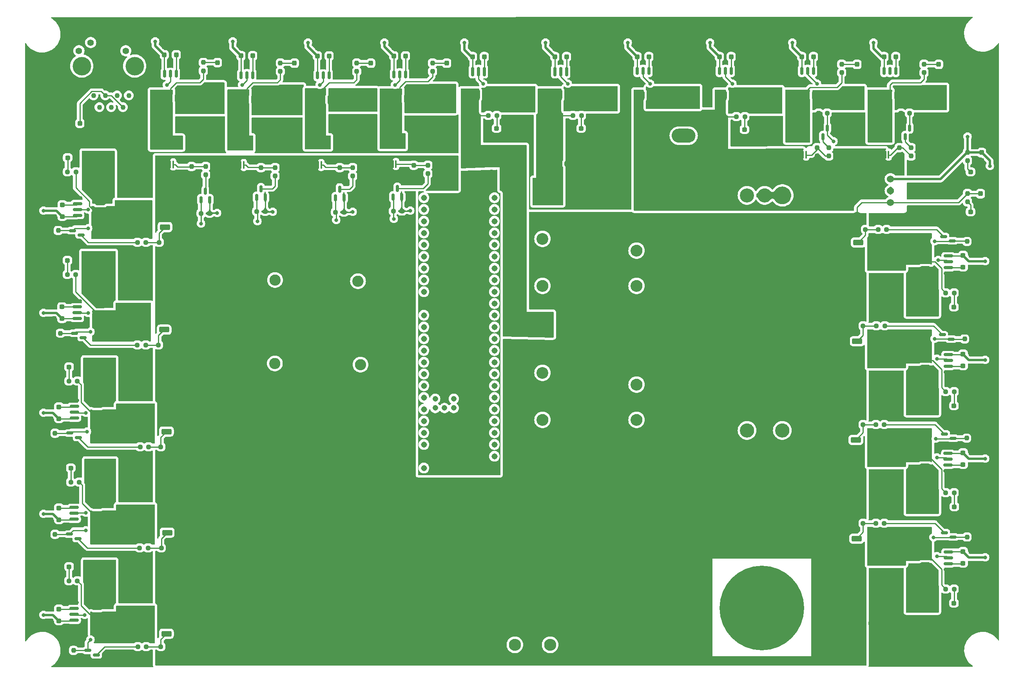
<source format=gbr>
%TF.GenerationSoftware,KiCad,Pcbnew,7.0.7*%
%TF.CreationDate,2023-11-05T16:26:51-06:00*%
%TF.ProjectId,PowerBoard_2024,506f7765-7242-46f6-9172-645f32303234,rev?*%
%TF.SameCoordinates,Original*%
%TF.FileFunction,Copper,L1,Top*%
%TF.FilePolarity,Positive*%
%FSLAX46Y46*%
G04 Gerber Fmt 4.6, Leading zero omitted, Abs format (unit mm)*
G04 Created by KiCad (PCBNEW 7.0.7) date 2023-11-05 16:26:51*
%MOMM*%
%LPD*%
G01*
G04 APERTURE LIST*
G04 Aperture macros list*
%AMRoundRect*
0 Rectangle with rounded corners*
0 $1 Rounding radius*
0 $2 $3 $4 $5 $6 $7 $8 $9 X,Y pos of 4 corners*
0 Add a 4 corners polygon primitive as box body*
4,1,4,$2,$3,$4,$5,$6,$7,$8,$9,$2,$3,0*
0 Add four circle primitives for the rounded corners*
1,1,$1+$1,$2,$3*
1,1,$1+$1,$4,$5*
1,1,$1+$1,$6,$7*
1,1,$1+$1,$8,$9*
0 Add four rect primitives between the rounded corners*
20,1,$1+$1,$2,$3,$4,$5,0*
20,1,$1+$1,$4,$5,$6,$7,0*
20,1,$1+$1,$6,$7,$8,$9,0*
20,1,$1+$1,$8,$9,$2,$3,0*%
G04 Aperture macros list end*
%TA.AperFunction,SMDPad,CuDef*%
%ADD10RoundRect,0.237500X-0.250000X-0.237500X0.250000X-0.237500X0.250000X0.237500X-0.250000X0.237500X0*%
%TD*%
%TA.AperFunction,SMDPad,CuDef*%
%ADD11RoundRect,0.237500X0.250000X0.237500X-0.250000X0.237500X-0.250000X-0.237500X0.250000X-0.237500X0*%
%TD*%
%TA.AperFunction,SMDPad,CuDef*%
%ADD12RoundRect,0.237500X-0.287500X-0.237500X0.287500X-0.237500X0.287500X0.237500X-0.287500X0.237500X0*%
%TD*%
%TA.AperFunction,SMDPad,CuDef*%
%ADD13RoundRect,0.237500X-0.237500X0.300000X-0.237500X-0.300000X0.237500X-0.300000X0.237500X0.300000X0*%
%TD*%
%TA.AperFunction,SMDPad,CuDef*%
%ADD14RoundRect,0.237500X-0.300000X-0.237500X0.300000X-0.237500X0.300000X0.237500X-0.300000X0.237500X0*%
%TD*%
%TA.AperFunction,ComponentPad*%
%ADD15R,2.400000X2.400000*%
%TD*%
%TA.AperFunction,ComponentPad*%
%ADD16C,2.400000*%
%TD*%
%TA.AperFunction,ComponentPad*%
%ADD17R,1.600000X1.600000*%
%TD*%
%TA.AperFunction,ComponentPad*%
%ADD18C,1.600000*%
%TD*%
%TA.AperFunction,SMDPad,CuDef*%
%ADD19RoundRect,0.150000X0.150000X-0.675000X0.150000X0.675000X-0.150000X0.675000X-0.150000X-0.675000X0*%
%TD*%
%TA.AperFunction,SMDPad,CuDef*%
%ADD20RoundRect,0.237500X0.300000X0.237500X-0.300000X0.237500X-0.300000X-0.237500X0.300000X-0.237500X0*%
%TD*%
%TA.AperFunction,SMDPad,CuDef*%
%ADD21RoundRect,0.237500X0.237500X-0.287500X0.237500X0.287500X-0.237500X0.287500X-0.237500X-0.287500X0*%
%TD*%
%TA.AperFunction,SMDPad,CuDef*%
%ADD22RoundRect,0.100000X0.100000X-0.712500X0.100000X0.712500X-0.100000X0.712500X-0.100000X-0.712500X0*%
%TD*%
%TA.AperFunction,SMDPad,CuDef*%
%ADD23RoundRect,0.250000X0.850000X0.350000X-0.850000X0.350000X-0.850000X-0.350000X0.850000X-0.350000X0*%
%TD*%
%TA.AperFunction,SMDPad,CuDef*%
%ADD24RoundRect,0.250000X1.275000X1.125000X-1.275000X1.125000X-1.275000X-1.125000X1.275000X-1.125000X0*%
%TD*%
%TA.AperFunction,SMDPad,CuDef*%
%ADD25RoundRect,0.249997X2.950003X2.650003X-2.950003X2.650003X-2.950003X-2.650003X2.950003X-2.650003X0*%
%TD*%
%TA.AperFunction,ComponentPad*%
%ADD26C,3.048000*%
%TD*%
%TA.AperFunction,ComponentPad*%
%ADD27C,3.810000*%
%TD*%
%TA.AperFunction,SMDPad,CuDef*%
%ADD28RoundRect,0.237500X0.237500X-0.300000X0.237500X0.300000X-0.237500X0.300000X-0.237500X-0.300000X0*%
%TD*%
%TA.AperFunction,SMDPad,CuDef*%
%ADD29RoundRect,0.150000X0.587500X0.150000X-0.587500X0.150000X-0.587500X-0.150000X0.587500X-0.150000X0*%
%TD*%
%TA.AperFunction,SMDPad,CuDef*%
%ADD30RoundRect,0.237500X0.237500X-0.250000X0.237500X0.250000X-0.237500X0.250000X-0.237500X-0.250000X0*%
%TD*%
%TA.AperFunction,SMDPad,CuDef*%
%ADD31RoundRect,0.250000X-0.650000X0.412500X-0.650000X-0.412500X0.650000X-0.412500X0.650000X0.412500X0*%
%TD*%
%TA.AperFunction,SMDPad,CuDef*%
%ADD32RoundRect,0.237500X-0.237500X0.250000X-0.237500X-0.250000X0.237500X-0.250000X0.237500X0.250000X0*%
%TD*%
%TA.AperFunction,ComponentPad*%
%ADD33R,2.600000X2.600000*%
%TD*%
%TA.AperFunction,ComponentPad*%
%ADD34O,2.600000X2.600000*%
%TD*%
%TA.AperFunction,SMDPad,CuDef*%
%ADD35RoundRect,0.150000X-0.825000X-0.150000X0.825000X-0.150000X0.825000X0.150000X-0.825000X0.150000X0*%
%TD*%
%TA.AperFunction,SMDPad,CuDef*%
%ADD36RoundRect,0.250000X-0.412500X-0.650000X0.412500X-0.650000X0.412500X0.650000X-0.412500X0.650000X0*%
%TD*%
%TA.AperFunction,SMDPad,CuDef*%
%ADD37RoundRect,0.237500X0.287500X0.237500X-0.287500X0.237500X-0.287500X-0.237500X0.287500X-0.237500X0*%
%TD*%
%TA.AperFunction,SMDPad,CuDef*%
%ADD38RoundRect,0.150000X-0.587500X-0.150000X0.587500X-0.150000X0.587500X0.150000X-0.587500X0.150000X0*%
%TD*%
%TA.AperFunction,ComponentPad*%
%ADD39C,2.540000*%
%TD*%
%TA.AperFunction,ComponentPad*%
%ADD40C,18.288000*%
%TD*%
%TA.AperFunction,SMDPad,CuDef*%
%ADD41RoundRect,0.150000X0.825000X0.150000X-0.825000X0.150000X-0.825000X-0.150000X0.825000X-0.150000X0*%
%TD*%
%TA.AperFunction,SMDPad,CuDef*%
%ADD42RoundRect,0.150000X0.150000X-0.825000X0.150000X0.825000X-0.150000X0.825000X-0.150000X-0.825000X0*%
%TD*%
%TA.AperFunction,SMDPad,CuDef*%
%ADD43RoundRect,0.250000X-0.850000X-0.350000X0.850000X-0.350000X0.850000X0.350000X-0.850000X0.350000X0*%
%TD*%
%TA.AperFunction,SMDPad,CuDef*%
%ADD44RoundRect,0.250000X-1.275000X-1.125000X1.275000X-1.125000X1.275000X1.125000X-1.275000X1.125000X0*%
%TD*%
%TA.AperFunction,SMDPad,CuDef*%
%ADD45RoundRect,0.249997X-2.950003X-2.650003X2.950003X-2.650003X2.950003X2.650003X-2.950003X2.650003X0*%
%TD*%
%TA.AperFunction,SMDPad,CuDef*%
%ADD46RoundRect,0.150000X0.150000X-0.587500X0.150000X0.587500X-0.150000X0.587500X-0.150000X-0.587500X0*%
%TD*%
%TA.AperFunction,SMDPad,CuDef*%
%ADD47RoundRect,0.150000X-0.150000X0.587500X-0.150000X-0.587500X0.150000X-0.587500X0.150000X0.587500X0*%
%TD*%
%TA.AperFunction,ComponentPad*%
%ADD48C,1.100000*%
%TD*%
%TA.AperFunction,ComponentPad*%
%ADD49C,1.400000*%
%TD*%
%TA.AperFunction,ComponentPad*%
%ADD50C,4.000000*%
%TD*%
%TA.AperFunction,ComponentPad*%
%ADD51C,2.000000*%
%TD*%
%TA.AperFunction,ComponentPad*%
%ADD52C,1.524000*%
%TD*%
%TA.AperFunction,ComponentPad*%
%ADD53C,1.308000*%
%TD*%
%TA.AperFunction,ComponentPad*%
%ADD54C,1.208000*%
%TD*%
%TA.AperFunction,ComponentPad*%
%ADD55O,5.100000X3.000000*%
%TD*%
%TA.AperFunction,ComponentPad*%
%ADD56O,3.000000X5.100000*%
%TD*%
%TA.AperFunction,ViaPad*%
%ADD57C,0.800000*%
%TD*%
%TA.AperFunction,Conductor*%
%ADD58C,0.250000*%
%TD*%
%TA.AperFunction,Conductor*%
%ADD59C,0.508000*%
%TD*%
%TA.AperFunction,Conductor*%
%ADD60C,0.254000*%
%TD*%
G04 APERTURE END LIST*
D10*
%TO.P,R58,1*%
%TO.N,PV*%
X345189000Y-167386000D03*
%TO.P,R58,2*%
%TO.N,Net-(Q28-G)*%
X347014000Y-167386000D03*
%TD*%
D11*
%TO.P,R15,1*%
%TO.N,Net-(Q6-G)*%
X192635500Y-193548000D03*
%TO.P,R15,2*%
%TO.N,Net-(Q5-D)*%
X190810500Y-193548000D03*
%TD*%
D12*
%TO.P,D4,1,K*%
%TO.N,GND*%
X266079000Y-124714000D03*
%TO.P,D4,2,A*%
%TO.N,Net-(D4-A)*%
X267829000Y-124714000D03*
%TD*%
D13*
%TO.P,C22,1*%
%TO.N,GND*%
X198628000Y-107087500D03*
%TO.P,C22,2*%
%TO.N,Net-(U7-FILTER)*%
X198628000Y-108812500D03*
%TD*%
D14*
%TO.P,C26,1*%
%TO.N,GND*%
X171556500Y-209296000D03*
%TO.P,C26,2*%
%TO.N,+3V3*%
X173281500Y-209296000D03*
%TD*%
D12*
%TO.P,D20,1,K*%
%TO.N,GND*%
X364885000Y-184658000D03*
%TO.P,D20,2,A*%
%TO.N,Net-(D20-A)*%
X366635000Y-184658000D03*
%TD*%
D15*
%TO.P,C1,1*%
%TO.N,PV*%
X212464000Y-157480000D03*
D16*
%TO.P,C1,2*%
%TO.N,GND*%
X219964000Y-157480000D03*
%TD*%
D17*
%TO.P,C2,1*%
%TO.N,PV*%
X346964000Y-231648000D03*
D18*
%TO.P,C2,2*%
%TO.N,GND*%
X348964000Y-231648000D03*
%TD*%
D10*
%TO.P,R65,1*%
%TO.N,Switch_3 24V*%
X284329500Y-121920000D03*
%TO.P,R65,2*%
%TO.N,Net-(D22-A)*%
X286154500Y-121920000D03*
%TD*%
D11*
%TO.P,R36,1*%
%TO.N,Net-(Q16-D)*%
X176934500Y-134112000D03*
%TO.P,R36,2*%
%TO.N,Net-(D14-A)*%
X175109500Y-134112000D03*
%TD*%
D14*
%TO.P,C37,1*%
%TO.N,Net-(U14-FILTER)*%
X368607000Y-218694000D03*
%TO.P,C37,2*%
%TO.N,GND*%
X370332000Y-218694000D03*
%TD*%
D10*
%TO.P,R62,1*%
%TO.N,PV*%
X345189000Y-188722000D03*
%TO.P,R62,2*%
%TO.N,Net-(Q30-G)*%
X347014000Y-188722000D03*
%TD*%
D17*
%TO.P,C48,1*%
%TO.N,+24V*%
X266700000Y-132394888D03*
D18*
%TO.P,C48,2*%
%TO.N,GND*%
X266700000Y-134394888D03*
%TD*%
D19*
%TO.P,U11,1,IP+*%
%TO.N,Net-(Q21-D-Pad5)*%
X245618000Y-118280000D03*
%TO.P,U11,2,IP+*%
X246888000Y-118280000D03*
%TO.P,U11,3,IP-*%
%TO.N,RouterPi*%
X248158000Y-118280000D03*
%TO.P,U11,4,IP-*%
X249428000Y-118280000D03*
%TO.P,U11,5,GND*%
%TO.N,GND*%
X249428000Y-113030000D03*
%TO.P,U11,6,FILTER*%
%TO.N,Net-(U11-FILTER)*%
X248158000Y-113030000D03*
%TO.P,U11,7,VIOUT*%
%TO.N,CS_RouterPi*%
X246888000Y-113030000D03*
%TO.P,U11,8,VCC*%
%TO.N,+3V3*%
X245618000Y-113030000D03*
%TD*%
D20*
%TO.P,C20,1*%
%TO.N,+3V3*%
X173948000Y-165809700D03*
%TO.P,C20,2*%
%TO.N,GND*%
X172223000Y-165809700D03*
%TD*%
D21*
%TO.P,D12,1,K*%
%TO.N,GND*%
X207518000Y-112240000D03*
%TO.P,D12,2,A*%
%TO.N,Net-(D12-A)*%
X207518000Y-110490000D03*
%TD*%
D22*
%TO.P,Q20,1,S*%
%TO.N,PV*%
X211242000Y-132619000D03*
%TO.P,Q20,2,S*%
X211892000Y-132619000D03*
%TO.P,Q20,3,S*%
X212542000Y-132619000D03*
%TO.P,Q20,4,G*%
%TO.N,Net-(Q20-G)*%
X213192000Y-132619000D03*
%TO.P,Q20,5,D*%
%TO.N,Net-(Q20-D-Pad5)*%
X213192000Y-128394000D03*
%TO.P,Q20,6,D*%
X212542000Y-128394000D03*
%TO.P,Q20,7,D*%
X211892000Y-128394000D03*
%TO.P,Q20,8,D*%
X211242000Y-128394000D03*
%TD*%
D23*
%TO.P,Q14,1,G*%
%TO.N,Net-(Q14-G)*%
X196650000Y-212083000D03*
D24*
%TO.P,Q14,2,D*%
%TO.N,Net-(Q14-D)*%
X192025000Y-211328000D03*
X192025000Y-208278000D03*
D25*
X190350000Y-209803000D03*
D24*
X188675000Y-211328000D03*
X188675000Y-208278000D03*
D23*
%TO.P,Q14,3,S*%
%TO.N,PV*%
X196650000Y-207523000D03*
%TD*%
D11*
%TO.P,R32,1*%
%TO.N,Net-(Q14-D)*%
X177659000Y-201169000D03*
%TO.P,R32,2*%
%TO.N,Net-(D13-A)*%
X175834000Y-201169000D03*
%TD*%
D10*
%TO.P,R59,1*%
%TO.N,Net-(Q28-G)*%
X349864500Y-167386000D03*
%TO.P,R59,2*%
%TO.N,Net-(Q27-D)*%
X351689500Y-167386000D03*
%TD*%
D19*
%TO.P,U10,1,IP+*%
%TO.N,Net-(Q20-D-Pad5)*%
X212598000Y-118449000D03*
%TO.P,U10,2,IP+*%
X213868000Y-118449000D03*
%TO.P,U10,3,IP-*%
%TO.N,Core*%
X215138000Y-118449000D03*
%TO.P,U10,4,IP-*%
X216408000Y-118449000D03*
%TO.P,U10,5,GND*%
%TO.N,GND*%
X216408000Y-113199000D03*
%TO.P,U10,6,FILTER*%
%TO.N,Net-(U10-FILTER)*%
X215138000Y-113199000D03*
%TO.P,U10,7,VIOUT*%
%TO.N,CS_Core*%
X213868000Y-113199000D03*
%TO.P,U10,8,VCC*%
%TO.N,+3V3*%
X212598000Y-113199000D03*
%TD*%
D13*
%TO.P,C45,1*%
%TO.N,GND*%
X318516000Y-107495000D03*
%TO.P,C45,2*%
%TO.N,Net-(U18-FILTER)*%
X318516000Y-109220000D03*
%TD*%
D12*
%TO.P,D5,1,K*%
%TO.N,GND*%
X319635500Y-124968000D03*
%TO.P,D5,2,A*%
%TO.N,Net-(D5-A)*%
X321385500Y-124968000D03*
%TD*%
D11*
%TO.P,R29,1*%
%TO.N,Net-(Q14-G)*%
X192532000Y-215392000D03*
%TO.P,R29,2*%
%TO.N,Net-(Q11-D)*%
X190707000Y-215392000D03*
%TD*%
D26*
%TO.P,VR1,1,+VIN*%
%TO.N,PV*%
X314325000Y-189992000D03*
%TO.P,VR1,2,REMOTE*%
%TO.N,GND*%
X321945000Y-189992000D03*
%TO.P,VR1,3,-VIN*%
X329565000Y-189992000D03*
D27*
%TO.P,VR1,4,-VOUT*%
X329565000Y-139192000D03*
D26*
%TO.P,VR1,5,SENSE(-)*%
X325755000Y-139192000D03*
%TO.P,VR1,6,TRIM*%
%TO.N,unconnected-(VR1-TRIM-Pad6)*%
X321945000Y-139192000D03*
%TO.P,VR1,7,SENSE(+)*%
%TO.N,+12V*%
X318135000Y-139192000D03*
D27*
%TO.P,VR1,8,+VOUT*%
X314325000Y-139192000D03*
%TD*%
D10*
%TO.P,R64,1*%
%TO.N,Net-(Q30-D)*%
X364847500Y-203454000D03*
%TO.P,R64,2*%
%TO.N,Net-(D21-A)*%
X366672500Y-203454000D03*
%TD*%
D22*
%TO.P,Q12,1,S*%
%TO.N,PV*%
X227993300Y-132619000D03*
%TO.P,Q12,2,S*%
X228643300Y-132619000D03*
%TO.P,Q12,3,S*%
X229293300Y-132619000D03*
%TO.P,Q12,4,G*%
%TO.N,Net-(Q12-G)*%
X229943300Y-132619000D03*
%TO.P,Q12,5,D*%
%TO.N,Net-(Q12-D-Pad5)*%
X229943300Y-128394000D03*
%TO.P,Q12,6,D*%
X229293300Y-128394000D03*
%TO.P,Q12,7,D*%
X228643300Y-128394000D03*
%TO.P,Q12,8,D*%
X227993300Y-128394000D03*
%TD*%
D28*
%TO.P,C52,1*%
%TO.N,+3V3*%
X280416000Y-109220000D03*
%TO.P,C52,2*%
%TO.N,GND*%
X280416000Y-107495000D03*
%TD*%
D29*
%TO.P,Q25,1,G*%
%TO.N,CTL_M4*%
X366421500Y-213040000D03*
%TO.P,Q25,2,S*%
%TO.N,GND*%
X366421500Y-211140000D03*
%TO.P,Q25,3,D*%
%TO.N,Net-(Q25-D)*%
X364546500Y-212090000D03*
%TD*%
D30*
%TO.P,R40,1*%
%TO.N,PV*%
X216916000Y-135024500D03*
%TO.P,R40,2*%
%TO.N,Net-(Q20-G)*%
X216916000Y-133199500D03*
%TD*%
D12*
%TO.P,D21,1,K*%
%TO.N,GND*%
X364985500Y-206502000D03*
%TO.P,D21,2,A*%
%TO.N,Net-(D21-A)*%
X366735500Y-206502000D03*
%TD*%
D31*
%TO.P,C49,1*%
%TO.N,+24V*%
X261874000Y-131787500D03*
%TO.P,C49,2*%
%TO.N,GND*%
X261874000Y-134912500D03*
%TD*%
D30*
%TO.P,R8,1*%
%TO.N,Net-(Q2-D-Pad5)*%
X342392000Y-112672500D03*
%TO.P,R8,2*%
%TO.N,Net-(D7-A)*%
X342392000Y-110847500D03*
%TD*%
D21*
%TO.P,D8,1,K*%
%TO.N,GND*%
X363347000Y-112635000D03*
%TO.P,D8,2,A*%
%TO.N,Net-(D8-A)*%
X363347000Y-110885000D03*
%TD*%
D14*
%TO.P,C18,1*%
%TO.N,GND*%
X171556500Y-187452000D03*
%TO.P,C18,2*%
%TO.N,+3V3*%
X173281500Y-187452000D03*
%TD*%
D28*
%TO.P,C32,1*%
%TO.N,+3V3*%
X245618000Y-109066500D03*
%TO.P,C32,2*%
%TO.N,GND*%
X245618000Y-107341500D03*
%TD*%
D23*
%TO.P,Q6,1,G*%
%TO.N,Net-(Q6-G)*%
X196499000Y-190240000D03*
D24*
%TO.P,Q6,2,D*%
%TO.N,Net-(Q6-D)*%
X191874000Y-189485000D03*
X191874000Y-186435000D03*
D25*
X190199000Y-187960000D03*
D24*
X188524000Y-189485000D03*
X188524000Y-186435000D03*
D23*
%TO.P,Q6,3,S*%
%TO.N,PV*%
X196499000Y-185680000D03*
%TD*%
D30*
%TO.P,R24,1*%
%TO.N,PV*%
X233934000Y-135024500D03*
%TO.P,R24,2*%
%TO.N,Net-(Q12-G)*%
X233934000Y-133199500D03*
%TD*%
D13*
%TO.P,C16,1*%
%TO.N,GND*%
X354076000Y-107495000D03*
%TO.P,C16,2*%
%TO.N,Net-(U3-FILTER)*%
X354076000Y-109220000D03*
%TD*%
D32*
%TO.P,R13,1*%
%TO.N,CTL_M1*%
X172419000Y-190603500D03*
%TO.P,R13,2*%
%TO.N,GND*%
X172419000Y-192428500D03*
%TD*%
D13*
%TO.P,C21,1*%
%TO.N,GND*%
X231648000Y-107341500D03*
%TO.P,C21,2*%
%TO.N,Net-(U6-FILTER)*%
X231648000Y-109066500D03*
%TD*%
D32*
%TO.P,R23,1*%
%TO.N,CTL_M2*%
X172419000Y-212447500D03*
%TO.P,R23,2*%
%TO.N,GND*%
X172419000Y-214272500D03*
%TD*%
%TO.P,R17,1*%
%TO.N,CTL_Aux*%
X173593500Y-168984700D03*
%TO.P,R17,2*%
%TO.N,GND*%
X173593500Y-170809700D03*
%TD*%
D30*
%TO.P,R47,1*%
%TO.N,Net-(Q21-D-Pad5)*%
X254000000Y-112418500D03*
%TO.P,R47,2*%
%TO.N,Net-(D16-A)*%
X254000000Y-110593500D03*
%TD*%
D11*
%TO.P,R35,1*%
%TO.N,Net-(Q16-G)*%
X192061500Y-149351000D03*
%TO.P,R35,2*%
%TO.N,Net-(Q15-D)*%
X190236500Y-149351000D03*
%TD*%
D33*
%TO.P,D1,1,K*%
%TO.N,PV*%
X271780000Y-231247000D03*
D34*
%TO.P,D1,2,A*%
%TO.N,GND*%
X271780000Y-236327000D03*
%TD*%
D13*
%TO.P,C47,1*%
%TO.N,GND*%
X300736000Y-107495000D03*
%TO.P,C47,2*%
%TO.N,Net-(U19-FILTER)*%
X300736000Y-109220000D03*
%TD*%
D20*
%TO.P,C41,1*%
%TO.N,GND*%
X370332000Y-173482000D03*
%TO.P,C41,2*%
%TO.N,+3V3*%
X368607000Y-173482000D03*
%TD*%
D35*
%TO.P,U13,1,IP+*%
%TO.N,Net-(Q24-D)*%
X360455500Y-152273000D03*
%TO.P,U13,2,IP+*%
X360455500Y-153543000D03*
%TO.P,U13,3,IP-*%
%TO.N,MS*%
X360455500Y-154813000D03*
%TO.P,U13,4,IP-*%
X360455500Y-156083000D03*
%TO.P,U13,5,GND*%
%TO.N,GND*%
X365405500Y-156083000D03*
%TO.P,U13,6,FILTER*%
%TO.N,Net-(U13-FILTER)*%
X365405500Y-154813000D03*
%TO.P,U13,7,VIOUT*%
%TO.N,CS_MS*%
X365405500Y-153543000D03*
%TO.P,U13,8,VCC*%
%TO.N,+3V3*%
X365405500Y-152273000D03*
%TD*%
D32*
%TO.P,R39,1*%
%TO.N,CTL_M3*%
X176433000Y-237527500D03*
%TO.P,R39,2*%
%TO.N,GND*%
X176433000Y-239352500D03*
%TD*%
D11*
%TO.P,R14,1*%
%TO.N,PV*%
X197104000Y-193548000D03*
%TO.P,R14,2*%
%TO.N,Net-(Q6-G)*%
X195279000Y-193548000D03*
%TD*%
D32*
%TO.P,R43,1*%
%TO.N,Net-(Q21-G)*%
X252984000Y-132691500D03*
%TO.P,R43,2*%
%TO.N,Net-(Q18-D)*%
X252984000Y-134516500D03*
%TD*%
D36*
%TO.P,C4,1*%
%TO.N,PV*%
X346385500Y-236220000D03*
%TO.P,C4,2*%
%TO.N,GND*%
X349510500Y-236220000D03*
%TD*%
D22*
%TO.P,Q13,1,S*%
%TO.N,PV*%
X196002000Y-132499500D03*
%TO.P,Q13,2,S*%
X196652000Y-132499500D03*
%TO.P,Q13,3,S*%
X197302000Y-132499500D03*
%TO.P,Q13,4,G*%
%TO.N,Net-(Q13-G)*%
X197952000Y-132499500D03*
%TO.P,Q13,5,D*%
%TO.N,Net-(Q13-D-Pad5)*%
X197952000Y-128274500D03*
%TO.P,Q13,6,D*%
X197302000Y-128274500D03*
%TO.P,Q13,7,D*%
X196652000Y-128274500D03*
%TO.P,Q13,8,D*%
X196002000Y-128274500D03*
%TD*%
D37*
%TO.P,D10,1,K*%
%TO.N,GND*%
X176867500Y-153237700D03*
%TO.P,D10,2,A*%
%TO.N,Net-(D10-A)*%
X175117500Y-153237700D03*
%TD*%
D38*
%TO.P,Q5,1,G*%
%TO.N,CTL_M1*%
X175624000Y-190566000D03*
%TO.P,Q5,2,S*%
%TO.N,GND*%
X175624000Y-192466000D03*
%TO.P,Q5,3,D*%
%TO.N,Net-(Q5-D)*%
X177499000Y-191516000D03*
%TD*%
D13*
%TO.P,C51,1*%
%TO.N,GND*%
X265176000Y-107495000D03*
%TO.P,C51,2*%
%TO.N,Net-(U21-FILTER)*%
X265176000Y-109220000D03*
%TD*%
%TO.P,C29,1*%
%TO.N,GND*%
X215138000Y-107290500D03*
%TO.P,C29,2*%
%TO.N,Net-(U10-FILTER)*%
X215138000Y-109015500D03*
%TD*%
D39*
%TO.P,U20,1,ON/OFF*%
%TO.N,GND*%
X298069000Y-187706000D03*
%TO.P,U20,2,VIN-*%
X298069000Y-180086000D03*
%TO.P,U20,3,VIN+*%
%TO.N,PV*%
X298069000Y-175006000D03*
%TO.P,U20,4,VOUT+*%
%TO.N,+24V*%
X277749000Y-167386000D03*
%TO.P,U20,5,Trim*%
%TO.N,unconnected-(U20-Trim-Pad5)*%
X277749000Y-177546000D03*
%TO.P,U20,6,VOUT-*%
%TO.N,GND*%
X277749000Y-187706000D03*
%TD*%
D40*
%TO.P,V2,1,1*%
%TO.N,PV*%
X226822000Y-228600000D03*
%TD*%
D11*
%TO.P,R44,1*%
%TO.N,PV*%
X197104000Y-236728000D03*
%TO.P,R44,2*%
%TO.N,Net-(Q22-G)*%
X195279000Y-236728000D03*
%TD*%
D38*
%TO.P,Q7,1,G*%
%TO.N,CTL_Aux*%
X176641500Y-168984700D03*
%TO.P,Q7,2,S*%
%TO.N,GND*%
X176641500Y-170884700D03*
%TO.P,Q7,3,D*%
%TO.N,Net-(Q7-D)*%
X178516500Y-169934700D03*
%TD*%
D20*
%TO.P,C28,1*%
%TO.N,+3V3*%
X174010000Y-143763000D03*
%TO.P,C28,2*%
%TO.N,GND*%
X172285000Y-143763000D03*
%TD*%
D41*
%TO.P,U4,1,IP+*%
%TO.N,Net-(Q6-D)*%
X181563000Y-187325000D03*
%TO.P,U4,2,IP+*%
X181563000Y-186055000D03*
%TO.P,U4,3,IP-*%
%TO.N,M1*%
X181563000Y-184785000D03*
%TO.P,U4,4,IP-*%
X181563000Y-183515000D03*
%TO.P,U4,5,GND*%
%TO.N,GND*%
X176613000Y-183515000D03*
%TO.P,U4,6,FILTER*%
%TO.N,Net-(U4-FILTER)*%
X176613000Y-184785000D03*
%TO.P,U4,7,VIOUT*%
%TO.N,CS_M1*%
X176613000Y-186055000D03*
%TO.P,U4,8,VCC*%
%TO.N,+3V3*%
X176613000Y-187325000D03*
%TD*%
D42*
%TO.P,U21,1,IP+*%
%TO.N,+24V*%
X262636000Y-117394000D03*
%TO.P,U21,2,IP+*%
X263906000Y-117394000D03*
%TO.P,U21,3,IP-*%
%TO.N,POE*%
X265176000Y-117394000D03*
%TO.P,U21,4,IP-*%
X266446000Y-117394000D03*
%TO.P,U21,5,GND*%
%TO.N,GND*%
X266446000Y-112444000D03*
%TO.P,U21,6,FILTER*%
%TO.N,Net-(U21-FILTER)*%
X265176000Y-112444000D03*
%TO.P,U21,7,VIOUT*%
%TO.N,CS_POE*%
X263906000Y-112444000D03*
%TO.P,U21,8,VCC*%
%TO.N,+3V3*%
X262636000Y-112444000D03*
%TD*%
D30*
%TO.P,R49,1*%
%TO.N,CTL_MS*%
X369469500Y-149165000D03*
%TO.P,R49,2*%
%TO.N,GND*%
X369469500Y-147340000D03*
%TD*%
D11*
%TO.P,R48,1*%
%TO.N,Net-(Q22-D)*%
X177254500Y-222505000D03*
%TO.P,R48,2*%
%TO.N,Net-(D17-A)*%
X175429500Y-222505000D03*
%TD*%
D42*
%TO.P,U23,1,IP+*%
%TO.N,Switch_3 24V*%
X280416000Y-117394000D03*
%TO.P,U23,2,IP+*%
X281686000Y-117394000D03*
%TO.P,U23,3,IP-*%
%TO.N,Net Switch_3*%
X282956000Y-117394000D03*
%TO.P,U23,4,IP-*%
X284226000Y-117394000D03*
%TO.P,U23,5,GND*%
%TO.N,GND*%
X284226000Y-112444000D03*
%TO.P,U23,6,FILTER*%
%TO.N,Net-(U23-FILTER)*%
X282956000Y-112444000D03*
%TO.P,U23,7,VIOUT*%
%TO.N,CS_Net Switch_3*%
X281686000Y-112444000D03*
%TO.P,U23,8,VCC*%
%TO.N,+3V3*%
X280416000Y-112444000D03*
%TD*%
D10*
%TO.P,R51,1*%
%TO.N,Net-(Q24-G)*%
X350269000Y-146558000D03*
%TO.P,R51,2*%
%TO.N,Net-(Q23-D)*%
X352094000Y-146558000D03*
%TD*%
%TO.P,R3,1*%
%TO.N,+12V*%
X319635500Y-122174000D03*
%TO.P,R3,2*%
%TO.N,Net-(D5-A)*%
X321460500Y-122174000D03*
%TD*%
D13*
%TO.P,C30,1*%
%TO.N,GND*%
X248158000Y-107341500D03*
%TO.P,C30,2*%
%TO.N,Net-(U11-FILTER)*%
X248158000Y-109066500D03*
%TD*%
D43*
%TO.P,Q28,1,G*%
%TO.N,Net-(Q28-G)*%
X345746500Y-170695000D03*
D44*
%TO.P,Q28,2,D*%
%TO.N,Net-(Q28-D)*%
X350371500Y-171450000D03*
X350371500Y-174500000D03*
D45*
X352046500Y-172975000D03*
D44*
X353721500Y-171450000D03*
X353721500Y-174500000D03*
D43*
%TO.P,Q28,3,S*%
%TO.N,PV*%
X345746500Y-175255000D03*
%TD*%
D46*
%TO.P,Q10,1,G*%
%TO.N,CTL_LC_Spare*%
X203949500Y-140129500D03*
%TO.P,Q10,2,S*%
%TO.N,GND*%
X205849500Y-140129500D03*
%TO.P,Q10,3,D*%
%TO.N,Net-(Q10-D)*%
X204899500Y-138254500D03*
%TD*%
D30*
%TO.P,R12,1*%
%TO.N,Net-(Q4-D-Pad5)*%
X360172000Y-112672500D03*
%TO.P,R12,2*%
%TO.N,Net-(D8-A)*%
X360172000Y-110847500D03*
%TD*%
D29*
%TO.P,Q29,1,G*%
%TO.N,CTL_M5*%
X366421500Y-191704000D03*
%TO.P,Q29,2,S*%
%TO.N,GND*%
X366421500Y-189804000D03*
%TO.P,Q29,3,D*%
%TO.N,Net-(Q29-D)*%
X364546500Y-190754000D03*
%TD*%
D10*
%TO.P,R21,1*%
%TO.N,CTL_DiffGPS*%
X233021500Y-142826500D03*
%TO.P,R21,2*%
%TO.N,GND*%
X234846500Y-142826500D03*
%TD*%
D32*
%TO.P,R4,1*%
%TO.N,+3V3*%
X369570000Y-129897500D03*
%TO.P,R4,2*%
%TO.N,Net-(D6-A)*%
X369570000Y-131722500D03*
%TD*%
D41*
%TO.P,U8,1,IP+*%
%TO.N,Net-(Q14-D)*%
X181498000Y-209169000D03*
%TO.P,U8,2,IP+*%
X181498000Y-207899000D03*
%TO.P,U8,3,IP-*%
%TO.N,M2*%
X181498000Y-206629000D03*
%TO.P,U8,4,IP-*%
X181498000Y-205359000D03*
%TO.P,U8,5,GND*%
%TO.N,GND*%
X176548000Y-205359000D03*
%TO.P,U8,6,FILTER*%
%TO.N,Net-(U8-FILTER)*%
X176548000Y-206629000D03*
%TO.P,U8,7,VIOUT*%
%TO.N,CS_M2*%
X176548000Y-207899000D03*
%TO.P,U8,8,VCC*%
%TO.N,+3V3*%
X176548000Y-209169000D03*
%TD*%
D30*
%TO.P,R6,1*%
%TO.N,+12V*%
X337058000Y-130706500D03*
%TO.P,R6,2*%
%TO.N,Net-(Q2-G)*%
X337058000Y-128881500D03*
%TD*%
D29*
%TO.P,Q27,1,G*%
%TO.N,CTL_M6*%
X366010500Y-170264500D03*
%TO.P,Q27,2,S*%
%TO.N,GND*%
X366010500Y-168364500D03*
%TO.P,Q27,3,D*%
%TO.N,Net-(Q27-D)*%
X364135500Y-169314500D03*
%TD*%
D30*
%TO.P,R26,1*%
%TO.N,PV*%
X201930000Y-134770500D03*
%TO.P,R26,2*%
%TO.N,Net-(Q13-G)*%
X201930000Y-132945500D03*
%TD*%
%TO.P,R53,1*%
%TO.N,CTL_M4*%
X369469500Y-213034000D03*
%TO.P,R53,2*%
%TO.N,GND*%
X369469500Y-211209000D03*
%TD*%
D38*
%TO.P,Q15,1,G*%
%TO.N,CTL_HC_Spare*%
X176163000Y-146811000D03*
%TO.P,Q15,2,S*%
%TO.N,GND*%
X176163000Y-148711000D03*
%TO.P,Q15,3,D*%
%TO.N,Net-(Q15-D)*%
X178038000Y-147761000D03*
%TD*%
D32*
%TO.P,R25,1*%
%TO.N,Net-(Q12-G)*%
X236728000Y-133199500D03*
%TO.P,R25,2*%
%TO.N,Net-(Q9-D)*%
X236728000Y-135024500D03*
%TD*%
D28*
%TO.P,C44,1*%
%TO.N,+3V3*%
X315976000Y-109220000D03*
%TO.P,C44,2*%
%TO.N,GND*%
X315976000Y-107495000D03*
%TD*%
D20*
%TO.P,C43,1*%
%TO.N,GND*%
X370332000Y-194818000D03*
%TO.P,C43,2*%
%TO.N,+3V3*%
X368607000Y-194818000D03*
%TD*%
D23*
%TO.P,Q22,1,G*%
%TO.N,Net-(Q22-G)*%
X196499000Y-233928000D03*
D24*
%TO.P,Q22,2,D*%
%TO.N,Net-(Q22-D)*%
X191874000Y-233173000D03*
X191874000Y-230123000D03*
D25*
X190199000Y-231648000D03*
D24*
X188524000Y-233173000D03*
X188524000Y-230123000D03*
D23*
%TO.P,Q22,3,S*%
%TO.N,PV*%
X196499000Y-229368000D03*
%TD*%
D35*
%TO.P,U17,1,IP+*%
%TO.N,Net-(Q30-D)*%
X360390500Y-194945000D03*
%TO.P,U17,2,IP+*%
X360390500Y-196215000D03*
%TO.P,U17,3,IP-*%
%TO.N,M5*%
X360390500Y-197485000D03*
%TO.P,U17,4,IP-*%
X360390500Y-198755000D03*
%TO.P,U17,5,GND*%
%TO.N,GND*%
X365340500Y-198755000D03*
%TO.P,U17,6,FILTER*%
%TO.N,Net-(U17-FILTER)*%
X365340500Y-197485000D03*
%TO.P,U17,7,VIOUT*%
%TO.N,CS_M5*%
X365340500Y-196215000D03*
%TO.P,U17,8,VCC*%
%TO.N,+3V3*%
X365340500Y-194945000D03*
%TD*%
D22*
%TO.P,Q4,1,S*%
%TO.N,+12V*%
X350561000Y-130382500D03*
%TO.P,Q4,2,S*%
X351211000Y-130382500D03*
%TO.P,Q4,3,S*%
X351861000Y-130382500D03*
%TO.P,Q4,4,G*%
%TO.N,Net-(Q4-G)*%
X352511000Y-130382500D03*
%TO.P,Q4,5,D*%
%TO.N,Net-(Q4-D-Pad5)*%
X352511000Y-126157500D03*
%TO.P,Q4,6,D*%
X351861000Y-126157500D03*
%TO.P,Q4,7,D*%
X351211000Y-126157500D03*
%TO.P,Q4,8,D*%
X350561000Y-126157500D03*
%TD*%
D36*
%TO.P,C6,1*%
%TO.N,PV*%
X346385500Y-239014000D03*
%TO.P,C6,2*%
%TO.N,GND*%
X349510500Y-239014000D03*
%TD*%
D29*
%TO.P,Q23,1,G*%
%TO.N,CTL_MS*%
X366264500Y-149032000D03*
%TO.P,Q23,2,S*%
%TO.N,GND*%
X366264500Y-147132000D03*
%TO.P,Q23,3,D*%
%TO.N,Net-(Q23-D)*%
X364389500Y-148082000D03*
%TD*%
D41*
%TO.P,U5,1,IP+*%
%TO.N,Net-(Q8-D)*%
X182164500Y-165809700D03*
%TO.P,U5,2,IP+*%
X182164500Y-164539700D03*
%TO.P,U5,3,IP-*%
%TO.N,Aux*%
X182164500Y-163269700D03*
%TO.P,U5,4,IP-*%
X182164500Y-161999700D03*
%TO.P,U5,5,GND*%
%TO.N,GND*%
X177214500Y-161999700D03*
%TO.P,U5,6,FILTER*%
%TO.N,Net-(U5-FILTER)*%
X177214500Y-163269700D03*
%TO.P,U5,7,VIOUT*%
%TO.N,CS_Aux*%
X177214500Y-164539700D03*
%TO.P,U5,8,VCC*%
%TO.N,+3V3*%
X177214500Y-165809700D03*
%TD*%
D11*
%TO.P,R19,1*%
%TO.N,Net-(Q8-G)*%
X192032000Y-171524700D03*
%TO.P,R19,2*%
%TO.N,Net-(Q7-D)*%
X190207000Y-171524700D03*
%TD*%
D13*
%TO.P,C14,1*%
%TO.N,GND*%
X336296000Y-107495000D03*
%TO.P,C14,2*%
%TO.N,Net-(U2-FILTER)*%
X336296000Y-109220000D03*
%TD*%
D43*
%TO.P,Q26,1,G*%
%TO.N,Net-(Q26-G)*%
X345633500Y-213366000D03*
D44*
%TO.P,Q26,2,D*%
%TO.N,Net-(Q26-D)*%
X350258500Y-214121000D03*
X350258500Y-217171000D03*
D45*
X351933500Y-215646000D03*
D44*
X353608500Y-214121000D03*
X353608500Y-217171000D03*
D43*
%TO.P,Q26,3,S*%
%TO.N,PV*%
X345633500Y-217926000D03*
%TD*%
D12*
%TO.P,D22,1,K*%
%TO.N,GND*%
X284339000Y-124714000D03*
%TO.P,D22,2,A*%
%TO.N,Net-(D22-A)*%
X286089000Y-124714000D03*
%TD*%
D14*
%TO.P,C42,1*%
%TO.N,Net-(U17-FILTER)*%
X368607000Y-197358000D03*
%TO.P,C42,2*%
%TO.N,GND*%
X370332000Y-197358000D03*
%TD*%
D17*
%TO.P,C8,1*%
%TO.N,+12V*%
X298450000Y-131572000D03*
D18*
%TO.P,C8,2*%
%TO.N,GND*%
X295950000Y-131572000D03*
%TD*%
D28*
%TO.P,C23,1*%
%TO.N,+3V3*%
X229108000Y-109066500D03*
%TO.P,C23,2*%
%TO.N,GND*%
X229108000Y-107341500D03*
%TD*%
D30*
%TO.P,R42,1*%
%TO.N,PV*%
X249936000Y-134516500D03*
%TO.P,R42,2*%
%TO.N,Net-(Q21-G)*%
X249936000Y-132691500D03*
%TD*%
D46*
%TO.P,Q9,1,G*%
%TO.N,CTL_DiffGPS*%
X232984000Y-139700000D03*
%TO.P,Q9,2,S*%
%TO.N,GND*%
X234884000Y-139700000D03*
%TO.P,Q9,3,D*%
%TO.N,Net-(Q9-D)*%
X233934000Y-137825000D03*
%TD*%
D37*
%TO.P,D14,1,K*%
%TO.N,GND*%
X176897000Y-131064000D03*
%TO.P,D14,2,A*%
%TO.N,Net-(D14-A)*%
X175147000Y-131064000D03*
%TD*%
D20*
%TO.P,C36,1*%
%TO.N,GND*%
X370332000Y-152146000D03*
%TO.P,C36,2*%
%TO.N,+3V3*%
X368607000Y-152146000D03*
%TD*%
D14*
%TO.P,C34,1*%
%TO.N,GND*%
X171556500Y-231140000D03*
%TO.P,C34,2*%
%TO.N,+3V3*%
X173281500Y-231140000D03*
%TD*%
D12*
%TO.P,D18,1,K*%
%TO.N,GND*%
X364885000Y-163322000D03*
%TO.P,D18,2,A*%
%TO.N,Net-(D18-A)*%
X366635000Y-163322000D03*
%TD*%
D13*
%TO.P,C12,1*%
%TO.N,+3V3*%
X372618000Y-129947500D03*
%TO.P,C12,2*%
%TO.N,GND*%
X372618000Y-131672500D03*
%TD*%
D10*
%TO.P,R56,1*%
%TO.N,Net-(Q26-D)*%
X364847500Y-224282000D03*
%TO.P,R56,2*%
%TO.N,Net-(D19-A)*%
X366672500Y-224282000D03*
%TD*%
D12*
%TO.P,D19,1,K*%
%TO.N,GND*%
X364885000Y-227330000D03*
%TO.P,D19,2,A*%
%TO.N,Net-(D19-A)*%
X366635000Y-227330000D03*
%TD*%
D43*
%TO.P,Q24,1,G*%
%TO.N,Net-(Q24-G)*%
X345965500Y-149358000D03*
D44*
%TO.P,Q24,2,D*%
%TO.N,Net-(Q24-D)*%
X350590500Y-150113000D03*
X350590500Y-153163000D03*
D45*
X352265500Y-151638000D03*
D44*
X353940500Y-150113000D03*
X353940500Y-153163000D03*
D43*
%TO.P,Q24,3,S*%
%TO.N,PV*%
X345965500Y-153918000D03*
%TD*%
D20*
%TO.P,C17,1*%
%TO.N,Net-(U4-FILTER)*%
X173281500Y-184912000D03*
%TO.P,C17,2*%
%TO.N,GND*%
X171556500Y-184912000D03*
%TD*%
D43*
%TO.P,Q30,1,G*%
%TO.N,Net-(Q30-G)*%
X345457500Y-192030000D03*
D44*
%TO.P,Q30,2,D*%
%TO.N,Net-(Q30-D)*%
X350082500Y-192785000D03*
X350082500Y-195835000D03*
D45*
X351757500Y-194310000D03*
D44*
X353432500Y-192785000D03*
X353432500Y-195835000D03*
D43*
%TO.P,Q30,3,S*%
%TO.N,PV*%
X345457500Y-196590000D03*
%TD*%
D11*
%TO.P,R34,1*%
%TO.N,PV*%
X196737000Y-149351000D03*
%TO.P,R34,2*%
%TO.N,Net-(Q16-G)*%
X194912000Y-149351000D03*
%TD*%
D40*
%TO.P,V1,1*%
%TO.N,GND*%
X325120000Y-228346000D03*
%TD*%
D10*
%TO.P,R55,1*%
%TO.N,Net-(Q26-G)*%
X349761000Y-210058000D03*
%TO.P,R55,2*%
%TO.N,Net-(Q25-D)*%
X351586000Y-210058000D03*
%TD*%
%TO.P,R63,1*%
%TO.N,Net-(Q30-G)*%
X349761000Y-188722000D03*
%TO.P,R63,2*%
%TO.N,Net-(Q29-D)*%
X351586000Y-188722000D03*
%TD*%
D13*
%TO.P,C53,1*%
%TO.N,GND*%
X282956000Y-107495000D03*
%TO.P,C53,2*%
%TO.N,Net-(U23-FILTER)*%
X282956000Y-109220000D03*
%TD*%
D11*
%TO.P,R18,1*%
%TO.N,PV*%
X196604000Y-171524700D03*
%TO.P,R18,2*%
%TO.N,Net-(Q8-G)*%
X194779000Y-171524700D03*
%TD*%
D10*
%TO.P,R60,1*%
%TO.N,Net-(Q28-D)*%
X364847500Y-181610000D03*
%TO.P,R60,2*%
%TO.N,Net-(D20-A)*%
X366672500Y-181610000D03*
%TD*%
D38*
%TO.P,Q19,1,G*%
%TO.N,CTL_M3*%
X179481000Y-237556000D03*
%TO.P,Q19,2,S*%
%TO.N,GND*%
X179481000Y-239456000D03*
%TO.P,Q19,3,D*%
%TO.N,Net-(Q19-D)*%
X181356000Y-238506000D03*
%TD*%
D20*
%TO.P,C38,1*%
%TO.N,GND*%
X370332000Y-216154000D03*
%TO.P,C38,2*%
%TO.N,+3V3*%
X368607000Y-216154000D03*
%TD*%
D23*
%TO.P,Q16,1,G*%
%TO.N,Net-(Q16-G)*%
X196189000Y-146043000D03*
D24*
%TO.P,Q16,2,D*%
%TO.N,Net-(Q16-D)*%
X191564000Y-145288000D03*
X191564000Y-142238000D03*
D25*
X189889000Y-143763000D03*
D24*
X188214000Y-145288000D03*
X188214000Y-142238000D03*
D23*
%TO.P,Q16,3,S*%
%TO.N,PV*%
X196189000Y-141483000D03*
%TD*%
D30*
%TO.P,R7,1*%
%TO.N,Net-(Q2-G)*%
X339598000Y-130706500D03*
%TO.P,R7,2*%
%TO.N,Net-(Q1-D)*%
X339598000Y-128881500D03*
%TD*%
D19*
%TO.P,U2,1,IP+*%
%TO.N,Net-(Q2-D-Pad5)*%
X333756000Y-117544000D03*
%TO.P,U2,2,IP+*%
X335026000Y-117544000D03*
%TO.P,U2,3,IP-*%
%TO.N,Cam*%
X336296000Y-117544000D03*
%TO.P,U2,4,IP-*%
X337566000Y-117544000D03*
%TO.P,U2,5,GND*%
%TO.N,GND*%
X337566000Y-112294000D03*
%TO.P,U2,6,FILTER*%
%TO.N,Net-(U2-FILTER)*%
X336296000Y-112294000D03*
%TO.P,U2,7,VIOUT*%
%TO.N,CS_Cam*%
X335026000Y-112294000D03*
%TO.P,U2,8,VCC*%
%TO.N,+3V3*%
X333756000Y-112294000D03*
%TD*%
D14*
%TO.P,C35,1*%
%TO.N,Net-(U13-FILTER)*%
X368607000Y-154686000D03*
%TO.P,C35,2*%
%TO.N,GND*%
X370332000Y-154686000D03*
%TD*%
D19*
%TO.P,U19,1,IP+*%
%TO.N,+12V*%
X298196000Y-117544000D03*
%TO.P,U19,2,IP+*%
X299466000Y-117544000D03*
%TO.P,U19,3,IP-*%
%TO.N,Net Switch_2*%
X300736000Y-117544000D03*
%TO.P,U19,4,IP-*%
X302006000Y-117544000D03*
%TO.P,U19,5,GND*%
%TO.N,GND*%
X302006000Y-112294000D03*
%TO.P,U19,6,FILTER*%
%TO.N,Net-(U19-FILTER)*%
X300736000Y-112294000D03*
%TO.P,U19,7,VIOUT*%
%TO.N,CS_Net Switch_2*%
X299466000Y-112294000D03*
%TO.P,U19,8,VCC*%
%TO.N,+3V3*%
X298196000Y-112294000D03*
%TD*%
D41*
%TO.P,U9,1,IP+*%
%TO.N,Net-(Q16-D)*%
X182226500Y-143509000D03*
%TO.P,U9,2,IP+*%
X182226500Y-142239000D03*
%TO.P,U9,3,IP-*%
%TO.N,HC_Spare*%
X182226500Y-140969000D03*
%TO.P,U9,4,IP-*%
X182226500Y-139699000D03*
%TO.P,U9,5,GND*%
%TO.N,GND*%
X177276500Y-139699000D03*
%TO.P,U9,6,FILTER*%
%TO.N,Net-(U9-FILTER)*%
X177276500Y-140969000D03*
%TO.P,U9,7,VIOUT*%
%TO.N,CS_HC_Spare*%
X177276500Y-142239000D03*
%TO.P,U9,8,VCC*%
%TO.N,+3V3*%
X177276500Y-143509000D03*
%TD*%
D13*
%TO.P,C9,1*%
%TO.N,PV*%
X372364000Y-138837500D03*
%TO.P,C9,2*%
%TO.N,GND*%
X372364000Y-140562500D03*
%TD*%
D46*
%TO.P,Q17,1,G*%
%TO.N,CTL_Core*%
X215966000Y-139621500D03*
%TO.P,Q17,2,S*%
%TO.N,GND*%
X217866000Y-139621500D03*
%TO.P,Q17,3,D*%
%TO.N,Net-(Q17-D)*%
X216916000Y-137746500D03*
%TD*%
D19*
%TO.P,U18,1,IP+*%
%TO.N,+12V*%
X315976000Y-117544000D03*
%TO.P,U18,2,IP+*%
X317246000Y-117544000D03*
%TO.P,U18,3,IP-*%
%TO.N,Net Switch_1*%
X318516000Y-117544000D03*
%TO.P,U18,4,IP-*%
X319786000Y-117544000D03*
%TO.P,U18,5,GND*%
%TO.N,GND*%
X319786000Y-112294000D03*
%TO.P,U18,6,FILTER*%
%TO.N,Net-(U18-FILTER)*%
X318516000Y-112294000D03*
%TO.P,U18,7,VIOUT*%
%TO.N,CS_Net Switch_1*%
X317246000Y-112294000D03*
%TO.P,U18,8,VCC*%
%TO.N,+3V3*%
X315976000Y-112294000D03*
%TD*%
D37*
%TO.P,D3,1,K*%
%TO.N,GND*%
X371969000Y-142748000D03*
%TO.P,D3,2,A*%
%TO.N,Net-(D3-A)*%
X370219000Y-142748000D03*
%TD*%
D15*
%TO.P,C3,1*%
%TO.N,PV*%
X230929246Y-175768000D03*
D16*
%TO.P,C3,2*%
%TO.N,GND*%
X238429246Y-175768000D03*
%TD*%
D32*
%TO.P,R41,1*%
%TO.N,Net-(Q20-G)*%
X219964000Y-133199500D03*
%TO.P,R41,2*%
%TO.N,Net-(Q17-D)*%
X219964000Y-135024500D03*
%TD*%
D30*
%TO.P,R31,1*%
%TO.N,Net-(Q13-D-Pad5)*%
X204470000Y-112287500D03*
%TO.P,R31,2*%
%TO.N,Net-(D12-A)*%
X204470000Y-110462500D03*
%TD*%
D47*
%TO.P,Q3,1,G*%
%TO.N,CTL_12V_Spare*%
X357058000Y-124617000D03*
%TO.P,Q3,2,S*%
%TO.N,GND*%
X355158000Y-124617000D03*
%TO.P,Q3,3,D*%
%TO.N,Net-(Q3-D)*%
X356108000Y-126492000D03*
%TD*%
D11*
%TO.P,R16,1*%
%TO.N,Net-(Q6-D)*%
X177254500Y-179325000D03*
%TO.P,R16,2*%
%TO.N,Net-(D9-A)*%
X175429500Y-179325000D03*
%TD*%
D30*
%TO.P,R46,1*%
%TO.N,Net-(Q20-D-Pad5)*%
X221107000Y-112418500D03*
%TO.P,R46,2*%
%TO.N,Net-(D15-A)*%
X221107000Y-110593500D03*
%TD*%
%TO.P,R11,1*%
%TO.N,Net-(Q4-G)*%
X357378000Y-130706500D03*
%TO.P,R11,2*%
%TO.N,Net-(Q3-D)*%
X357378000Y-128881500D03*
%TD*%
D32*
%TO.P,R33,1*%
%TO.N,CTL_HC_Spare*%
X173115000Y-146782500D03*
%TO.P,R33,2*%
%TO.N,GND*%
X173115000Y-148607500D03*
%TD*%
D37*
%TO.P,D6,1,K*%
%TO.N,GND*%
X371969000Y-134112000D03*
%TO.P,D6,2,A*%
%TO.N,Net-(D6-A)*%
X370219000Y-134112000D03*
%TD*%
D11*
%TO.P,R5,1*%
%TO.N,CTL_Cam*%
X339240500Y-121412000D03*
%TO.P,R5,2*%
%TO.N,GND*%
X337415500Y-121412000D03*
%TD*%
D48*
%TO.P,J1,1*%
%TO.N,TX+*%
X188366000Y-117590000D03*
%TO.P,J1,2*%
%TO.N,Net-(C39-Pad2)*%
X187096000Y-120130000D03*
%TO.P,J1,3*%
%TO.N,TX-*%
X185826000Y-117590000D03*
%TO.P,J1,4*%
%TO.N,RX+*%
X184556000Y-120130000D03*
%TO.P,J1,5*%
%TO.N,Net-(C39-Pad2)*%
X183286000Y-117590000D03*
%TO.P,J1,6*%
%TO.N,RX-*%
X182016000Y-120130000D03*
%TO.P,J1,7*%
%TO.N,unconnected-(J1-Pad7)*%
X180746000Y-117590000D03*
%TO.P,J1,8*%
%TO.N,GND*%
X179476000Y-120130000D03*
D49*
%TO.P,J1,9*%
X190246000Y-106160000D03*
%TO.P,J1,10*%
%TO.N,LED*%
X187706000Y-107950000D03*
%TO.P,J1,11*%
%TO.N,unconnected-(J1-Pad11)*%
X180136000Y-106160000D03*
%TO.P,J1,12*%
%TO.N,unconnected-(J1-Pad12)*%
X177596000Y-107950000D03*
D50*
%TO.P,J1,13*%
%TO.N,N/C*%
X189636000Y-111240000D03*
%TO.P,J1,14*%
X178206000Y-111240000D03*
D51*
%TO.P,J1,SH*%
%TO.N,GND*%
X191796000Y-114290000D03*
X176046000Y-114290000D03*
%TD*%
D11*
%TO.P,R20,1*%
%TO.N,Net-(Q8-D)*%
X176905000Y-156285700D03*
%TO.P,R20,2*%
%TO.N,Net-(D10-A)*%
X175080000Y-156285700D03*
%TD*%
D28*
%TO.P,C24,1*%
%TO.N,+3V3*%
X196023700Y-108812500D03*
%TO.P,C24,2*%
%TO.N,GND*%
X196023700Y-107087500D03*
%TD*%
D10*
%TO.P,R50,1*%
%TO.N,PV*%
X345697000Y-146558000D03*
%TO.P,R50,2*%
%TO.N,Net-(Q24-G)*%
X347522000Y-146558000D03*
%TD*%
D28*
%TO.P,C50,1*%
%TO.N,+3V3*%
X262636000Y-109220000D03*
%TO.P,C50,2*%
%TO.N,GND*%
X262636000Y-107495000D03*
%TD*%
D37*
%TO.P,D9,1,K*%
%TO.N,GND*%
X177217000Y-176277000D03*
%TO.P,D9,2,A*%
%TO.N,Net-(D9-A)*%
X175467000Y-176277000D03*
%TD*%
D30*
%TO.P,R1,1*%
%TO.N,Net-(D3-A)*%
X369570000Y-140612500D03*
%TO.P,R1,2*%
%TO.N,PV*%
X369570000Y-138787500D03*
%TD*%
D37*
%TO.P,D17,1,K*%
%TO.N,GND*%
X177217000Y-219457000D03*
%TO.P,D17,2,A*%
%TO.N,Net-(D17-A)*%
X175467000Y-219457000D03*
%TD*%
D10*
%TO.P,R54,1*%
%TO.N,PV*%
X345189000Y-210058000D03*
%TO.P,R54,2*%
%TO.N,Net-(Q26-G)*%
X347014000Y-210058000D03*
%TD*%
D30*
%TO.P,R10,1*%
%TO.N,+12V*%
X354838000Y-130706500D03*
%TO.P,R10,2*%
%TO.N,Net-(Q4-G)*%
X354838000Y-128881500D03*
%TD*%
D20*
%TO.P,C33,1*%
%TO.N,Net-(U12-FILTER)*%
X173281500Y-228600000D03*
%TO.P,C33,2*%
%TO.N,GND*%
X171556500Y-228600000D03*
%TD*%
D35*
%TO.P,U14,1,IP+*%
%TO.N,Net-(Q26-D)*%
X360455500Y-216281000D03*
%TO.P,U14,2,IP+*%
X360455500Y-217551000D03*
%TO.P,U14,3,IP-*%
%TO.N,M4*%
X360455500Y-218821000D03*
%TO.P,U14,4,IP-*%
X360455500Y-220091000D03*
%TO.P,U14,5,GND*%
%TO.N,GND*%
X365405500Y-220091000D03*
%TO.P,U14,6,FILTER*%
%TO.N,Net-(U14-FILTER)*%
X365405500Y-218821000D03*
%TO.P,U14,7,VIOUT*%
%TO.N,CS_M4*%
X365405500Y-217551000D03*
%TO.P,U14,8,VCC*%
%TO.N,+3V3*%
X365405500Y-216281000D03*
%TD*%
D41*
%TO.P,U12,1,IP+*%
%TO.N,Net-(Q22-D)*%
X181498000Y-231013000D03*
%TO.P,U12,2,IP+*%
X181498000Y-229743000D03*
%TO.P,U12,3,IP-*%
%TO.N,M3*%
X181498000Y-228473000D03*
%TO.P,U12,4,IP-*%
X181498000Y-227203000D03*
%TO.P,U12,5,GND*%
%TO.N,GND*%
X176548000Y-227203000D03*
%TO.P,U12,6,FILTER*%
%TO.N,Net-(U12-FILTER)*%
X176548000Y-228473000D03*
%TO.P,U12,7,VIOUT*%
%TO.N,CS_M3*%
X176548000Y-229743000D03*
%TO.P,U12,8,VCC*%
%TO.N,+3V3*%
X176548000Y-231013000D03*
%TD*%
D52*
%TO.P,U1,1,Vi*%
%TO.N,PV*%
X352933000Y-140716000D03*
%TO.P,U1,2,GND*%
%TO.N,GND*%
X352933000Y-138176000D03*
%TO.P,U1,3,Vo*%
%TO.N,+3V3*%
X352933000Y-135636000D03*
%TD*%
D23*
%TO.P,Q8,1,G*%
%TO.N,Net-(Q8-G)*%
X195998500Y-168217700D03*
D24*
%TO.P,Q8,2,D*%
%TO.N,Net-(Q8-D)*%
X191373500Y-167462700D03*
X191373500Y-164412700D03*
D25*
X189698500Y-165937700D03*
D24*
X188023500Y-167462700D03*
X188023500Y-164412700D03*
D23*
%TO.P,Q8,3,S*%
%TO.N,PV*%
X195998500Y-163657700D03*
%TD*%
D15*
%TO.P,C7,1*%
%TO.N,PV*%
X212420754Y-175514000D03*
D16*
%TO.P,C7,2*%
%TO.N,GND*%
X219920754Y-175514000D03*
%TD*%
D17*
%TO.P,C10,1*%
%TO.N,Switch_3 24V*%
X281238888Y-132334000D03*
D18*
%TO.P,C10,2*%
%TO.N,GND*%
X283238888Y-132334000D03*
%TD*%
D39*
%TO.P,U22,1,ON/OFF*%
%TO.N,GND*%
X298069000Y-158750000D03*
%TO.P,U22,2,VIN-*%
X298069000Y-151130000D03*
%TO.P,U22,3,VIN+*%
%TO.N,PV*%
X298069000Y-146050000D03*
%TO.P,U22,4,VOUT+*%
%TO.N,Switch_3 24V*%
X277749000Y-138430000D03*
%TO.P,U22,5,Trim*%
%TO.N,unconnected-(U22-Trim-Pad5)*%
X277749000Y-148590000D03*
%TO.P,U22,6,VOUT-*%
%TO.N,GND*%
X277749000Y-158750000D03*
%TD*%
D21*
%TO.P,D16,1,K*%
%TO.N,GND*%
X257048000Y-112381000D03*
%TO.P,D16,2,A*%
%TO.N,Net-(D16-A)*%
X257048000Y-110631000D03*
%TD*%
D15*
%TO.P,C5,1*%
%TO.N,PV*%
X230378000Y-157734000D03*
D16*
%TO.P,C5,2*%
%TO.N,GND*%
X237878000Y-157734000D03*
%TD*%
D19*
%TO.P,U3,1,IP+*%
%TO.N,Net-(Q4-D-Pad5)*%
X351536000Y-117544000D03*
%TO.P,U3,2,IP+*%
X352806000Y-117544000D03*
%TO.P,U3,3,IP-*%
%TO.N,12V_Spare*%
X354076000Y-117544000D03*
%TO.P,U3,4,IP-*%
X355346000Y-117544000D03*
%TO.P,U3,5,GND*%
%TO.N,GND*%
X355346000Y-112294000D03*
%TO.P,U3,6,FILTER*%
%TO.N,Net-(U3-FILTER)*%
X354076000Y-112294000D03*
%TO.P,U3,7,VIOUT*%
%TO.N,CS_12V_Spare*%
X352806000Y-112294000D03*
%TO.P,U3,8,VCC*%
%TO.N,+3V3*%
X351536000Y-112294000D03*
%TD*%
D10*
%TO.P,R38,1*%
%TO.N,CTL_RouterPi*%
X245546000Y-142591000D03*
%TO.P,R38,2*%
%TO.N,GND*%
X247371000Y-142591000D03*
%TD*%
D20*
%TO.P,C25,1*%
%TO.N,Net-(U8-FILTER)*%
X173281500Y-206756000D03*
%TO.P,C25,2*%
%TO.N,GND*%
X171556500Y-206756000D03*
%TD*%
D22*
%TO.P,Q21,1,S*%
%TO.N,PV*%
X244135000Y-132414500D03*
%TO.P,Q21,2,S*%
X244785000Y-132414500D03*
%TO.P,Q21,3,S*%
X245435000Y-132414500D03*
%TO.P,Q21,4,G*%
%TO.N,Net-(Q21-G)*%
X246085000Y-132414500D03*
%TO.P,Q21,5,D*%
%TO.N,Net-(Q21-D-Pad5)*%
X246085000Y-128189500D03*
%TO.P,Q21,6,D*%
X245435000Y-128189500D03*
%TO.P,Q21,7,D*%
X244785000Y-128189500D03*
%TO.P,Q21,8,D*%
X244135000Y-128189500D03*
%TD*%
D14*
%TO.P,C40,1*%
%TO.N,Net-(U16-FILTER)*%
X368607000Y-176022000D03*
%TO.P,C40,2*%
%TO.N,GND*%
X370332000Y-176022000D03*
%TD*%
D30*
%TO.P,R61,1*%
%TO.N,CTL_M5*%
X369372500Y-191666500D03*
%TO.P,R61,2*%
%TO.N,GND*%
X369372500Y-189841500D03*
%TD*%
%TO.P,R30,1*%
%TO.N,Net-(Q12-D-Pad5)*%
X237604300Y-112418500D03*
%TO.P,R30,2*%
%TO.N,Net-(D11-A)*%
X237604300Y-110593500D03*
%TD*%
%TO.P,R57,1*%
%TO.N,CTL_M6*%
X368961500Y-170227000D03*
%TO.P,R57,2*%
%TO.N,GND*%
X368961500Y-168402000D03*
%TD*%
D28*
%TO.P,C46,1*%
%TO.N,+3V3*%
X298196000Y-109220000D03*
%TO.P,C46,2*%
%TO.N,GND*%
X298196000Y-107495000D03*
%TD*%
D10*
%TO.P,R2,1*%
%TO.N,+24V*%
X266041500Y-121920000D03*
%TO.P,R2,2*%
%TO.N,Net-(D4-A)*%
X267866500Y-121920000D03*
%TD*%
D36*
%TO.P,C11,1*%
%TO.N,Switch_3 24V*%
X280885500Y-128016000D03*
%TO.P,C11,2*%
%TO.N,GND*%
X284010500Y-128016000D03*
%TD*%
D33*
%TO.P,D2,1,K*%
%TO.N,PV*%
X279400000Y-231247000D03*
D34*
%TO.P,D2,2,A*%
%TO.N,GND*%
X279400000Y-236327000D03*
%TD*%
D14*
%TO.P,C27,1*%
%TO.N,GND*%
X172285000Y-141223000D03*
%TO.P,C27,2*%
%TO.N,Net-(U9-FILTER)*%
X174010000Y-141223000D03*
%TD*%
D11*
%TO.P,R45,1*%
%TO.N,Net-(Q22-G)*%
X192127500Y-236728000D03*
%TO.P,R45,2*%
%TO.N,Net-(Q19-D)*%
X190302500Y-236728000D03*
%TD*%
D10*
%TO.P,R37,1*%
%TO.N,CTL_Core*%
X216003500Y-142669500D03*
%TO.P,R37,2*%
%TO.N,GND*%
X217828500Y-142669500D03*
%TD*%
D22*
%TO.P,Q2,1,S*%
%TO.N,+12V*%
X332740000Y-130382500D03*
%TO.P,Q2,2,S*%
X333390000Y-130382500D03*
%TO.P,Q2,3,S*%
X334040000Y-130382500D03*
%TO.P,Q2,4,G*%
%TO.N,Net-(Q2-G)*%
X334690000Y-130382500D03*
%TO.P,Q2,5,D*%
%TO.N,Net-(Q2-D-Pad5)*%
X334690000Y-126157500D03*
%TO.P,Q2,6,D*%
X334040000Y-126157500D03*
%TO.P,Q2,7,D*%
X333390000Y-126157500D03*
%TO.P,Q2,8,D*%
X332740000Y-126157500D03*
%TD*%
D28*
%TO.P,C15,1*%
%TO.N,+3V3*%
X351536000Y-109220000D03*
%TO.P,C15,2*%
%TO.N,GND*%
X351536000Y-107495000D03*
%TD*%
D19*
%TO.P,U6,1,IP+*%
%TO.N,Net-(Q12-D-Pad5)*%
X229095300Y-118500000D03*
%TO.P,U6,2,IP+*%
X230365300Y-118500000D03*
%TO.P,U6,3,IP-*%
%TO.N,DiffGPS*%
X231635300Y-118500000D03*
%TO.P,U6,4,IP-*%
X232905300Y-118500000D03*
%TO.P,U6,5,GND*%
%TO.N,GND*%
X232905300Y-113250000D03*
%TO.P,U6,6,FILTER*%
%TO.N,Net-(U6-FILTER)*%
X231635300Y-113250000D03*
%TO.P,U6,7,VIOUT*%
%TO.N,CS_DiffGPS*%
X230365300Y-113250000D03*
%TO.P,U6,8,VCC*%
%TO.N,+3V3*%
X229095300Y-113250000D03*
%TD*%
D14*
%TO.P,C19,1*%
%TO.N,GND*%
X172223000Y-163269700D03*
%TO.P,C19,2*%
%TO.N,Net-(U5-FILTER)*%
X173948000Y-163269700D03*
%TD*%
D32*
%TO.P,R27,1*%
%TO.N,Net-(Q13-G)*%
X204978000Y-132945500D03*
%TO.P,R27,2*%
%TO.N,Net-(Q10-D)*%
X204978000Y-134770500D03*
%TD*%
D21*
%TO.P,D11,1,K*%
%TO.N,GND*%
X240652300Y-112381000D03*
%TO.P,D11,2,A*%
%TO.N,Net-(D11-A)*%
X240652300Y-110631000D03*
%TD*%
D10*
%TO.P,R52,1*%
%TO.N,Net-(Q24-D)*%
X364847500Y-160274000D03*
%TO.P,R52,2*%
%TO.N,Net-(D18-A)*%
X366672500Y-160274000D03*
%TD*%
D28*
%TO.P,C39,1*%
%TO.N,GND*%
X177800000Y-125362000D03*
%TO.P,C39,2*%
%TO.N,Net-(C39-Pad2)*%
X177800000Y-123637000D03*
%TD*%
D11*
%TO.P,R9,1*%
%TO.N,CTL_12V_Spare*%
X357020500Y-121412000D03*
%TO.P,R9,2*%
%TO.N,GND*%
X355195500Y-121412000D03*
%TD*%
D21*
%TO.P,D15,1,K*%
%TO.N,GND*%
X224155000Y-112381000D03*
%TO.P,D15,2,A*%
%TO.N,Net-(D15-A)*%
X224155000Y-110631000D03*
%TD*%
D28*
%TO.P,C31,1*%
%TO.N,+3V3*%
X212600700Y-109015500D03*
%TO.P,C31,2*%
%TO.N,GND*%
X212600700Y-107290500D03*
%TD*%
D10*
%TO.P,R22,1*%
%TO.N,CTL_LC_Spare*%
X203987000Y-143080500D03*
%TO.P,R22,2*%
%TO.N,GND*%
X205812000Y-143080500D03*
%TD*%
D38*
%TO.P,Q11,1,G*%
%TO.N,CTL_M2*%
X175545500Y-212410000D03*
%TO.P,Q11,2,S*%
%TO.N,GND*%
X175545500Y-214310000D03*
%TO.P,Q11,3,D*%
%TO.N,Net-(Q11-D)*%
X177420500Y-213360000D03*
%TD*%
D53*
%TO.P,U15,0,RX1*%
%TO.N,unconnected-(U15-RX1-Pad0)*%
X267362000Y-195580000D03*
%TO.P,U15,1,TX1*%
%TO.N,unconnected-(U15-TX1-Pad1)*%
X267362000Y-193040000D03*
%TO.P,U15,2,OUT2*%
%TO.N,unconnected-(U15-OUT2-Pad2)*%
X267362000Y-190500000D03*
%TO.P,U15,3,LRCLK2*%
%TO.N,unconnected-(U15-LRCLK2-Pad3)*%
X267362000Y-187960000D03*
%TO.P,U15,3.3V_1,3.3V*%
%TO.N,+3V3*%
X267362000Y-162560000D03*
%TO.P,U15,3.3V_2,3.3V*%
X252122000Y-193040000D03*
%TO.P,U15,4,BCLK2*%
%TO.N,unconnected-(U15-BCLK2-Pad4)*%
X267362000Y-185420000D03*
%TO.P,U15,5,IN2*%
%TO.N,CTL_M4*%
X267362000Y-182880000D03*
%TO.P,U15,6,OUT1D*%
%TO.N,CTL_M5*%
X267362000Y-180340000D03*
%TO.P,U15,7,RX2*%
%TO.N,CTL_M6*%
X267362000Y-177800000D03*
%TO.P,U15,8,TX2*%
%TO.N,unconnected-(U15-TX2-Pad8)*%
X267362000Y-175260000D03*
%TO.P,U15,9,OUT1C*%
%TO.N,CTL_MS*%
X267362000Y-172720000D03*
%TO.P,U15,10,CS1*%
%TO.N,CTL_Cam*%
X267362000Y-170180000D03*
%TO.P,U15,11,MOSI*%
%TO.N,CTL_M3*%
X267362000Y-167640000D03*
%TO.P,U15,12,MISO*%
%TO.N,CTL_M2*%
X267362000Y-165100000D03*
%TO.P,U15,13,SCK*%
%TO.N,unconnected-(U15-SCK-Pad13)*%
X252122000Y-165100000D03*
%TO.P,U15,14,A0*%
%TO.N,CS_POE*%
X252122000Y-167640000D03*
%TO.P,U15,15,A1*%
%TO.N,CS_Net Switch_3*%
X252122000Y-170180000D03*
%TO.P,U15,16,A2*%
%TO.N,CS_Net Switch_2*%
X252122000Y-172720000D03*
%TO.P,U15,17,A3*%
%TO.N,CS_Net Switch_1*%
X252122000Y-175260000D03*
%TO.P,U15,18,A4*%
%TO.N,CS_Cam*%
X252122000Y-177800000D03*
%TO.P,U15,19,A5*%
%TO.N,CS_HC_Spare*%
X252122000Y-180340000D03*
%TO.P,U15,20,A6*%
%TO.N,CS_Aux*%
X252122000Y-182880000D03*
%TO.P,U15,21,A7*%
%TO.N,CS_M1*%
X252122000Y-185420000D03*
%TO.P,U15,22,A8*%
%TO.N,CS_M2*%
X252122000Y-187960000D03*
%TO.P,U15,23,A9*%
%TO.N,CS_M3*%
X252122000Y-190500000D03*
%TO.P,U15,24,A10*%
%TO.N,CS_M4*%
X267362000Y-160020000D03*
%TO.P,U15,25,A11*%
%TO.N,CS_M5*%
X267362000Y-157480000D03*
%TO.P,U15,26,A12*%
%TO.N,CS_M6*%
X267362000Y-154940000D03*
%TO.P,U15,27,A13*%
%TO.N,CS_MS*%
X267362000Y-152400000D03*
%TO.P,U15,28,RX7*%
%TO.N,CTL_M1*%
X267362000Y-149860000D03*
%TO.P,U15,29,TX7*%
%TO.N,CTL_Aux*%
X267362000Y-147320000D03*
%TO.P,U15,30,CRX3*%
%TO.N,CTL_HC_Spare*%
X267362000Y-144780000D03*
%TO.P,U15,31,CTX3*%
%TO.N,unconnected-(U15-CTX3-Pad31)*%
X267362000Y-142240000D03*
%TO.P,U15,32,OUT1B*%
%TO.N,unconnected-(U15-OUT1B-Pad32)*%
X267362000Y-139700000D03*
%TO.P,U15,33,MCLK2*%
%TO.N,unconnected-(U15-MCLK2-Pad33)*%
X252122000Y-139700000D03*
%TO.P,U15,34,RX8*%
%TO.N,CTL_RouterPi*%
X252122000Y-142240000D03*
%TO.P,U15,35,TX8*%
%TO.N,CTL_DiffGPS*%
X252122000Y-144780000D03*
%TO.P,U15,36,CS2*%
%TO.N,CTL_Core*%
X252122000Y-147320000D03*
%TO.P,U15,37,CS3*%
%TO.N,CTL_LC_Spare*%
X252122000Y-149860000D03*
%TO.P,U15,38,A14*%
%TO.N,CS_LC_Spare*%
X252122000Y-152400000D03*
%TO.P,U15,39,A15*%
%TO.N,CS_Core*%
X252122000Y-154940000D03*
%TO.P,U15,40,A16*%
%TO.N,CS_DiffGPS*%
X252122000Y-157480000D03*
%TO.P,U15,41,A17*%
%TO.N,CS_RouterPi*%
X252122000Y-160020000D03*
%TO.P,U15,GND1,GND*%
%TO.N,GND*%
X267362000Y-198120000D03*
%TO.P,U15,GND2,GND*%
X252122000Y-162560000D03*
%TO.P,U15,GND3,GND*%
X252122000Y-195580000D03*
D54*
%TO.P,U15,GND5,GND*%
X256572000Y-183150000D03*
%TO.P,U15,LED,LED*%
%TO.N,LED*%
X256572000Y-185150000D03*
%TO.P,U15,R+,R+*%
%TO.N,RX+*%
X254572000Y-185150000D03*
%TO.P,U15,R-,R-*%
%TO.N,RX-*%
X254572000Y-183150000D03*
%TO.P,U15,T+,T+*%
%TO.N,TX+*%
X258572000Y-183150000D03*
%TO.P,U15,T-,T-*%
%TO.N,TX-*%
X258572000Y-185150000D03*
D53*
%TO.P,U15,VIN,VIN*%
%TO.N,unconnected-(U15-PadVIN)*%
X252122000Y-198120000D03*
%TD*%
D28*
%TO.P,C13,1*%
%TO.N,+3V3*%
X333756000Y-109220000D03*
%TO.P,C13,2*%
%TO.N,GND*%
X333756000Y-107495000D03*
%TD*%
D47*
%TO.P,Q1,1,G*%
%TO.N,CTL_Cam*%
X339278000Y-124617000D03*
%TO.P,Q1,2,S*%
%TO.N,GND*%
X337378000Y-124617000D03*
%TO.P,Q1,3,D*%
%TO.N,Net-(Q1-D)*%
X338328000Y-126492000D03*
%TD*%
D35*
%TO.P,U16,1,IP+*%
%TO.N,Net-(Q28-D)*%
X360455500Y-173609000D03*
%TO.P,U16,2,IP+*%
X360455500Y-174879000D03*
%TO.P,U16,3,IP-*%
%TO.N,M6*%
X360455500Y-176149000D03*
%TO.P,U16,4,IP-*%
X360455500Y-177419000D03*
%TO.P,U16,5,GND*%
%TO.N,GND*%
X365405500Y-177419000D03*
%TO.P,U16,6,FILTER*%
%TO.N,Net-(U16-FILTER)*%
X365405500Y-176149000D03*
%TO.P,U16,7,VIOUT*%
%TO.N,CS_M6*%
X365405500Y-174879000D03*
%TO.P,U16,8,VCC*%
%TO.N,+3V3*%
X365405500Y-173609000D03*
%TD*%
D21*
%TO.P,D7,1,K*%
%TO.N,GND*%
X345694000Y-112635000D03*
%TO.P,D7,2,A*%
%TO.N,Net-(D7-A)*%
X345694000Y-110885000D03*
%TD*%
D19*
%TO.P,U7,1,IP+*%
%TO.N,Net-(Q13-D-Pad5)*%
X196088000Y-118167000D03*
%TO.P,U7,2,IP+*%
X197358000Y-118167000D03*
%TO.P,U7,3,IP-*%
%TO.N,LC_Spare*%
X198628000Y-118167000D03*
%TO.P,U7,4,IP-*%
X199898000Y-118167000D03*
%TO.P,U7,5,GND*%
%TO.N,GND*%
X199898000Y-112917000D03*
%TO.P,U7,6,FILTER*%
%TO.N,Net-(U7-FILTER)*%
X198628000Y-112917000D03*
%TO.P,U7,7,VIOUT*%
%TO.N,CS_LC_Spare*%
X197358000Y-112917000D03*
%TO.P,U7,8,VCC*%
%TO.N,+3V3*%
X196088000Y-112917000D03*
%TD*%
D37*
%TO.P,D13,1,K*%
%TO.N,GND*%
X177584000Y-198121000D03*
%TO.P,D13,2,A*%
%TO.N,Net-(D13-A)*%
X175834000Y-198121000D03*
%TD*%
D11*
%TO.P,R28,1*%
%TO.N,PV*%
X197207500Y-215392000D03*
%TO.P,R28,2*%
%TO.N,Net-(Q14-G)*%
X195382500Y-215392000D03*
%TD*%
D46*
%TO.P,Q18,1,G*%
%TO.N,CTL_RouterPi*%
X245430000Y-139543000D03*
%TO.P,Q18,2,S*%
%TO.N,GND*%
X247330000Y-139543000D03*
%TO.P,Q18,3,D*%
%TO.N,Net-(Q18-D)*%
X246380000Y-137668000D03*
%TD*%
D55*
%TO.P,Conn18,1,GND*%
%TO.N,GND*%
X308237700Y-126287500D03*
%TO.P,Conn18,4,PV+*%
%TO.N,Net Switch_2*%
X308237700Y-118413500D03*
%TD*%
D56*
%TO.P,Conn4,1,GND*%
%TO.N,GND*%
X350624000Y-225945700D03*
%TO.P,Conn4,4,PV+*%
%TO.N,M4*%
X358498000Y-225945700D03*
%TD*%
%TO.P,Conn3,1,GND*%
%TO.N,GND*%
X191264500Y-221094300D03*
%TO.P,Conn3,4,PV+*%
%TO.N,M3*%
X183390500Y-221094300D03*
%TD*%
D55*
%TO.P,Conn19,1,GND*%
%TO.N,GND*%
X290457700Y-126287500D03*
%TO.P,Conn19,4,PV+*%
%TO.N,Net Switch_3*%
X290457700Y-118413500D03*
%TD*%
D56*
%TO.P,Conn9,1,GND*%
%TO.N,GND*%
X191169000Y-155006000D03*
%TO.P,Conn9,4,PV+*%
%TO.N,Aux*%
X183295000Y-155006000D03*
%TD*%
D55*
%TO.P,Conn10,1,GND*%
%TO.N,GND*%
X343797700Y-126287500D03*
%TO.P,Conn10,4,PV+*%
%TO.N,Cam*%
X343797700Y-118413500D03*
%TD*%
%TO.P,Conn17,1,GND*%
%TO.N,GND*%
X326017700Y-126287500D03*
%TO.P,Conn17,4,PV+*%
%TO.N,Net Switch_1*%
X326017700Y-118413500D03*
%TD*%
D56*
%TO.P,Conn6,1,GND*%
%TO.N,GND*%
X350624000Y-183273700D03*
%TO.P,Conn6,4,PV+*%
%TO.N,M6*%
X358498000Y-183273700D03*
%TD*%
%TO.P,Conn8,1,GND*%
%TO.N,GND*%
X191198500Y-132832300D03*
%TO.P,Conn8,4,PV+*%
%TO.N,HC_Spare*%
X183324500Y-132832300D03*
%TD*%
%TO.P,Conn1,1,GND*%
%TO.N,GND*%
X191264500Y-177914300D03*
%TO.P,Conn1,4,PV+*%
%TO.N,M1*%
X183390500Y-177914300D03*
%TD*%
D55*
%TO.P,Conn16,1,GND*%
%TO.N,GND*%
X272677700Y-126287500D03*
%TO.P,Conn16,4,PV+*%
%TO.N,POE*%
X272677700Y-118413500D03*
%TD*%
D56*
%TO.P,Conn7,1,GND*%
%TO.N,GND*%
X350624000Y-161683700D03*
%TO.P,Conn7,4,PV+*%
%TO.N,MS*%
X358498000Y-161683700D03*
%TD*%
D55*
%TO.P,Conn12,1,GND*%
%TO.N,GND*%
X255409700Y-126033500D03*
%TO.P,Conn12,4,PV+*%
%TO.N,RouterPi*%
X255409700Y-118159500D03*
%TD*%
%TO.P,Conn14,1,GND*%
%TO.N,GND*%
X239014000Y-126238000D03*
%TO.P,Conn14,4,PV+*%
%TO.N,DiffGPS*%
X239014000Y-118364000D03*
%TD*%
%TO.P,Conn15,1,GND*%
%TO.N,GND*%
X205879700Y-126259500D03*
%TO.P,Conn15,4,PV+*%
%TO.N,LC_Spare*%
X205879700Y-118385500D03*
%TD*%
D56*
%TO.P,Conn2,1,GND*%
%TO.N,GND*%
X191264500Y-199504300D03*
%TO.P,Conn2,4,PV+*%
%TO.N,M2*%
X183390500Y-199504300D03*
%TD*%
D55*
%TO.P,Conn13,1,GND*%
%TO.N,GND*%
X222516700Y-126238000D03*
%TO.P,Conn13,4,PV+*%
%TO.N,Core*%
X222516700Y-118364000D03*
%TD*%
D56*
%TO.P,Conn5,1,GND*%
%TO.N,GND*%
X350624000Y-204863700D03*
%TO.P,Conn5,4,PV+*%
%TO.N,M5*%
X358498000Y-204863700D03*
%TD*%
D55*
%TO.P,Conn11,1,GND*%
%TO.N,GND*%
X361577700Y-126287500D03*
%TO.P,Conn11,4,PV+*%
%TO.N,12V_Spare*%
X361577700Y-118413500D03*
%TD*%
D57*
%TO.N,GND*%
X219456000Y-142748000D03*
X249174000Y-142494000D03*
X236728000Y-142748000D03*
X207439500Y-143002000D03*
%TO.N,+3V3*%
X169926000Y-229870000D03*
X373380000Y-174752000D03*
X169926000Y-186182000D03*
X374396000Y-132842000D03*
X349250000Y-106172000D03*
X260858000Y-106172000D03*
X169926000Y-208026000D03*
X373380000Y-153416000D03*
X373380000Y-196088000D03*
X331724000Y-106172000D03*
X369570000Y-126492000D03*
X369570000Y-126492000D03*
X194056000Y-105918000D03*
X243586000Y-106172000D03*
X373380000Y-217424000D03*
X169926000Y-164592000D03*
X227076000Y-106172000D03*
X210820000Y-105918000D03*
X313944000Y-106172000D03*
X278384000Y-106172000D03*
X296164000Y-106172000D03*
X169926000Y-142494000D03*
%TO.N,CTL_Cam*%
X340614000Y-127508000D03*
%TO.N,CTL_M1*%
X179324000Y-190246000D03*
%TO.N,CTL_HC_Spare*%
X179578000Y-146304000D03*
%TO.N,CTL_DiffGPS*%
X233172000Y-144526000D03*
%TO.N,CTL_LC_Spare*%
X203962000Y-145288000D03*
%TO.N,CTL_M2*%
X179070000Y-211582000D03*
%TO.N,CTL_Aux*%
X180086000Y-168656000D03*
%TO.N,CTL_Core*%
X216154000Y-144780000D03*
%TO.N,CTL_RouterPi*%
X245618000Y-144272000D03*
%TO.N,CTL_M3*%
X180086000Y-235204000D03*
%TO.N,CTL_MS*%
X362458000Y-149098000D03*
%TO.N,CTL_M4*%
X362204000Y-213106000D03*
%TO.N,CTL_M6*%
X362458000Y-170180000D03*
%TO.N,CTL_M5*%
X362712000Y-191770000D03*
%TO.N,CS_Cam*%
X337058000Y-115062000D03*
%TO.N,CS_M1*%
X179070000Y-186182000D03*
%TO.N,CS_HC_Spare*%
X179569402Y-142240000D03*
%TO.N,CS_DiffGPS*%
X229616000Y-115316000D03*
%TO.N,CS_LC_Spare*%
X196596000Y-115316000D03*
%TO.N,CS_M2*%
X179070000Y-207772000D03*
%TO.N,CS_Aux*%
X179573701Y-164596299D03*
%TO.N,CS_Core*%
X212852000Y-115316000D03*
%TO.N,CS_RouterPi*%
X245872000Y-115316000D03*
%TO.N,CS_M3*%
X178816000Y-229870000D03*
%TO.N,CS_MS*%
X363220000Y-153162000D03*
%TO.N,CS_M4*%
X362966000Y-217170000D03*
%TO.N,CS_Net Switch_3*%
X283210000Y-115062000D03*
%TO.N,CS_M5*%
X362966000Y-195834000D03*
%TO.N,CS_M6*%
X362966000Y-174498000D03*
%TO.N,CS_Net Switch_1*%
X318770000Y-115062000D03*
%TO.N,CS_Net Switch_2*%
X300990000Y-115062000D03*
%TO.N,CS_POE*%
X264922000Y-115062000D03*
%TD*%
D58*
%TO.N,PV*%
X369570000Y-138787500D02*
X367641500Y-140716000D01*
X352933000Y-140716000D02*
X346710000Y-140716000D01*
X345694000Y-141732000D02*
X345694000Y-146555000D01*
X372364000Y-138837500D02*
X369620000Y-138837500D01*
X369620000Y-138837500D02*
X369570000Y-138787500D01*
X367641500Y-140716000D02*
X352933000Y-140716000D01*
X346710000Y-140716000D02*
X345694000Y-141732000D01*
X345694000Y-146555000D02*
X345697000Y-146558000D01*
%TO.N,GND*%
X205890500Y-143002000D02*
X205812000Y-143080500D01*
X219456000Y-142748000D02*
X217907000Y-142748000D01*
X236649500Y-142826500D02*
X236728000Y-142748000D01*
X249077000Y-142591000D02*
X249174000Y-142494000D01*
X234884000Y-142789000D02*
X234846500Y-142826500D01*
X205849500Y-143043000D02*
X205812000Y-143080500D01*
X217907000Y-142748000D02*
X217828500Y-142669500D01*
X234884000Y-139700000D02*
X234884000Y-142789000D01*
X217866000Y-139621500D02*
X217866000Y-142632000D01*
X205849500Y-140129500D02*
X205849500Y-143043000D01*
X247371000Y-142591000D02*
X249077000Y-142591000D01*
X247330000Y-142550000D02*
X247371000Y-142591000D01*
X247330000Y-139543000D02*
X247330000Y-142550000D01*
X234846500Y-142826500D02*
X236649500Y-142826500D01*
X217866000Y-142632000D02*
X217828500Y-142669500D01*
X207439500Y-143002000D02*
X205890500Y-143002000D01*
%TO.N,+12V*%
X319635500Y-122174000D02*
X316738000Y-122174000D01*
%TO.N,Switch_3 24V*%
X284329500Y-121920000D02*
X280670000Y-121920000D01*
D59*
%TO.N,+3V3*%
X172011500Y-229870000D02*
X173281500Y-231140000D01*
D58*
X368607000Y-216154000D02*
X365532500Y-216154000D01*
X196023700Y-108812500D02*
X196023700Y-112852700D01*
D59*
X349250000Y-107442000D02*
X351028000Y-109220000D01*
X172741000Y-142494000D02*
X174010000Y-143763000D01*
D58*
X173948000Y-165809700D02*
X177214500Y-165809700D01*
D59*
X363728000Y-135636000D02*
X369466500Y-129897500D01*
X296164000Y-106172000D02*
X296164000Y-107188000D01*
X331724000Y-107188000D02*
X333756000Y-109220000D01*
X169926000Y-208026000D02*
X172011500Y-208026000D01*
D58*
X176486000Y-187452000D02*
X176613000Y-187325000D01*
D59*
X349250000Y-106172000D02*
X349250000Y-107442000D01*
D58*
X176421000Y-209296000D02*
X176548000Y-209169000D01*
D59*
X369877000Y-196088000D02*
X368607000Y-194818000D01*
X369877000Y-174752000D02*
X368607000Y-173482000D01*
D58*
X173281500Y-209296000D02*
X176421000Y-209296000D01*
X365405500Y-152273000D02*
X368480000Y-152273000D01*
D59*
X260858000Y-107696000D02*
X262382000Y-109220000D01*
X243586000Y-106172000D02*
X243586000Y-107034500D01*
X243586000Y-107034500D02*
X245618000Y-109066500D01*
D58*
X365405500Y-173609000D02*
X368480000Y-173609000D01*
D59*
X169926000Y-164592000D02*
X172730300Y-164592000D01*
X278384000Y-107188000D02*
X280416000Y-109220000D01*
D58*
X280416000Y-109220000D02*
X280416000Y-112444000D01*
D59*
X227076000Y-106172000D02*
X227076000Y-107034500D01*
D58*
X368480000Y-173609000D02*
X368607000Y-173482000D01*
X229108000Y-113237300D02*
X229095300Y-113250000D01*
D59*
X372618000Y-129947500D02*
X374396000Y-131725500D01*
D58*
X368480000Y-152273000D02*
X368607000Y-152146000D01*
D59*
X227076000Y-107034500D02*
X229108000Y-109066500D01*
X194056000Y-106844800D02*
X196023700Y-108812500D01*
X172011500Y-186182000D02*
X173281500Y-187452000D01*
X260858000Y-106172000D02*
X260858000Y-107696000D01*
D58*
X229108000Y-109066500D02*
X229108000Y-113237300D01*
D59*
X262382000Y-109220000D02*
X262636000Y-109220000D01*
D58*
X369466500Y-129897500D02*
X369570000Y-129897500D01*
X212600700Y-113196300D02*
X212598000Y-113199000D01*
D59*
X296164000Y-107188000D02*
X298196000Y-109220000D01*
D58*
X173281500Y-187452000D02*
X176486000Y-187452000D01*
D59*
X210820000Y-105918000D02*
X210820000Y-107234800D01*
X373380000Y-217424000D02*
X369877000Y-217424000D01*
D58*
X177022500Y-143763000D02*
X177276500Y-143509000D01*
D59*
X369877000Y-217424000D02*
X368607000Y-216154000D01*
X169926000Y-142494000D02*
X172741000Y-142494000D01*
D58*
X262636000Y-109220000D02*
X262636000Y-112444000D01*
X176421000Y-231140000D02*
X176548000Y-231013000D01*
X315976000Y-109220000D02*
X315976000Y-112294000D01*
X365532500Y-216154000D02*
X365405500Y-216281000D01*
D59*
X351028000Y-109220000D02*
X351536000Y-109220000D01*
D58*
X245618000Y-109066500D02*
X245618000Y-113030000D01*
X365340500Y-194945000D02*
X368480000Y-194945000D01*
X333756000Y-109220000D02*
X333756000Y-112294000D01*
D59*
X352933000Y-135636000D02*
X363728000Y-135636000D01*
X331724000Y-106172000D02*
X331724000Y-107188000D01*
X369570000Y-129897500D02*
X369570000Y-126492000D01*
X372618000Y-129947500D02*
X369620000Y-129947500D01*
X369877000Y-153416000D02*
X368607000Y-152146000D01*
X194056000Y-105918000D02*
X194056000Y-106844800D01*
X313944000Y-106172000D02*
X313944000Y-107188000D01*
X374396000Y-131725500D02*
X374396000Y-132842000D01*
X313944000Y-107188000D02*
X315976000Y-109220000D01*
D58*
X196023700Y-112852700D02*
X196088000Y-112917000D01*
D59*
X373380000Y-174752000D02*
X369877000Y-174752000D01*
D58*
X351536000Y-109220000D02*
X351536000Y-112294000D01*
D59*
X169926000Y-229870000D02*
X172011500Y-229870000D01*
D58*
X212600700Y-109015500D02*
X212600700Y-113196300D01*
X368480000Y-194945000D02*
X368607000Y-194818000D01*
D59*
X278384000Y-106172000D02*
X278384000Y-107188000D01*
X172730300Y-164592000D02*
X173948000Y-165809700D01*
D58*
X173281500Y-231140000D02*
X176421000Y-231140000D01*
D59*
X169926000Y-186182000D02*
X172011500Y-186182000D01*
X210820000Y-107234800D02*
X212600700Y-109015500D01*
X373380000Y-196088000D02*
X369877000Y-196088000D01*
D58*
X174010000Y-143763000D02*
X177022500Y-143763000D01*
X298196000Y-109220000D02*
X298196000Y-112294000D01*
D59*
X172011500Y-208026000D02*
X173281500Y-209296000D01*
X373380000Y-153416000D02*
X369877000Y-153416000D01*
D58*
%TO.N,Net-(U2-FILTER)*%
X336296000Y-109220000D02*
X336296000Y-112294000D01*
%TO.N,Net-(U3-FILTER)*%
X354076000Y-109220000D02*
X354076000Y-112294000D01*
%TO.N,Net-(U4-FILTER)*%
X176486000Y-184912000D02*
X176613000Y-184785000D01*
X173281500Y-184912000D02*
X176486000Y-184912000D01*
%TO.N,Net-(U5-FILTER)*%
X173948000Y-163269700D02*
X177214500Y-163269700D01*
%TO.N,Net-(U6-FILTER)*%
X231648000Y-113237300D02*
X231635300Y-113250000D01*
X231648000Y-109066500D02*
X231648000Y-113237300D01*
%TO.N,Net-(U7-FILTER)*%
X198628000Y-108812500D02*
X198628000Y-112917000D01*
%TO.N,Net-(U8-FILTER)*%
X173281500Y-206756000D02*
X176421000Y-206756000D01*
X176421000Y-206756000D02*
X176548000Y-206629000D01*
%TO.N,Net-(U9-FILTER)*%
X177022500Y-141223000D02*
X177276500Y-140969000D01*
X174010000Y-141223000D02*
X177022500Y-141223000D01*
%TO.N,Net-(U10-FILTER)*%
X215138000Y-109015500D02*
X215138000Y-113199000D01*
%TO.N,Net-(U11-FILTER)*%
X248158000Y-109066500D02*
X248158000Y-113030000D01*
%TO.N,Net-(U12-FILTER)*%
X176421000Y-228600000D02*
X176548000Y-228473000D01*
X173281500Y-228600000D02*
X176421000Y-228600000D01*
%TO.N,Net-(U13-FILTER)*%
X365405500Y-154813000D02*
X368480000Y-154813000D01*
X368480000Y-154813000D02*
X368607000Y-154686000D01*
%TO.N,Net-(U14-FILTER)*%
X365405500Y-218821000D02*
X368480000Y-218821000D01*
X368480000Y-218821000D02*
X368607000Y-218694000D01*
D60*
%TO.N,Net-(C39-Pad2)*%
X177800000Y-119295734D02*
X180382734Y-116713000D01*
X183286000Y-117590000D02*
X184556000Y-117590000D01*
X184556000Y-117590000D02*
X187096000Y-120130000D01*
X177800000Y-123637000D02*
X177800000Y-119295734D01*
X182409000Y-116713000D02*
X183286000Y-117590000D01*
X180382734Y-116713000D02*
X182409000Y-116713000D01*
D58*
%TO.N,Net-(U16-FILTER)*%
X368480000Y-176149000D02*
X368607000Y-176022000D01*
X365405500Y-176149000D02*
X368480000Y-176149000D01*
%TO.N,Net-(U17-FILTER)*%
X368480000Y-197485000D02*
X368607000Y-197358000D01*
X365340500Y-197485000D02*
X368480000Y-197485000D01*
%TO.N,Net-(U18-FILTER)*%
X318516000Y-109220000D02*
X318516000Y-112294000D01*
%TO.N,Net-(U19-FILTER)*%
X300736000Y-109220000D02*
X300736000Y-112294000D01*
%TO.N,+24V*%
X266041500Y-121920000D02*
X263398000Y-121920000D01*
%TO.N,Net-(U21-FILTER)*%
X265176000Y-109220000D02*
X265176000Y-112444000D01*
%TO.N,Net-(U23-FILTER)*%
X282956000Y-109220000D02*
X282956000Y-112444000D01*
D60*
%TO.N,Net-(D3-A)*%
X370219000Y-142748000D02*
X370219000Y-141261500D01*
X370219000Y-141261500D02*
X369570000Y-140612500D01*
%TO.N,Net-(D4-A)*%
X267829000Y-124714000D02*
X267866500Y-124676500D01*
X267866500Y-124676500D02*
X267866500Y-121920000D01*
%TO.N,Net-(D5-A)*%
X321385500Y-124968000D02*
X321385500Y-122249000D01*
X321385500Y-122249000D02*
X321460500Y-122174000D01*
D58*
%TO.N,Net-(D6-A)*%
X369570000Y-133463000D02*
X370219000Y-134112000D01*
X369570000Y-131722500D02*
X369570000Y-133463000D01*
%TO.N,Net-(D7-A)*%
X342429500Y-110885000D02*
X342392000Y-110847500D01*
X345694000Y-110885000D02*
X342429500Y-110885000D01*
%TO.N,Net-(D8-A)*%
X363347000Y-110885000D02*
X360209500Y-110885000D01*
X360209500Y-110885000D02*
X360172000Y-110847500D01*
%TO.N,Net-(D9-A)*%
X175467000Y-179287500D02*
X175429500Y-179325000D01*
X175467000Y-176277000D02*
X175467000Y-179287500D01*
%TO.N,Net-(D10-A)*%
X175117500Y-153237700D02*
X175117500Y-156248200D01*
X175117500Y-156248200D02*
X175080000Y-156285700D01*
%TO.N,Net-(D11-A)*%
X237604300Y-110593500D02*
X240614800Y-110593500D01*
X240614800Y-110593500D02*
X240652300Y-110631000D01*
%TO.N,Net-(D12-A)*%
X207490500Y-110462500D02*
X207518000Y-110490000D01*
X204470000Y-110462500D02*
X207490500Y-110462500D01*
%TO.N,Net-(D13-A)*%
X175834000Y-198121000D02*
X175834000Y-201169000D01*
%TO.N,Net-(D14-A)*%
X175147000Y-134074500D02*
X175109500Y-134112000D01*
X175147000Y-131064000D02*
X175147000Y-134074500D01*
%TO.N,Net-(D15-A)*%
X221107000Y-110593500D02*
X224117500Y-110593500D01*
X224117500Y-110593500D02*
X224155000Y-110631000D01*
%TO.N,Net-(D16-A)*%
X257010500Y-110593500D02*
X257048000Y-110631000D01*
X254000000Y-110593500D02*
X257010500Y-110593500D01*
%TO.N,Net-(D17-A)*%
X175467000Y-219457000D02*
X175467000Y-222467500D01*
X175467000Y-222467500D02*
X175429500Y-222505000D01*
%TO.N,Net-(D18-A)*%
X366672500Y-160274000D02*
X366672500Y-163284500D01*
X366672500Y-163284500D02*
X366635000Y-163322000D01*
%TO.N,Net-(D19-A)*%
X366672500Y-227292500D02*
X366635000Y-227330000D01*
X366672500Y-224282000D02*
X366672500Y-227292500D01*
%TO.N,Net-(D20-A)*%
X366672500Y-181610000D02*
X366672500Y-184620500D01*
X366672500Y-184620500D02*
X366635000Y-184658000D01*
%TO.N,Net-(D21-A)*%
X366735500Y-206502000D02*
X366735500Y-203517000D01*
D60*
%TO.N,CTL_Cam*%
X339240500Y-124579500D02*
X339278000Y-124617000D01*
X339240500Y-121412000D02*
X339240500Y-124579500D01*
X340614000Y-127508000D02*
X339278000Y-126172000D01*
X339278000Y-126172000D02*
X339278000Y-124617000D01*
%TO.N,Net-(Q1-D)*%
X339598000Y-128881500D02*
X338328000Y-127611500D01*
X338328000Y-127611500D02*
X338328000Y-126492000D01*
%TO.N,Net-(Q2-G)*%
X339598000Y-130706500D02*
X338883000Y-130706500D01*
X335872000Y-130472000D02*
X337058000Y-129286000D01*
X338883000Y-130706500D02*
X337058000Y-128881500D01*
X337058000Y-129286000D02*
X337058000Y-128881500D01*
X334772000Y-130472000D02*
X335872000Y-130472000D01*
D58*
%TO.N,Net-(Q2-D-Pad5)*%
X341376000Y-115824000D02*
X335534000Y-115824000D01*
X335026000Y-116332000D02*
X335026000Y-117544000D01*
X335534000Y-115824000D02*
X335026000Y-116332000D01*
X342392000Y-112672500D02*
X342392000Y-114808000D01*
X342392000Y-114808000D02*
X341376000Y-115824000D01*
D60*
%TO.N,CTL_12V_Spare*%
X357058000Y-124617000D02*
X357058000Y-121449500D01*
X357058000Y-121449500D02*
X357020500Y-121412000D01*
%TO.N,Net-(Q3-D)*%
X356108000Y-127611500D02*
X356108000Y-126492000D01*
X357378000Y-128881500D02*
X356108000Y-127611500D01*
%TO.N,Net-(Q4-G)*%
X352552000Y-130472000D02*
X352890000Y-130472000D01*
X354480500Y-128881500D02*
X354838000Y-128881500D01*
X352890000Y-130472000D02*
X354480500Y-128881500D01*
X355553000Y-128881500D02*
X357378000Y-130706500D01*
X354838000Y-128881500D02*
X355553000Y-128881500D01*
D58*
%TO.N,Net-(Q4-D-Pad5)*%
X360172000Y-114046000D02*
X359410000Y-114808000D01*
X352806000Y-115316000D02*
X352806000Y-117544000D01*
X353314000Y-114808000D02*
X352806000Y-115316000D01*
X359410000Y-114808000D02*
X353314000Y-114808000D01*
X360172000Y-112672500D02*
X360172000Y-114046000D01*
D60*
%TO.N,CTL_M1*%
X175944000Y-190246000D02*
X175624000Y-190566000D01*
D58*
X172419000Y-190603500D02*
X175586500Y-190603500D01*
X175586500Y-190603500D02*
X175624000Y-190566000D01*
D60*
X179324000Y-190246000D02*
X175944000Y-190246000D01*
D58*
%TO.N,Net-(Q5-D)*%
X177499000Y-191516000D02*
X179531000Y-193548000D01*
X179531000Y-193548000D02*
X190810500Y-193548000D01*
%TO.N,Net-(Q6-G)*%
X192635500Y-193548000D02*
X195279000Y-193548000D01*
X195279000Y-191460000D02*
X195279000Y-193548000D01*
X196499000Y-190240000D02*
X195279000Y-191460000D01*
%TO.N,Net-(Q6-D)*%
X178054000Y-180124500D02*
X178054000Y-183896000D01*
X178054000Y-183896000D02*
X180213000Y-186055000D01*
X180213000Y-186055000D02*
X181563000Y-186055000D01*
X177254500Y-179325000D02*
X178054000Y-180124500D01*
%TO.N,CTL_HC_Spare*%
X173115000Y-146782500D02*
X176134500Y-146782500D01*
X176134500Y-146782500D02*
X176163000Y-146811000D01*
D60*
X176670000Y-146304000D02*
X176163000Y-146811000D01*
X179578000Y-146304000D02*
X176670000Y-146304000D01*
D58*
%TO.N,Net-(Q7-D)*%
X180106500Y-171524700D02*
X190207000Y-171524700D01*
X178516500Y-169934700D02*
X180106500Y-171524700D01*
%TO.N,Net-(Q8-G)*%
X192032000Y-171524700D02*
X194779000Y-171524700D01*
X194779000Y-169437200D02*
X194779000Y-171524700D01*
X195998500Y-168217700D02*
X194779000Y-169437200D01*
%TO.N,Net-(Q8-D)*%
X176905000Y-156285700D02*
X176897000Y-156293700D01*
X181401251Y-164539700D02*
X182164500Y-164539700D01*
X176905000Y-156285700D02*
X176905000Y-160043449D01*
X176905000Y-160043449D02*
X181401251Y-164539700D01*
D60*
%TO.N,CTL_DiffGPS*%
X233172000Y-144526000D02*
X233172000Y-142977000D01*
D58*
X232984000Y-142789000D02*
X233021500Y-142826500D01*
X232984000Y-139700000D02*
X232984000Y-142789000D01*
D60*
X233172000Y-142977000D02*
X233021500Y-142826500D01*
D58*
%TO.N,Net-(Q9-D)*%
X236728000Y-137160000D02*
X236063000Y-137825000D01*
X236063000Y-137825000D02*
X233934000Y-137825000D01*
X236728000Y-135024500D02*
X236728000Y-137160000D01*
D60*
%TO.N,CTL_LC_Spare*%
X203962000Y-143105500D02*
X203987000Y-143080500D01*
D58*
X203949500Y-143043000D02*
X203987000Y-143080500D01*
X203949500Y-140129500D02*
X203949500Y-143043000D01*
D60*
X203962000Y-145288000D02*
X203962000Y-143105500D01*
D58*
%TO.N,Net-(Q10-D)*%
X204899500Y-138254500D02*
X204978000Y-138176000D01*
X204978000Y-138176000D02*
X204978000Y-134770500D01*
%TO.N,CTL_M2*%
X175508000Y-212447500D02*
X175545500Y-212410000D01*
D60*
X179070000Y-211582000D02*
X176373500Y-211582000D01*
D58*
X172419000Y-212447500D02*
X175508000Y-212447500D01*
D60*
X176373500Y-211582000D02*
X175545500Y-212410000D01*
D58*
%TO.N,Net-(Q11-D)*%
X179452500Y-215392000D02*
X190707000Y-215392000D01*
X177420500Y-213360000D02*
X179452500Y-215392000D01*
D60*
%TO.N,Net-(Q12-G)*%
X229943300Y-132619000D02*
X230360800Y-132619000D01*
D58*
X233934000Y-133199500D02*
X236728000Y-133199500D01*
D60*
X230360800Y-132619000D02*
X230873300Y-133131500D01*
D58*
X233866000Y-133131500D02*
X233934000Y-133199500D01*
X230873300Y-133131500D02*
X233866000Y-133131500D01*
%TO.N,Net-(Q12-D-Pad5)*%
X237604300Y-114185700D02*
X236982000Y-114808000D01*
X237604300Y-112418500D02*
X237604300Y-114185700D01*
X231648000Y-114808000D02*
X230365300Y-116090700D01*
X230365300Y-116090700D02*
X230365300Y-118500000D01*
X236982000Y-114808000D02*
X231648000Y-114808000D01*
D60*
%TO.N,Net-(Q13-G)*%
X197952000Y-132499500D02*
X198369500Y-132499500D01*
X198369500Y-132499500D02*
X198882000Y-133012000D01*
D58*
X201863500Y-133012000D02*
X201930000Y-132945500D01*
X201930000Y-132945500D02*
X204978000Y-132945500D01*
X198882000Y-133012000D02*
X201863500Y-133012000D01*
%TO.N,Net-(Q13-D-Pad5)*%
X203708000Y-114808000D02*
X204470000Y-114046000D01*
X198628000Y-114808000D02*
X203708000Y-114808000D01*
X197358000Y-116078000D02*
X198628000Y-114808000D01*
X204470000Y-114046000D02*
X204470000Y-112287500D01*
X197358000Y-118167000D02*
X197358000Y-116078000D01*
%TO.N,Net-(Q14-G)*%
X196650000Y-212083000D02*
X195382500Y-213350500D01*
X195382500Y-213350500D02*
X195382500Y-215392000D01*
X192532000Y-215392000D02*
X195382500Y-215392000D01*
%TO.N,Net-(Q14-D)*%
X178308000Y-205740000D02*
X180467000Y-207899000D01*
X180467000Y-207899000D02*
X181498000Y-207899000D01*
X178308000Y-201818000D02*
X178308000Y-205740000D01*
X177659000Y-201169000D02*
X178308000Y-201818000D01*
%TO.N,CTL_Aux*%
X173593500Y-168984700D02*
X176641500Y-168984700D01*
D60*
X180086000Y-168656000D02*
X176970200Y-168656000D01*
X176970200Y-168656000D02*
X176641500Y-168984700D01*
D58*
%TO.N,Net-(Q15-D)*%
X179628000Y-149351000D02*
X190236500Y-149351000D01*
X178038000Y-147761000D02*
X179628000Y-149351000D01*
%TO.N,Net-(Q16-G)*%
X194912000Y-147320000D02*
X194912000Y-149351000D01*
X196189000Y-146043000D02*
X194912000Y-147320000D01*
X194912000Y-149351000D02*
X192061500Y-149351000D01*
%TO.N,Net-(Q16-D)*%
X179832000Y-141478000D02*
X180594000Y-142240000D01*
X180594000Y-142240000D02*
X180595000Y-142239000D01*
X176934500Y-134112000D02*
X176934500Y-137564500D01*
X180595000Y-142239000D02*
X182226500Y-142239000D01*
X176934500Y-137564500D02*
X179832000Y-140462000D01*
X179832000Y-140462000D02*
X179832000Y-141478000D01*
D60*
%TO.N,CTL_Core*%
X216154000Y-144780000D02*
X216154000Y-142820000D01*
D58*
X215966000Y-139621500D02*
X215966000Y-142632000D01*
X215966000Y-142632000D02*
X216003500Y-142669500D01*
D60*
X216154000Y-142820000D02*
X216003500Y-142669500D01*
D58*
%TO.N,Net-(Q17-D)*%
X219964000Y-135024500D02*
X219964000Y-137160000D01*
X219377500Y-137746500D02*
X216916000Y-137746500D01*
X219964000Y-137160000D02*
X219377500Y-137746500D01*
D60*
%TO.N,CTL_RouterPi*%
X245546000Y-144200000D02*
X245546000Y-142591000D01*
D58*
X245546000Y-139659000D02*
X245546000Y-142591000D01*
X245430000Y-139543000D02*
X245546000Y-139659000D01*
D60*
X245618000Y-144272000D02*
X245546000Y-144200000D01*
D58*
%TO.N,Net-(Q18-D)*%
X252984000Y-134516500D02*
X252984000Y-136652000D01*
X251968000Y-137668000D02*
X246380000Y-137668000D01*
X252984000Y-136652000D02*
X251968000Y-137668000D01*
D60*
%TO.N,CTL_M3*%
X179481000Y-235809000D02*
X179481000Y-237556000D01*
D58*
X179452500Y-237527500D02*
X179481000Y-237556000D01*
X176433000Y-237527500D02*
X179452500Y-237527500D01*
D60*
X180086000Y-235204000D02*
X179481000Y-235809000D01*
D58*
%TO.N,Net-(Q19-D)*%
X183134000Y-236728000D02*
X190302500Y-236728000D01*
X181356000Y-238506000D02*
X183134000Y-236728000D01*
%TO.N,Net-(Q20-G)*%
X214122000Y-133131500D02*
X216848000Y-133131500D01*
D60*
X213609500Y-132619000D02*
X214122000Y-133131500D01*
X213192000Y-132619000D02*
X213609500Y-132619000D01*
D58*
X216916000Y-133199500D02*
X219964000Y-133199500D01*
X216848000Y-133131500D02*
X216916000Y-133199500D01*
%TO.N,Net-(Q20-D-Pad5)*%
X215138000Y-114808000D02*
X220472000Y-114808000D01*
X213868000Y-118449000D02*
X213868000Y-116078000D01*
X220472000Y-114808000D02*
X221107000Y-114173000D01*
X221107000Y-114173000D02*
X221107000Y-112418500D01*
X213868000Y-116078000D02*
X215138000Y-114808000D01*
%TO.N,Net-(Q21-G)*%
X252880500Y-132588000D02*
X252984000Y-132691500D01*
D60*
X249936000Y-132691500D02*
X252984000Y-132691500D01*
X249659000Y-132414500D02*
X249936000Y-132691500D01*
X246085000Y-132414500D02*
X249659000Y-132414500D01*
D58*
%TO.N,Net-(Q21-D-Pad5)*%
X254000000Y-113538000D02*
X252984000Y-114554000D01*
X254000000Y-112418500D02*
X254000000Y-113538000D01*
X248158000Y-114554000D02*
X246888000Y-115824000D01*
X246888000Y-115824000D02*
X246888000Y-118280000D01*
X252984000Y-114554000D02*
X248158000Y-114554000D01*
%TO.N,Net-(Q22-G)*%
X195279000Y-235148000D02*
X196499000Y-233928000D01*
X192127500Y-236728000D02*
X195279000Y-236728000D01*
X195279000Y-236728000D02*
X195279000Y-235148000D01*
%TO.N,Net-(Q22-D)*%
X178054000Y-223304500D02*
X178054000Y-227838000D01*
X179959000Y-229743000D02*
X181498000Y-229743000D01*
X178054000Y-227838000D02*
X179959000Y-229743000D01*
X177254500Y-222505000D02*
X178054000Y-223304500D01*
D60*
%TO.N,CTL_MS*%
X362458000Y-149098000D02*
X366198500Y-149098000D01*
D58*
X366264500Y-149032000D02*
X369336500Y-149032000D01*
X369336500Y-149032000D02*
X369469500Y-149165000D01*
D60*
X366198500Y-149098000D02*
X366264500Y-149032000D01*
D58*
%TO.N,Net-(Q23-D)*%
X362865500Y-146558000D02*
X352094000Y-146558000D01*
X364389500Y-148082000D02*
X362865500Y-146558000D01*
%TO.N,Net-(Q24-G)*%
X347522000Y-146558000D02*
X347522000Y-147801500D01*
X347522000Y-147801500D02*
X345965500Y-149358000D01*
X350269000Y-146558000D02*
X347522000Y-146558000D01*
%TO.N,Net-(Q24-D)*%
X362929000Y-153887000D02*
X362919695Y-153887000D01*
X363982000Y-159408500D02*
X363982000Y-154940000D01*
X362575695Y-153543000D02*
X360455500Y-153543000D01*
X362919695Y-153887000D02*
X362575695Y-153543000D01*
X364847500Y-160274000D02*
X363982000Y-159408500D01*
X363982000Y-154940000D02*
X362929000Y-153887000D01*
%TO.N,CTL_M4*%
X369463500Y-213040000D02*
X369469500Y-213034000D01*
D60*
X366355500Y-213106000D02*
X366421500Y-213040000D01*
X362204000Y-213106000D02*
X366355500Y-213106000D01*
D58*
X366421500Y-213040000D02*
X369463500Y-213040000D01*
%TO.N,Net-(Q25-D)*%
X364546500Y-212090000D02*
X362514500Y-210058000D01*
X362514500Y-210058000D02*
X351586000Y-210058000D01*
%TO.N,Net-(Q26-G)*%
X347014000Y-210058000D02*
X347014000Y-211985500D01*
X347014000Y-211985500D02*
X345633500Y-213366000D01*
X347014000Y-210058000D02*
X349761000Y-210058000D01*
%TO.N,Net-(Q26-D)*%
X361569000Y-217551000D02*
X360455500Y-217551000D01*
X363982000Y-219964000D02*
X361569000Y-217551000D01*
X364847500Y-224282000D02*
X363982000Y-223416500D01*
X363982000Y-223416500D02*
X363982000Y-219964000D01*
%TO.N,CTL_M6*%
X368924000Y-170264500D02*
X368961500Y-170227000D01*
D60*
X362458000Y-170180000D02*
X365926000Y-170180000D01*
D58*
X366010500Y-170264500D02*
X368924000Y-170264500D01*
D60*
X365926000Y-170180000D02*
X366010500Y-170264500D01*
D58*
%TO.N,Net-(Q27-D)*%
X362207000Y-167386000D02*
X364135500Y-169314500D01*
X351689500Y-167386000D02*
X362207000Y-167386000D01*
%TO.N,Net-(Q28-G)*%
X349864500Y-167386000D02*
X347014000Y-167386000D01*
X347014000Y-169427500D02*
X345746500Y-170695000D01*
X347014000Y-167386000D02*
X347014000Y-169427500D01*
%TO.N,Net-(Q28-D)*%
X362077000Y-174879000D02*
X360455500Y-174879000D01*
X363982000Y-180744500D02*
X363982000Y-176784000D01*
X363982000Y-176784000D02*
X362077000Y-174879000D01*
X364847500Y-181610000D02*
X363982000Y-180744500D01*
%TO.N,CTL_M5*%
X369335000Y-191704000D02*
X369372500Y-191666500D01*
X366421500Y-191704000D02*
X369335000Y-191704000D01*
D60*
X366355500Y-191770000D02*
X366421500Y-191704000D01*
X362712000Y-191770000D02*
X366355500Y-191770000D01*
D58*
%TO.N,Net-(Q29-D)*%
X364546500Y-190754000D02*
X362514500Y-188722000D01*
X362514500Y-188722000D02*
X351586000Y-188722000D01*
%TO.N,Net-(Q30-G)*%
X347014000Y-190473500D02*
X345457500Y-192030000D01*
X347014000Y-188722000D02*
X347014000Y-190473500D01*
X349761000Y-188722000D02*
X347014000Y-188722000D01*
%TO.N,Net-(Q30-D)*%
X364847500Y-203454000D02*
X363982000Y-202588500D01*
X363982000Y-202588500D02*
X363982000Y-198374000D01*
X361823000Y-196215000D02*
X360390500Y-196215000D01*
X363982000Y-198374000D02*
X361823000Y-196215000D01*
D60*
%TO.N,CS_Cam*%
X335026000Y-113030000D02*
X335026000Y-112294000D01*
X337058000Y-115062000D02*
X335026000Y-113030000D01*
%TO.N,CS_M1*%
X176740000Y-186182000D02*
X176613000Y-186055000D01*
X179070000Y-186182000D02*
X176740000Y-186182000D01*
%TO.N,CS_HC_Spare*%
X177277500Y-142240000D02*
X177276500Y-142239000D01*
X179569402Y-142240000D02*
X177277500Y-142240000D01*
%TO.N,CS_DiffGPS*%
X229616000Y-115316000D02*
X230365300Y-114566700D01*
X230365300Y-114566700D02*
X230365300Y-113250000D01*
%TO.N,CS_LC_Spare*%
X197358000Y-114554000D02*
X197358000Y-112917000D01*
X196596000Y-115316000D02*
X197358000Y-114554000D01*
%TO.N,CS_M2*%
X179070000Y-207772000D02*
X176675000Y-207772000D01*
X176675000Y-207772000D02*
X176548000Y-207899000D01*
%TO.N,CS_Aux*%
X177271099Y-164596299D02*
X177214500Y-164539700D01*
X179573701Y-164596299D02*
X177271099Y-164596299D01*
%TO.N,CS_Core*%
X213868000Y-114300000D02*
X213868000Y-113199000D01*
X212852000Y-115316000D02*
X213868000Y-114300000D01*
%TO.N,CS_RouterPi*%
X245872000Y-115316000D02*
X246888000Y-114300000D01*
X246888000Y-114300000D02*
X246888000Y-113030000D01*
%TO.N,CS_M3*%
X178816000Y-229870000D02*
X176675000Y-229870000D01*
X176675000Y-229870000D02*
X176548000Y-229743000D01*
%TO.N,CS_MS*%
X363220000Y-153162000D02*
X365024500Y-153162000D01*
X365024500Y-153162000D02*
X365405500Y-153543000D01*
%TO.N,CS_M4*%
X365024500Y-217170000D02*
X365405500Y-217551000D01*
X362966000Y-217170000D02*
X365024500Y-217170000D01*
%TO.N,CS_Net Switch_3*%
X281686000Y-113538000D02*
X281686000Y-112444000D01*
X283210000Y-115062000D02*
X281686000Y-113538000D01*
%TO.N,CS_M5*%
X364959500Y-195834000D02*
X365340500Y-196215000D01*
X362966000Y-195834000D02*
X364959500Y-195834000D01*
%TO.N,CS_M6*%
X362966000Y-174498000D02*
X365024500Y-174498000D01*
X365024500Y-174498000D02*
X365405500Y-174879000D01*
%TO.N,CS_Net Switch_1*%
X318770000Y-115062000D02*
X317246000Y-113538000D01*
X317246000Y-113538000D02*
X317246000Y-112294000D01*
%TO.N,CS_Net Switch_2*%
X300990000Y-115062000D02*
X299466000Y-113538000D01*
X299466000Y-113538000D02*
X299466000Y-112294000D01*
%TO.N,CS_POE*%
X264922000Y-115062000D02*
X263906000Y-114046000D01*
X263906000Y-114046000D02*
X263906000Y-112444000D01*
%TO.N,Net-(D22-A)*%
X286089000Y-121985500D02*
X286154500Y-121920000D01*
X286089000Y-124714000D02*
X286089000Y-121985500D01*
%TD*%
%TA.AperFunction,Conductor*%
%TO.N,Aux*%
G36*
X185474539Y-151224385D02*
G01*
X185520294Y-151277189D01*
X185531500Y-151328700D01*
X185531500Y-161796904D01*
X185511815Y-161863943D01*
X185459011Y-161909698D01*
X185446659Y-161914558D01*
X185394002Y-161932083D01*
X185393996Y-161932086D01*
X185272962Y-162009871D01*
X185272951Y-162009879D01*
X185220159Y-162055623D01*
X185125933Y-162164364D01*
X185125930Y-162164368D01*
X185066164Y-162295234D01*
X185046478Y-162362275D01*
X185046476Y-162362280D01*
X185026000Y-162504701D01*
X185026000Y-163406200D01*
X185006315Y-163473239D01*
X184953511Y-163518994D01*
X184902000Y-163530200D01*
X183200605Y-163530200D01*
X183164952Y-163532724D01*
X183130121Y-163537680D01*
X183094969Y-163542682D01*
X183094970Y-163542682D01*
X183060003Y-163550210D01*
X183027080Y-163559776D01*
X182992483Y-163564700D01*
X181362204Y-163564700D01*
X181295165Y-163545015D01*
X181274523Y-163528381D01*
X178201819Y-160455677D01*
X178168334Y-160394354D01*
X178165500Y-160367996D01*
X178165500Y-151328700D01*
X178185185Y-151261661D01*
X178237989Y-151215906D01*
X178289500Y-151204700D01*
X185407500Y-151204700D01*
X185474539Y-151224385D01*
G37*
%TD.AperFunction*%
%TD*%
%TA.AperFunction,Conductor*%
%TO.N,M5*%
G36*
X361253085Y-197194923D02*
G01*
X361258501Y-197196496D01*
X361287020Y-197208838D01*
X361338249Y-197239134D01*
X361342955Y-197242213D01*
X361361473Y-197255567D01*
X361371111Y-197259968D01*
X361373929Y-197261342D01*
X361375254Y-197262030D01*
X361376062Y-197262344D01*
X361379360Y-197263736D01*
X361438688Y-197290831D01*
X361492350Y-197315338D01*
X361537166Y-197328497D01*
X361559384Y-197335022D01*
X361559389Y-197335023D01*
X361559393Y-197335024D01*
X361701809Y-197355500D01*
X361701812Y-197355500D01*
X361725490Y-197355500D01*
X361725500Y-197355500D01*
X361832956Y-197343947D01*
X361884467Y-197332741D01*
X361940600Y-197314057D01*
X362010422Y-197311562D01*
X362067440Y-197344030D01*
X363320181Y-198596771D01*
X363353666Y-198658094D01*
X363356500Y-198684452D01*
X363356499Y-202505755D01*
X363354776Y-202521372D01*
X363355061Y-202521399D01*
X363354326Y-202529165D01*
X363356500Y-202598314D01*
X363356500Y-202627843D01*
X363356501Y-202627860D01*
X363357368Y-202634731D01*
X363357826Y-202640550D01*
X363359290Y-202687128D01*
X363359291Y-202687129D01*
X363364879Y-202706363D01*
X363368825Y-202725415D01*
X363372314Y-202753031D01*
X363371447Y-202753140D01*
X363373500Y-202769384D01*
X363373500Y-207902000D01*
X363353815Y-207969039D01*
X363301011Y-208014794D01*
X363249500Y-208026000D01*
X356385500Y-208026000D01*
X356318461Y-208006315D01*
X356272706Y-207953511D01*
X356261500Y-207902000D01*
X356261500Y-198449795D01*
X356281185Y-198382756D01*
X356333989Y-198337001D01*
X356346328Y-198332145D01*
X356399004Y-198314613D01*
X356520043Y-198236825D01*
X356572847Y-198191070D01*
X356667067Y-198082336D01*
X356726838Y-197951459D01*
X356746523Y-197884420D01*
X356746524Y-197884416D01*
X356767000Y-197742000D01*
X356767000Y-197479499D01*
X356786685Y-197412461D01*
X356839489Y-197366706D01*
X356891000Y-197355500D01*
X359092726Y-197355500D01*
X359092730Y-197355500D01*
X359119769Y-197354051D01*
X359119776Y-197354050D01*
X359119780Y-197354050D01*
X359119781Y-197354050D01*
X359159589Y-197349769D01*
X359212999Y-197341114D01*
X359212999Y-197341113D01*
X359213004Y-197341113D01*
X359347812Y-197290831D01*
X359376637Y-197275090D01*
X359385041Y-197273262D01*
X359420955Y-197252022D01*
X359420956Y-197252023D01*
X359493979Y-197208836D01*
X359522506Y-197196494D01*
X359527918Y-197194922D01*
X359562506Y-197190000D01*
X361218493Y-197190000D01*
X361253085Y-197194923D01*
G37*
%TD.AperFunction*%
%TD*%
%TA.AperFunction,Conductor*%
%TO.N,M4*%
G36*
X361318076Y-218530920D02*
G01*
X361323490Y-218532493D01*
X361352017Y-218544836D01*
X361391914Y-218568431D01*
X361405068Y-218576210D01*
X361494535Y-218617920D01*
X361494539Y-218617922D01*
X361494545Y-218617924D01*
X361540019Y-218633930D01*
X361635917Y-218657460D01*
X361739505Y-218657459D01*
X361806545Y-218677143D01*
X361827187Y-218693778D01*
X363320181Y-220186771D01*
X363353666Y-220248094D01*
X363356500Y-220274452D01*
X363356500Y-223333755D01*
X363354775Y-223349372D01*
X363355061Y-223349399D01*
X363354326Y-223357165D01*
X363356500Y-223426314D01*
X363356500Y-223455843D01*
X363356501Y-223455860D01*
X363357368Y-223462731D01*
X363357826Y-223468550D01*
X363359290Y-223515128D01*
X363359291Y-223515129D01*
X363364879Y-223534363D01*
X363368825Y-223553415D01*
X363372314Y-223581031D01*
X363371447Y-223581140D01*
X363373500Y-223597384D01*
X363373500Y-229238000D01*
X363353815Y-229305039D01*
X363301011Y-229350794D01*
X363249500Y-229362000D01*
X356385500Y-229362000D01*
X356318461Y-229342315D01*
X356272706Y-229289511D01*
X356261500Y-229238000D01*
X356261500Y-219785795D01*
X356281185Y-219718756D01*
X356333989Y-219673001D01*
X356346328Y-219668145D01*
X356399004Y-219650613D01*
X356520043Y-219572825D01*
X356572847Y-219527070D01*
X356667067Y-219418336D01*
X356726838Y-219287459D01*
X356746523Y-219220420D01*
X356746524Y-219220416D01*
X356767000Y-219078000D01*
X356767000Y-218815499D01*
X356786685Y-218748461D01*
X356839489Y-218702706D01*
X356891000Y-218691500D01*
X359157726Y-218691500D01*
X359157730Y-218691500D01*
X359184769Y-218690051D01*
X359184776Y-218690050D01*
X359184780Y-218690050D01*
X359184781Y-218690050D01*
X359224589Y-218685769D01*
X359277999Y-218677114D01*
X359277999Y-218677113D01*
X359278004Y-218677113D01*
X359412812Y-218626831D01*
X359441637Y-218611090D01*
X359450041Y-218609262D01*
X359485955Y-218588022D01*
X359485956Y-218588023D01*
X359558979Y-218544836D01*
X359587506Y-218532494D01*
X359592918Y-218530922D01*
X359627506Y-218526000D01*
X361283491Y-218526000D01*
X361318076Y-218530920D01*
G37*
%TD.AperFunction*%
%TD*%
%TA.AperFunction,Conductor*%
%TO.N,Net Switch_1*%
G36*
X318311528Y-115843097D02*
G01*
X318311641Y-115842902D01*
X318312445Y-115843366D01*
X318313530Y-115843685D01*
X318316422Y-115845662D01*
X318317266Y-115846149D01*
X318317269Y-115846150D01*
X318317270Y-115846151D01*
X318324251Y-115849259D01*
X318490192Y-115923142D01*
X318490197Y-115923144D01*
X318675354Y-115962500D01*
X318675355Y-115962500D01*
X318864644Y-115962500D01*
X318864646Y-115962500D01*
X319049803Y-115923144D01*
X319222730Y-115846151D01*
X319222731Y-115846149D01*
X319228359Y-115842902D01*
X319229325Y-115844575D01*
X319286439Y-115824202D01*
X319293509Y-115824000D01*
X329441000Y-115824000D01*
X329508039Y-115843685D01*
X329553794Y-115896489D01*
X329565000Y-115948000D01*
X329565000Y-121399000D01*
X329545315Y-121466039D01*
X329492511Y-121511794D01*
X329441000Y-121523000D01*
X322390812Y-121523000D01*
X322323773Y-121503315D01*
X322298658Y-121480545D01*
X322298447Y-121480757D01*
X322294122Y-121476432D01*
X322293544Y-121475908D01*
X322293340Y-121475650D01*
X322171351Y-121353661D01*
X322171350Y-121353660D01*
X322024516Y-121263092D01*
X321860753Y-121208826D01*
X321860751Y-121208825D01*
X321759678Y-121198500D01*
X321161330Y-121198500D01*
X321161312Y-121198501D01*
X321060247Y-121208825D01*
X320896484Y-121263092D01*
X320896481Y-121263093D01*
X320749648Y-121353661D01*
X320635681Y-121467629D01*
X320574358Y-121501114D01*
X320504666Y-121496130D01*
X320460319Y-121467629D01*
X320346351Y-121353661D01*
X320346350Y-121353660D01*
X320199516Y-121263092D01*
X320035753Y-121208826D01*
X320035751Y-121208825D01*
X319934678Y-121198500D01*
X319336330Y-121198500D01*
X319336312Y-121198501D01*
X319235247Y-121208825D01*
X319071484Y-121263092D01*
X319071481Y-121263093D01*
X318924648Y-121353661D01*
X318802659Y-121475650D01*
X318802456Y-121475908D01*
X318802270Y-121476039D01*
X318797553Y-121480757D01*
X318796746Y-121479950D01*
X318745436Y-121516287D01*
X318705188Y-121523000D01*
X318005000Y-121523000D01*
X317937961Y-121503315D01*
X317892206Y-121450511D01*
X317881000Y-121399000D01*
X317881000Y-118705308D01*
X317900685Y-118638269D01*
X317909571Y-118627243D01*
X317909298Y-118627031D01*
X317914075Y-118620870D01*
X317914081Y-118620865D01*
X317997744Y-118479398D01*
X318043598Y-118321569D01*
X318046500Y-118284694D01*
X318046500Y-116803306D01*
X318045037Y-116784722D01*
X318043598Y-116766432D01*
X318043597Y-116766426D01*
X317997745Y-116608606D01*
X317997744Y-116608603D01*
X317997744Y-116608602D01*
X317914081Y-116467135D01*
X317914078Y-116467132D01*
X317909298Y-116460969D01*
X317911325Y-116459396D01*
X317883834Y-116409049D01*
X317881000Y-116382691D01*
X317881000Y-115948000D01*
X317900685Y-115880961D01*
X317953489Y-115835206D01*
X318005000Y-115824000D01*
X318246491Y-115824000D01*
X318311528Y-115843097D01*
G37*
%TD.AperFunction*%
%TD*%
%TA.AperFunction,Conductor*%
%TO.N,Net Switch_2*%
G36*
X311728039Y-115589685D02*
G01*
X311773794Y-115642489D01*
X311785000Y-115694000D01*
X311785000Y-120383000D01*
X311765315Y-120450039D01*
X311712511Y-120495794D01*
X311661000Y-120507000D01*
X300225000Y-120507000D01*
X300157961Y-120487315D01*
X300112206Y-120434511D01*
X300101000Y-120383000D01*
X300101000Y-118705308D01*
X300120685Y-118638269D01*
X300129571Y-118627243D01*
X300129298Y-118627031D01*
X300134075Y-118620870D01*
X300134081Y-118620865D01*
X300217744Y-118479398D01*
X300263598Y-118321569D01*
X300266500Y-118284694D01*
X300266500Y-116803306D01*
X300263598Y-116766431D01*
X300217744Y-116608602D01*
X300134081Y-116467135D01*
X300134078Y-116467132D01*
X300129298Y-116460969D01*
X300131325Y-116459396D01*
X300103834Y-116409049D01*
X300101000Y-116382691D01*
X300101000Y-115743472D01*
X300120685Y-115676433D01*
X300173489Y-115630678D01*
X300242647Y-115620734D01*
X300306203Y-115649759D01*
X300317150Y-115660500D01*
X300384129Y-115734888D01*
X300537265Y-115846148D01*
X300537270Y-115846151D01*
X300710192Y-115923142D01*
X300710197Y-115923144D01*
X300895354Y-115962500D01*
X300895355Y-115962500D01*
X301084644Y-115962500D01*
X301084646Y-115962500D01*
X301269803Y-115923144D01*
X301442730Y-115846151D01*
X301595871Y-115734888D01*
X301707395Y-115611027D01*
X301766882Y-115574379D01*
X301799545Y-115570000D01*
X311661000Y-115570000D01*
X311728039Y-115589685D01*
G37*
%TD.AperFunction*%
%TD*%
%TA.AperFunction,Conductor*%
%TO.N,POE*%
G36*
X276168039Y-115589685D02*
G01*
X276213794Y-115642489D01*
X276225000Y-115694000D01*
X276225000Y-121145000D01*
X276205315Y-121212039D01*
X276152511Y-121257794D01*
X276101000Y-121269000D01*
X268796812Y-121269000D01*
X268729773Y-121249315D01*
X268704658Y-121226545D01*
X268704447Y-121226757D01*
X268700122Y-121222432D01*
X268699544Y-121221908D01*
X268699340Y-121221650D01*
X268577351Y-121099661D01*
X268577350Y-121099660D01*
X268430516Y-121009092D01*
X268266753Y-120954826D01*
X268266751Y-120954825D01*
X268165678Y-120944500D01*
X267567330Y-120944500D01*
X267567312Y-120944501D01*
X267466247Y-120954825D01*
X267302484Y-121009092D01*
X267302481Y-121009093D01*
X267155648Y-121099661D01*
X267041681Y-121213629D01*
X266980358Y-121247114D01*
X266910666Y-121242130D01*
X266866319Y-121213629D01*
X266752351Y-121099661D01*
X266752350Y-121099660D01*
X266605516Y-121009092D01*
X266441753Y-120954826D01*
X266441751Y-120954825D01*
X266340678Y-120944500D01*
X265742330Y-120944500D01*
X265742312Y-120944501D01*
X265641247Y-120954825D01*
X265477484Y-121009092D01*
X265477481Y-121009093D01*
X265330648Y-121099661D01*
X265208659Y-121221650D01*
X265208456Y-121221908D01*
X265208270Y-121222039D01*
X265203553Y-121226757D01*
X265202746Y-121225950D01*
X265151436Y-121262287D01*
X265111188Y-121269000D01*
X264665000Y-121269000D01*
X264597961Y-121249315D01*
X264552206Y-121196511D01*
X264541000Y-121145000D01*
X264541000Y-118705308D01*
X264560685Y-118638269D01*
X264569571Y-118627243D01*
X264569298Y-118627031D01*
X264574075Y-118620870D01*
X264574081Y-118620865D01*
X264657744Y-118479398D01*
X264703598Y-118321569D01*
X264706500Y-118284694D01*
X264706500Y-116503306D01*
X264703598Y-116466431D01*
X264657744Y-116308602D01*
X264574081Y-116167135D01*
X264574078Y-116167132D01*
X264569298Y-116160969D01*
X264571325Y-116159396D01*
X264543834Y-116109049D01*
X264541000Y-116082691D01*
X264541000Y-116054760D01*
X264560685Y-115987721D01*
X264613489Y-115941966D01*
X264682647Y-115932022D01*
X264690758Y-115933466D01*
X264827354Y-115962500D01*
X264827355Y-115962500D01*
X265016644Y-115962500D01*
X265016646Y-115962500D01*
X265201803Y-115923144D01*
X265374730Y-115846151D01*
X265527871Y-115734888D01*
X265639395Y-115611027D01*
X265698882Y-115574379D01*
X265731545Y-115570000D01*
X276101000Y-115570000D01*
X276168039Y-115589685D01*
G37*
%TD.AperFunction*%
%TD*%
%TA.AperFunction,Conductor*%
%TO.N,Net-(Q26-D)*%
G36*
X349007487Y-210839685D02*
G01*
X349028128Y-210856319D01*
X349050150Y-210878340D01*
X349196984Y-210968908D01*
X349360747Y-211023174D01*
X349461823Y-211033500D01*
X350060176Y-211033499D01*
X350060184Y-211033498D01*
X350060187Y-211033498D01*
X350115530Y-211027844D01*
X350161253Y-211023174D01*
X350325016Y-210968908D01*
X350471850Y-210878340D01*
X350493871Y-210856318D01*
X350555194Y-210822834D01*
X350581552Y-210820000D01*
X350765448Y-210820000D01*
X350832487Y-210839685D01*
X350853129Y-210856319D01*
X350875150Y-210878340D01*
X351021984Y-210968908D01*
X351185747Y-211023174D01*
X351286823Y-211033500D01*
X351885176Y-211033499D01*
X351885184Y-211033498D01*
X351885187Y-211033498D01*
X351940530Y-211027844D01*
X351986253Y-211023174D01*
X352150016Y-210968908D01*
X352296850Y-210878340D01*
X352318870Y-210856319D01*
X352380194Y-210822834D01*
X352406552Y-210820000D01*
X361725500Y-210820000D01*
X361792539Y-210839685D01*
X361838294Y-210892489D01*
X361849500Y-210944000D01*
X361849500Y-212197587D01*
X361829815Y-212264626D01*
X361777011Y-212310381D01*
X361775937Y-212310866D01*
X361751268Y-212321849D01*
X361598129Y-212433111D01*
X361471466Y-212573785D01*
X361376821Y-212737715D01*
X361376818Y-212737722D01*
X361318327Y-212917740D01*
X361318326Y-212917744D01*
X361298540Y-213106000D01*
X361318326Y-213294256D01*
X361318327Y-213294259D01*
X361376818Y-213474277D01*
X361376821Y-213474284D01*
X361471467Y-213638216D01*
X361586532Y-213766008D01*
X361598129Y-213778888D01*
X361751265Y-213890148D01*
X361751266Y-213890148D01*
X361751270Y-213890151D01*
X361775936Y-213901133D01*
X361829173Y-213946383D01*
X361849494Y-214013232D01*
X361849500Y-214014412D01*
X361849500Y-218034367D01*
X361829815Y-218101406D01*
X361777011Y-218147161D01*
X361707853Y-218157105D01*
X361662379Y-218141099D01*
X361540896Y-218069255D01*
X361540893Y-218069254D01*
X361383073Y-218023402D01*
X361383067Y-218023401D01*
X361346196Y-218020500D01*
X361346194Y-218020500D01*
X359564806Y-218020500D01*
X359564804Y-218020500D01*
X359527932Y-218023401D01*
X359527926Y-218023402D01*
X359370106Y-218069254D01*
X359370103Y-218069255D01*
X359228637Y-218152917D01*
X359222469Y-218157702D01*
X359220896Y-218155674D01*
X359170549Y-218183166D01*
X359144191Y-218186000D01*
X356261500Y-218186000D01*
X356261500Y-219078000D01*
X356241815Y-219145039D01*
X356189011Y-219190794D01*
X356137500Y-219202000D01*
X348003500Y-219202000D01*
X347936461Y-219182315D01*
X347890706Y-219129511D01*
X347879500Y-219078000D01*
X347879500Y-210944000D01*
X347899185Y-210876961D01*
X347951989Y-210831206D01*
X348003500Y-210820000D01*
X348940448Y-210820000D01*
X349007487Y-210839685D01*
G37*
%TD.AperFunction*%
%TD*%
%TA.AperFunction,Conductor*%
%TO.N,LC_Spare*%
G36*
X208985039Y-114799685D02*
G01*
X209030794Y-114852489D01*
X209042000Y-114904000D01*
X209042000Y-121514000D01*
X209022315Y-121581039D01*
X208969511Y-121626794D01*
X208918000Y-121638000D01*
X198495500Y-121638000D01*
X198428461Y-121618315D01*
X198382706Y-121565511D01*
X198371500Y-121514000D01*
X198371500Y-119066864D01*
X198368974Y-119031198D01*
X198368974Y-119031197D01*
X198359014Y-118961228D01*
X198358272Y-118957782D01*
X198351490Y-118926282D01*
X198337923Y-118879583D01*
X198333000Y-118844989D01*
X198333000Y-117489010D01*
X198337924Y-117454414D01*
X198351490Y-117407722D01*
X198359014Y-117372777D01*
X198359015Y-117372773D01*
X198368976Y-117302790D01*
X198368975Y-117302791D01*
X198371500Y-117267131D01*
X198371500Y-116456000D01*
X198359947Y-116348544D01*
X198348741Y-116297033D01*
X198348637Y-116296722D01*
X198314615Y-116194499D01*
X198294882Y-116163795D01*
X198275197Y-116096756D01*
X198294881Y-116029716D01*
X198311516Y-116009073D01*
X198408915Y-115911675D01*
X198850771Y-115469819D01*
X198912095Y-115436334D01*
X198938453Y-115433500D01*
X203625257Y-115433500D01*
X203640877Y-115435224D01*
X203640904Y-115434939D01*
X203648660Y-115435671D01*
X203648667Y-115435673D01*
X203717814Y-115433500D01*
X203747350Y-115433500D01*
X203754228Y-115432630D01*
X203760041Y-115432172D01*
X203806627Y-115430709D01*
X203825869Y-115425117D01*
X203844912Y-115421174D01*
X203864792Y-115418664D01*
X203908122Y-115401507D01*
X203913646Y-115399617D01*
X203917396Y-115398527D01*
X203958390Y-115386618D01*
X203975629Y-115376422D01*
X203993103Y-115367862D01*
X204011727Y-115360488D01*
X204011727Y-115360487D01*
X204011732Y-115360486D01*
X204049449Y-115333082D01*
X204054305Y-115329892D01*
X204094420Y-115306170D01*
X204108589Y-115291999D01*
X204123379Y-115279368D01*
X204139587Y-115267594D01*
X204169299Y-115231676D01*
X204173212Y-115227376D01*
X204584270Y-114816319D01*
X204645593Y-114782834D01*
X204671951Y-114780000D01*
X208918000Y-114780000D01*
X208985039Y-114799685D01*
G37*
%TD.AperFunction*%
%TD*%
%TA.AperFunction,Conductor*%
%TO.N,Core*%
G36*
X226130039Y-115286185D02*
G01*
X226175794Y-115338989D01*
X226187000Y-115390500D01*
X226187000Y-115586104D01*
X226167315Y-115653143D01*
X226144204Y-115679816D01*
X226116956Y-115703426D01*
X226022733Y-115812164D01*
X226022730Y-115812168D01*
X225962964Y-115943034D01*
X225943278Y-116010075D01*
X225943276Y-116010080D01*
X225922800Y-116152501D01*
X225922800Y-121746500D01*
X225903115Y-121813539D01*
X225850311Y-121859294D01*
X225798800Y-121870500D01*
X215005499Y-121870500D01*
X214938460Y-121850815D01*
X214892705Y-121798011D01*
X214881499Y-121746500D01*
X214881499Y-119348869D01*
X214878975Y-119313216D01*
X214878975Y-119313217D01*
X214875625Y-119289681D01*
X214869015Y-119243231D01*
X214861491Y-119208286D01*
X214847922Y-119161583D01*
X214843000Y-119126996D01*
X214843000Y-117771009D01*
X214847924Y-117736414D01*
X214861490Y-117689722D01*
X214869014Y-117654777D01*
X214869015Y-117654773D01*
X214878976Y-117584790D01*
X214878975Y-117584791D01*
X214881500Y-117549131D01*
X214881500Y-116406500D01*
X214869947Y-116299044D01*
X214858741Y-116247533D01*
X214858637Y-116247222D01*
X214824616Y-116145002D01*
X214824614Y-116144998D01*
X214824247Y-116144427D01*
X214824097Y-116143919D01*
X214821267Y-116138003D01*
X214822226Y-116137544D01*
X214804563Y-116077388D01*
X214824248Y-116010348D01*
X214840877Y-115989712D01*
X215360771Y-115469819D01*
X215422095Y-115436334D01*
X215448453Y-115433500D01*
X220389257Y-115433500D01*
X220404877Y-115435224D01*
X220404904Y-115434939D01*
X220412660Y-115435671D01*
X220412667Y-115435673D01*
X220481814Y-115433500D01*
X220511350Y-115433500D01*
X220518228Y-115432630D01*
X220524041Y-115432172D01*
X220570627Y-115430709D01*
X220589869Y-115425117D01*
X220608912Y-115421174D01*
X220628792Y-115418664D01*
X220672122Y-115401507D01*
X220677646Y-115399617D01*
X220681396Y-115398527D01*
X220722390Y-115386618D01*
X220739629Y-115376422D01*
X220757103Y-115367862D01*
X220775727Y-115360488D01*
X220775727Y-115360487D01*
X220775732Y-115360486D01*
X220813449Y-115333082D01*
X220818305Y-115329892D01*
X220858420Y-115306170D01*
X220861765Y-115302824D01*
X220923087Y-115269335D01*
X220949452Y-115266500D01*
X226063000Y-115266500D01*
X226130039Y-115286185D01*
G37*
%TD.AperFunction*%
%TD*%
%TA.AperFunction,Conductor*%
%TO.N,Net-(Q12-D-Pad5)*%
G36*
X229091400Y-116048185D02*
G01*
X229097231Y-116052171D01*
X229143051Y-116085461D01*
X229163270Y-116100151D01*
X229336192Y-116177142D01*
X229336197Y-116177144D01*
X229521354Y-116216500D01*
X229521355Y-116216500D01*
X229710644Y-116216500D01*
X229710646Y-116216500D01*
X229895803Y-116177144D01*
X230068730Y-116100151D01*
X230134754Y-116052181D01*
X230200560Y-116028702D01*
X230207639Y-116028500D01*
X230876300Y-116028500D01*
X230943339Y-116048185D01*
X230989094Y-116100989D01*
X231000300Y-116152500D01*
X231000300Y-117338691D01*
X230980615Y-117405730D01*
X230971728Y-117416757D01*
X230972002Y-117416969D01*
X230967217Y-117423137D01*
X230883555Y-117564603D01*
X230883554Y-117564606D01*
X230837702Y-117722426D01*
X230837701Y-117722432D01*
X230834800Y-117759304D01*
X230834800Y-119240696D01*
X230837701Y-119277567D01*
X230837702Y-119277573D01*
X230883554Y-119435393D01*
X230883555Y-119435396D01*
X230967217Y-119576862D01*
X230972002Y-119583031D01*
X230969970Y-119584606D01*
X230997460Y-119634923D01*
X231000300Y-119661308D01*
X231000300Y-126238000D01*
X231892300Y-126238000D01*
X231959339Y-126257685D01*
X232005094Y-126310489D01*
X232016300Y-126362000D01*
X232016300Y-129112500D01*
X231996615Y-129179539D01*
X231943811Y-129225294D01*
X231892300Y-129236500D01*
X226552300Y-129236500D01*
X226485261Y-129216815D01*
X226439506Y-129164011D01*
X226428300Y-129112500D01*
X226428300Y-116152500D01*
X226447985Y-116085461D01*
X226500789Y-116039706D01*
X226552300Y-116028500D01*
X229024361Y-116028500D01*
X229091400Y-116048185D01*
G37*
%TD.AperFunction*%
%TD*%
%TA.AperFunction,Conductor*%
%TO.N,Net-(Q16-D)*%
G36*
X193378039Y-140226685D02*
G01*
X193423794Y-140279489D01*
X193435000Y-140331000D01*
X193435000Y-148465000D01*
X193415315Y-148532039D01*
X193362511Y-148577794D01*
X193311000Y-148589000D01*
X192882052Y-148589000D01*
X192815013Y-148569315D01*
X192794371Y-148552681D01*
X192772351Y-148530661D01*
X192772350Y-148530660D01*
X192625516Y-148440092D01*
X192461753Y-148385826D01*
X192461751Y-148385825D01*
X192360678Y-148375500D01*
X191762330Y-148375500D01*
X191762312Y-148375501D01*
X191661247Y-148385825D01*
X191497484Y-148440092D01*
X191497481Y-148440093D01*
X191350648Y-148530661D01*
X191328629Y-148552681D01*
X191267306Y-148586166D01*
X191240948Y-148589000D01*
X191057052Y-148589000D01*
X190990013Y-148569315D01*
X190969371Y-148552681D01*
X190947351Y-148530661D01*
X190947350Y-148530660D01*
X190800516Y-148440092D01*
X190636753Y-148385826D01*
X190636751Y-148385825D01*
X190535678Y-148375500D01*
X189937330Y-148375500D01*
X189937312Y-148375501D01*
X189836247Y-148385825D01*
X189672484Y-148440092D01*
X189672481Y-148440093D01*
X189525648Y-148530661D01*
X189503629Y-148552681D01*
X189442306Y-148586166D01*
X189415948Y-148589000D01*
X180351000Y-148589000D01*
X180283961Y-148569315D01*
X180238206Y-148516511D01*
X180227000Y-148465000D01*
X180227000Y-146976587D01*
X180246685Y-146909548D01*
X180258851Y-146893614D01*
X180310533Y-146836216D01*
X180405179Y-146672284D01*
X180463674Y-146492256D01*
X180483460Y-146304000D01*
X180463674Y-146115744D01*
X180405179Y-145935716D01*
X180310533Y-145771784D01*
X180258850Y-145714384D01*
X180228620Y-145651392D01*
X180227000Y-145631412D01*
X180227000Y-142903038D01*
X180246685Y-142835999D01*
X180258851Y-142820065D01*
X180285143Y-142790865D01*
X180301935Y-142772216D01*
X180396581Y-142608284D01*
X180455076Y-142428256D01*
X180474862Y-142240000D01*
X180455076Y-142051744D01*
X180396581Y-141871716D01*
X180301935Y-141707784D01*
X180280494Y-141683971D01*
X180250265Y-141620980D01*
X180258891Y-141551644D01*
X180303633Y-141497979D01*
X180370285Y-141477022D01*
X180372645Y-141477000D01*
X180788646Y-141477000D01*
X180855685Y-141496685D01*
X180877032Y-141516218D01*
X180877902Y-141515349D01*
X180999629Y-141637076D01*
X180999633Y-141637079D01*
X180999635Y-141637081D01*
X181141102Y-141720744D01*
X181182724Y-141732836D01*
X181298926Y-141766597D01*
X181298929Y-141766597D01*
X181298931Y-141766598D01*
X181311222Y-141767565D01*
X181335804Y-141769500D01*
X181335806Y-141769500D01*
X183117196Y-141769500D01*
X183135631Y-141768049D01*
X183154069Y-141766598D01*
X183154071Y-141766597D01*
X183154073Y-141766597D01*
X183195691Y-141754505D01*
X183311898Y-141720744D01*
X183453365Y-141637081D01*
X183486446Y-141604000D01*
X183575098Y-141515349D01*
X183577041Y-141517292D01*
X183623031Y-141484088D01*
X183664354Y-141477000D01*
X185307000Y-141477000D01*
X185307000Y-140331000D01*
X185326685Y-140263961D01*
X185379489Y-140218206D01*
X185431000Y-140207000D01*
X193311000Y-140207000D01*
X193378039Y-140226685D01*
G37*
%TD.AperFunction*%
%TD*%
%TA.AperFunction,Conductor*%
%TO.N,Net-(Q8-D)*%
G36*
X193094539Y-162400385D02*
G01*
X193140294Y-162453189D01*
X193151500Y-162504700D01*
X193151500Y-170638700D01*
X193131815Y-170705739D01*
X193079011Y-170751494D01*
X193027500Y-170762700D01*
X192852552Y-170762700D01*
X192785513Y-170743015D01*
X192764871Y-170726381D01*
X192742851Y-170704361D01*
X192742850Y-170704360D01*
X192596016Y-170613792D01*
X192432253Y-170559526D01*
X192432251Y-170559525D01*
X192331178Y-170549200D01*
X191732830Y-170549200D01*
X191732812Y-170549201D01*
X191631747Y-170559525D01*
X191467984Y-170613792D01*
X191467981Y-170613793D01*
X191321148Y-170704361D01*
X191299129Y-170726381D01*
X191237806Y-170759866D01*
X191211448Y-170762700D01*
X191027552Y-170762700D01*
X190960513Y-170743015D01*
X190939871Y-170726381D01*
X190917851Y-170704361D01*
X190917850Y-170704360D01*
X190771016Y-170613792D01*
X190607253Y-170559526D01*
X190607251Y-170559525D01*
X190506178Y-170549200D01*
X189907830Y-170549200D01*
X189907812Y-170549201D01*
X189806747Y-170559525D01*
X189642984Y-170613792D01*
X189642981Y-170613793D01*
X189496148Y-170704361D01*
X189474129Y-170726381D01*
X189412806Y-170759866D01*
X189386448Y-170762700D01*
X180575500Y-170762700D01*
X180508461Y-170743015D01*
X180462706Y-170690211D01*
X180451500Y-170638700D01*
X180451500Y-169559515D01*
X180471185Y-169492476D01*
X180523989Y-169446721D01*
X180525066Y-169446235D01*
X180531743Y-169443261D01*
X180538730Y-169440151D01*
X180691871Y-169328888D01*
X180818533Y-169188216D01*
X180913179Y-169024284D01*
X180971674Y-168844256D01*
X180991460Y-168656000D01*
X180971674Y-168467744D01*
X180913179Y-168287716D01*
X180818533Y-168123784D01*
X180691871Y-167983112D01*
X180691870Y-167983111D01*
X180538730Y-167871848D01*
X180525064Y-167865764D01*
X180471827Y-167820514D01*
X180451506Y-167753664D01*
X180451500Y-167752485D01*
X180451500Y-164828431D01*
X180457569Y-164790112D01*
X180459375Y-164784555D01*
X180479161Y-164596299D01*
X180459375Y-164408043D01*
X180457567Y-164402480D01*
X180451500Y-164364167D01*
X180451500Y-164159700D01*
X180471185Y-164092661D01*
X180523989Y-164046906D01*
X180575500Y-164035700D01*
X181110524Y-164035700D01*
X181145118Y-164040623D01*
X181236931Y-164067298D01*
X181249222Y-164068265D01*
X181273804Y-164070200D01*
X181273806Y-164070200D01*
X183055196Y-164070200D01*
X183073631Y-164068749D01*
X183092069Y-164067298D01*
X183183881Y-164040623D01*
X183218476Y-164035700D01*
X185531500Y-164035700D01*
X185531500Y-162504700D01*
X185551185Y-162437661D01*
X185603989Y-162391906D01*
X185655500Y-162380700D01*
X193027500Y-162380700D01*
X193094539Y-162400385D01*
G37*
%TD.AperFunction*%
%TD*%
%TA.AperFunction,Conductor*%
%TO.N,DiffGPS*%
G36*
X242013381Y-116048185D02*
G01*
X242059136Y-116100989D01*
X242069080Y-116170147D01*
X242064500Y-116202001D01*
X242064500Y-120984500D01*
X242044815Y-121051539D01*
X241992011Y-121097294D01*
X241940500Y-121108500D01*
X231629800Y-121108500D01*
X231562761Y-121088815D01*
X231517006Y-121036011D01*
X231505800Y-120984500D01*
X231505800Y-119647750D01*
X231504347Y-119620688D01*
X231500057Y-119580823D01*
X231497242Y-119563474D01*
X231491383Y-119527359D01*
X231441072Y-119392562D01*
X231425408Y-119363892D01*
X231423576Y-119355481D01*
X231359140Y-119246524D01*
X231346800Y-119218011D01*
X231345227Y-119212599D01*
X231340300Y-119177998D01*
X231340300Y-117822008D01*
X231345219Y-117787429D01*
X231345682Y-117785831D01*
X231346793Y-117782008D01*
X231359136Y-117753480D01*
X231389446Y-117702227D01*
X231392503Y-117697557D01*
X231405867Y-117679027D01*
X231410619Y-117668620D01*
X231411823Y-117666156D01*
X231412825Y-117663791D01*
X231449100Y-117584362D01*
X231465638Y-117548150D01*
X231485323Y-117481111D01*
X231485324Y-117481107D01*
X231505800Y-117338691D01*
X231505800Y-116152500D01*
X231505800Y-116152499D01*
X231525485Y-116085461D01*
X231578289Y-116039706D01*
X231629800Y-116028500D01*
X241946342Y-116028500D01*
X242013381Y-116048185D01*
G37*
%TD.AperFunction*%
%TD*%
%TA.AperFunction,Conductor*%
%TO.N,M3*%
G36*
X185570039Y-217951685D02*
G01*
X185615794Y-218004489D01*
X185627000Y-218056000D01*
X185627000Y-227254204D01*
X185607315Y-227321243D01*
X185554511Y-227366998D01*
X185542159Y-227371858D01*
X185489502Y-227389383D01*
X185489496Y-227389386D01*
X185368462Y-227467171D01*
X185368451Y-227467179D01*
X185315659Y-227512923D01*
X185221433Y-227621664D01*
X185221430Y-227621668D01*
X185161664Y-227752534D01*
X185141978Y-227819575D01*
X185141976Y-227819580D01*
X185121500Y-227962001D01*
X185121500Y-228478500D01*
X185101815Y-228545539D01*
X185049011Y-228591294D01*
X184997500Y-228602500D01*
X182795770Y-228602500D01*
X182768731Y-228603949D01*
X182768723Y-228603949D01*
X182768720Y-228603950D01*
X182754318Y-228605498D01*
X182728914Y-228608230D01*
X182728915Y-228608230D01*
X182707207Y-228611747D01*
X182675507Y-228616884D01*
X182675504Y-228616885D01*
X182675501Y-228616885D01*
X182540701Y-228667161D01*
X182540690Y-228667166D01*
X182511865Y-228682905D01*
X182503467Y-228684731D01*
X182467545Y-228705975D01*
X182394524Y-228749158D01*
X182366014Y-228761498D01*
X182363479Y-228762234D01*
X182360593Y-228763073D01*
X182325987Y-228768000D01*
X180670013Y-228768000D01*
X180635414Y-228763075D01*
X180629997Y-228761501D01*
X180601476Y-228749159D01*
X180550242Y-228718860D01*
X180545542Y-228715784D01*
X180527027Y-228702433D01*
X180484268Y-228682905D01*
X180396153Y-228642663D01*
X180329116Y-228622978D01*
X180329110Y-228622976D01*
X180243657Y-228610690D01*
X180186691Y-228602500D01*
X180163000Y-228602500D01*
X180162991Y-228602500D01*
X180162990Y-228602501D01*
X180055549Y-228614052D01*
X180055537Y-228614054D01*
X180004027Y-228625260D01*
X179901502Y-228659383D01*
X179901490Y-228659389D01*
X179899395Y-228660736D01*
X179897536Y-228661281D01*
X179894503Y-228662733D01*
X179894267Y-228662241D01*
X179832354Y-228680414D01*
X179765317Y-228660723D01*
X179744685Y-228644095D01*
X179240996Y-228140406D01*
X178715819Y-227615228D01*
X178682334Y-227553905D01*
X178679500Y-227527547D01*
X178679500Y-223387242D01*
X178681224Y-223371622D01*
X178680939Y-223371595D01*
X178681673Y-223363833D01*
X178679500Y-223294672D01*
X178679500Y-223265156D01*
X178679500Y-223265150D01*
X178678631Y-223258279D01*
X178678173Y-223252452D01*
X178676710Y-223205873D01*
X178671119Y-223186630D01*
X178667173Y-223167578D01*
X178664664Y-223147708D01*
X178647504Y-223104367D01*
X178645624Y-223098879D01*
X178632618Y-223054110D01*
X178622422Y-223036870D01*
X178613861Y-223019394D01*
X178606487Y-223000770D01*
X178606486Y-223000768D01*
X178579079Y-222963045D01*
X178575888Y-222958186D01*
X178552172Y-222918083D01*
X178552165Y-222918074D01*
X178551319Y-222917228D01*
X178550867Y-222916401D01*
X178547387Y-222911914D01*
X178548110Y-222911352D01*
X178517834Y-222855905D01*
X178515000Y-222829547D01*
X178515000Y-218056000D01*
X178534685Y-217988961D01*
X178587489Y-217943206D01*
X178639000Y-217932000D01*
X185503000Y-217932000D01*
X185570039Y-217951685D01*
G37*
%TD.AperFunction*%
%TD*%
%TA.AperFunction,Conductor*%
%TO.N,Net-(Q20-D-Pad5)*%
G36*
X214319039Y-116302185D02*
G01*
X214364794Y-116354989D01*
X214376000Y-116406500D01*
X214376000Y-117531256D01*
X214371076Y-117565851D01*
X214340402Y-117671426D01*
X214340401Y-117671432D01*
X214337500Y-117708304D01*
X214337500Y-119189696D01*
X214340401Y-119226567D01*
X214340402Y-119226569D01*
X214371076Y-119332151D01*
X214375999Y-119366742D01*
X214376000Y-126238000D01*
X215141000Y-126238000D01*
X215208039Y-126257685D01*
X215253794Y-126310489D01*
X215265000Y-126362000D01*
X215265000Y-129366500D01*
X215245315Y-129433539D01*
X215192511Y-129479294D01*
X215141000Y-129490500D01*
X209801000Y-129490500D01*
X209733961Y-129470815D01*
X209688206Y-129418011D01*
X209677000Y-129366500D01*
X209677000Y-116406500D01*
X209696685Y-116339461D01*
X209749489Y-116293706D01*
X209801000Y-116282500D01*
X214252000Y-116282500D01*
X214319039Y-116302185D01*
G37*
%TD.AperFunction*%
%TD*%
%TA.AperFunction,Conductor*%
%TO.N,Net-(Q2-D-Pad5)*%
G36*
X335477039Y-116351685D02*
G01*
X335522794Y-116404489D01*
X335534000Y-116456000D01*
X335534000Y-116626256D01*
X335529076Y-116660851D01*
X335498402Y-116766426D01*
X335498401Y-116766432D01*
X335495500Y-116803304D01*
X335495500Y-118284696D01*
X335498401Y-118321567D01*
X335498402Y-118321569D01*
X335529076Y-118427151D01*
X335534000Y-118461742D01*
X335534000Y-127638000D01*
X335514315Y-127705039D01*
X335461511Y-127750794D01*
X335410000Y-127762000D01*
X330324000Y-127762000D01*
X330256961Y-127742315D01*
X330211206Y-127689511D01*
X330200000Y-127638000D01*
X330200000Y-116456000D01*
X330219685Y-116388961D01*
X330272489Y-116343206D01*
X330324000Y-116332000D01*
X335410000Y-116332000D01*
X335477039Y-116351685D01*
G37*
%TD.AperFunction*%
%TD*%
%TA.AperFunction,Conductor*%
%TO.N,Net-(Q28-D)*%
G36*
X349110987Y-168167685D02*
G01*
X349131629Y-168184318D01*
X349153650Y-168206340D01*
X349300484Y-168296908D01*
X349464247Y-168351174D01*
X349565323Y-168361500D01*
X350163676Y-168361499D01*
X350163684Y-168361498D01*
X350163687Y-168361498D01*
X350219030Y-168355844D01*
X350264753Y-168351174D01*
X350428516Y-168296908D01*
X350575350Y-168206340D01*
X350597371Y-168184318D01*
X350658694Y-168150834D01*
X350685052Y-168148000D01*
X350868948Y-168148000D01*
X350935987Y-168167685D01*
X350956629Y-168184319D01*
X350978650Y-168206340D01*
X351125484Y-168296908D01*
X351289247Y-168351174D01*
X351390323Y-168361500D01*
X351988676Y-168361499D01*
X351988684Y-168361498D01*
X351988687Y-168361498D01*
X352044030Y-168355844D01*
X352089753Y-168351174D01*
X352253516Y-168296908D01*
X352400350Y-168206340D01*
X352422371Y-168184319D01*
X352483694Y-168150834D01*
X352510052Y-168148000D01*
X361725500Y-168148000D01*
X361792539Y-168167685D01*
X361838294Y-168220489D01*
X361849500Y-168272000D01*
X361849500Y-169462432D01*
X361829815Y-169529471D01*
X361817650Y-169545404D01*
X361725466Y-169647785D01*
X361630821Y-169811715D01*
X361630818Y-169811722D01*
X361572327Y-169991740D01*
X361572326Y-169991744D01*
X361552540Y-170180000D01*
X361572326Y-170368256D01*
X361572327Y-170368259D01*
X361630818Y-170548277D01*
X361630821Y-170548284D01*
X361725467Y-170712216D01*
X361817650Y-170814595D01*
X361847880Y-170877586D01*
X361849500Y-170897567D01*
X361849500Y-175362367D01*
X361829815Y-175429406D01*
X361777011Y-175475161D01*
X361707853Y-175485105D01*
X361662379Y-175469099D01*
X361540896Y-175397255D01*
X361540893Y-175397254D01*
X361383073Y-175351402D01*
X361383067Y-175351401D01*
X361346196Y-175348500D01*
X361346194Y-175348500D01*
X359564806Y-175348500D01*
X359564804Y-175348500D01*
X359527932Y-175351401D01*
X359527926Y-175351402D01*
X359370106Y-175397254D01*
X359370103Y-175397255D01*
X359228637Y-175480917D01*
X359222469Y-175485702D01*
X359220896Y-175483674D01*
X359170549Y-175511166D01*
X359144191Y-175514000D01*
X356261500Y-175514000D01*
X356261500Y-176406000D01*
X356241815Y-176473039D01*
X356189011Y-176518794D01*
X356137500Y-176530000D01*
X348003500Y-176530000D01*
X347936461Y-176510315D01*
X347890706Y-176457511D01*
X347879500Y-176406000D01*
X347879500Y-168272000D01*
X347899185Y-168204961D01*
X347951989Y-168159206D01*
X348003500Y-168148000D01*
X349043948Y-168148000D01*
X349110987Y-168167685D01*
G37*
%TD.AperFunction*%
%TD*%
%TA.AperFunction,Conductor*%
%TO.N,Net Switch_3*%
G36*
X293948039Y-115589685D02*
G01*
X293993794Y-115642489D01*
X294005000Y-115694000D01*
X294005000Y-120891000D01*
X293985315Y-120958039D01*
X293932511Y-121003794D01*
X293881000Y-121015000D01*
X286756355Y-121015000D01*
X286717351Y-121008706D01*
X286676940Y-120995315D01*
X286554753Y-120954826D01*
X286554751Y-120954825D01*
X286453678Y-120944500D01*
X285855330Y-120944500D01*
X285855312Y-120944501D01*
X285754247Y-120954825D01*
X285754244Y-120954826D01*
X285591649Y-121008706D01*
X285552645Y-121015000D01*
X284931355Y-121015000D01*
X284892351Y-121008706D01*
X284851940Y-120995315D01*
X284729753Y-120954826D01*
X284729751Y-120954825D01*
X284628678Y-120944500D01*
X284030330Y-120944500D01*
X284030312Y-120944501D01*
X283929247Y-120954825D01*
X283929244Y-120954826D01*
X283766649Y-121008706D01*
X283727645Y-121015000D01*
X282445000Y-121015000D01*
X282377961Y-120995315D01*
X282332206Y-120942511D01*
X282321000Y-120891000D01*
X282321000Y-118705308D01*
X282340685Y-118638269D01*
X282349571Y-118627243D01*
X282349298Y-118627031D01*
X282354075Y-118620870D01*
X282354081Y-118620865D01*
X282437744Y-118479398D01*
X282483598Y-118321569D01*
X282486500Y-118284694D01*
X282486500Y-116503306D01*
X282483598Y-116466431D01*
X282437744Y-116308602D01*
X282354081Y-116167135D01*
X282354078Y-116167132D01*
X282349298Y-116160969D01*
X282351325Y-116159396D01*
X282323834Y-116109049D01*
X282321000Y-116082691D01*
X282321000Y-115743472D01*
X282340685Y-115676433D01*
X282393489Y-115630678D01*
X282462647Y-115620734D01*
X282526203Y-115649759D01*
X282537150Y-115660500D01*
X282604129Y-115734888D01*
X282757265Y-115846148D01*
X282757270Y-115846151D01*
X282930192Y-115923142D01*
X282930197Y-115923144D01*
X283115354Y-115962500D01*
X283115355Y-115962500D01*
X283304644Y-115962500D01*
X283304646Y-115962500D01*
X283489803Y-115923144D01*
X283662730Y-115846151D01*
X283815871Y-115734888D01*
X283927395Y-115611027D01*
X283986882Y-115574379D01*
X284019545Y-115570000D01*
X293881000Y-115570000D01*
X293948039Y-115589685D01*
G37*
%TD.AperFunction*%
%TD*%
%TA.AperFunction,Conductor*%
%TO.N,Net-(Q24-D)*%
G36*
X349515487Y-147339685D02*
G01*
X349536128Y-147356318D01*
X349558150Y-147378340D01*
X349704984Y-147468908D01*
X349868747Y-147523174D01*
X349969823Y-147533500D01*
X350568176Y-147533499D01*
X350568184Y-147533498D01*
X350568187Y-147533498D01*
X350623530Y-147527844D01*
X350669253Y-147523174D01*
X350833016Y-147468908D01*
X350979850Y-147378340D01*
X351001871Y-147356319D01*
X351063194Y-147322834D01*
X351089552Y-147320000D01*
X351273448Y-147320000D01*
X351340487Y-147339685D01*
X351361129Y-147356318D01*
X351383150Y-147378340D01*
X351529984Y-147468908D01*
X351693747Y-147523174D01*
X351794823Y-147533500D01*
X352393176Y-147533499D01*
X352393184Y-147533498D01*
X352393187Y-147533498D01*
X352448530Y-147527844D01*
X352494253Y-147523174D01*
X352658016Y-147468908D01*
X352804850Y-147378340D01*
X352826871Y-147356318D01*
X352888194Y-147322834D01*
X352914552Y-147320000D01*
X361725500Y-147320000D01*
X361792539Y-147339685D01*
X361838294Y-147392489D01*
X361849500Y-147444000D01*
X361849500Y-148380432D01*
X361829815Y-148447471D01*
X361817650Y-148463404D01*
X361725466Y-148565785D01*
X361630821Y-148729715D01*
X361630818Y-148729722D01*
X361572327Y-148909740D01*
X361572326Y-148909744D01*
X361552540Y-149098000D01*
X361572326Y-149286256D01*
X361572327Y-149286259D01*
X361630818Y-149466277D01*
X361630821Y-149466284D01*
X361725467Y-149630216D01*
X361817650Y-149732595D01*
X361847880Y-149795586D01*
X361849500Y-149815567D01*
X361849500Y-154026367D01*
X361829815Y-154093406D01*
X361777011Y-154139161D01*
X361707853Y-154149105D01*
X361662379Y-154133099D01*
X361540896Y-154061255D01*
X361540893Y-154061254D01*
X361383073Y-154015402D01*
X361383067Y-154015401D01*
X361346196Y-154012500D01*
X361346194Y-154012500D01*
X359564806Y-154012500D01*
X359564804Y-154012500D01*
X359527932Y-154015401D01*
X359527926Y-154015402D01*
X359370106Y-154061254D01*
X359370103Y-154061255D01*
X359228637Y-154144917D01*
X359222469Y-154149702D01*
X359220896Y-154147674D01*
X359170549Y-154175166D01*
X359144191Y-154178000D01*
X356261500Y-154178000D01*
X356261500Y-155324000D01*
X356241815Y-155391039D01*
X356189011Y-155436794D01*
X356137500Y-155448000D01*
X348003500Y-155448000D01*
X347936461Y-155428315D01*
X347890706Y-155375511D01*
X347879500Y-155324000D01*
X347879500Y-148382347D01*
X347899185Y-148315308D01*
X347918782Y-148293206D01*
X347918535Y-148292974D01*
X347971227Y-148236864D01*
X347981671Y-148226418D01*
X347992120Y-148215971D01*
X347996379Y-148210478D01*
X348000152Y-148206061D01*
X348032062Y-148172082D01*
X348041713Y-148154524D01*
X348052396Y-148138261D01*
X348064673Y-148122436D01*
X348083185Y-148079653D01*
X348085738Y-148074441D01*
X348108197Y-148033592D01*
X348113180Y-148014180D01*
X348119481Y-147995780D01*
X348127437Y-147977396D01*
X348134729Y-147931352D01*
X348135906Y-147925671D01*
X348147500Y-147880519D01*
X348147500Y-147860482D01*
X348149027Y-147841082D01*
X348152160Y-147821304D01*
X348147775Y-147774915D01*
X348147500Y-147769077D01*
X348147500Y-147500191D01*
X348167185Y-147433152D01*
X348206404Y-147394652D01*
X348209911Y-147392489D01*
X348232850Y-147378340D01*
X348254870Y-147356319D01*
X348316194Y-147322834D01*
X348342552Y-147320000D01*
X349448448Y-147320000D01*
X349515487Y-147339685D01*
G37*
%TD.AperFunction*%
%TD*%
%TA.AperFunction,Conductor*%
%TO.N,GND*%
G36*
X251423286Y-138774736D02*
G01*
X251423283Y-138774738D01*
X251423279Y-138774740D01*
X251423278Y-138774742D01*
X251265159Y-138918886D01*
X251265158Y-138918887D01*
X251136219Y-139089629D01*
X251040849Y-139281158D01*
X251040846Y-139281164D01*
X250982296Y-139486949D01*
X250982295Y-139486952D01*
X250962554Y-139699999D01*
X250962554Y-139700000D01*
X250982295Y-139913047D01*
X250982296Y-139913050D01*
X251040846Y-140118835D01*
X251040849Y-140118840D01*
X251136219Y-140310370D01*
X251265159Y-140481114D01*
X251423278Y-140625258D01*
X251423283Y-140625261D01*
X251423286Y-140625263D01*
X251605186Y-140737891D01*
X251605187Y-140737891D01*
X251605190Y-140737893D01*
X251804703Y-140815185D01*
X251980845Y-140848111D01*
X252043125Y-140879779D01*
X252078398Y-140940092D01*
X252075464Y-141009900D01*
X252035255Y-141067040D01*
X251980845Y-141091888D01*
X251804703Y-141124815D01*
X251678533Y-141173693D01*
X251605192Y-141202106D01*
X251605186Y-141202108D01*
X251423286Y-141314736D01*
X251423283Y-141314738D01*
X251423279Y-141314740D01*
X251423278Y-141314742D01*
X251265159Y-141458886D01*
X251265158Y-141458887D01*
X251136219Y-141629629D01*
X251040849Y-141821158D01*
X251040846Y-141821164D01*
X250982296Y-142026949D01*
X250982295Y-142026952D01*
X250962554Y-142239999D01*
X250962554Y-142240000D01*
X250982295Y-142453047D01*
X250982296Y-142453050D01*
X251040846Y-142658835D01*
X251040849Y-142658840D01*
X251136219Y-142850370D01*
X251265159Y-143021114D01*
X251423278Y-143165258D01*
X251423283Y-143165261D01*
X251423286Y-143165263D01*
X251605186Y-143277891D01*
X251605187Y-143277891D01*
X251605190Y-143277893D01*
X251804703Y-143355185D01*
X251980845Y-143388111D01*
X252043125Y-143419779D01*
X252078398Y-143480092D01*
X252075464Y-143549900D01*
X252035255Y-143607040D01*
X251980845Y-143631888D01*
X251804703Y-143664815D01*
X251678533Y-143713693D01*
X251605192Y-143742106D01*
X251605186Y-143742108D01*
X251423286Y-143854736D01*
X251423283Y-143854738D01*
X251423279Y-143854740D01*
X251423278Y-143854742D01*
X251265159Y-143998886D01*
X251265158Y-143998887D01*
X251136219Y-144169629D01*
X251040849Y-144361158D01*
X251040846Y-144361164D01*
X250982296Y-144566949D01*
X250982295Y-144566952D01*
X250962554Y-144779999D01*
X250962554Y-144780000D01*
X250982295Y-144993047D01*
X250982296Y-144993050D01*
X251040846Y-145198835D01*
X251040849Y-145198840D01*
X251136219Y-145390370D01*
X251265159Y-145561114D01*
X251423278Y-145705258D01*
X251423283Y-145705261D01*
X251423286Y-145705263D01*
X251605186Y-145817891D01*
X251605187Y-145817891D01*
X251605190Y-145817893D01*
X251804703Y-145895185D01*
X251980845Y-145928111D01*
X252043125Y-145959779D01*
X252078398Y-146020092D01*
X252075464Y-146089900D01*
X252035255Y-146147040D01*
X251980845Y-146171888D01*
X251804703Y-146204815D01*
X251678533Y-146253693D01*
X251605192Y-146282106D01*
X251605186Y-146282108D01*
X251423286Y-146394736D01*
X251423283Y-146394738D01*
X251423279Y-146394740D01*
X251423278Y-146394742D01*
X251265159Y-146538886D01*
X251265158Y-146538887D01*
X251136219Y-146709629D01*
X251040849Y-146901158D01*
X251040846Y-146901164D01*
X250982296Y-147106949D01*
X250982295Y-147106952D01*
X250962554Y-147319999D01*
X250962554Y-147320000D01*
X250982295Y-147533047D01*
X250982296Y-147533050D01*
X251040846Y-147738835D01*
X251040849Y-147738840D01*
X251136219Y-147930370D01*
X251265159Y-148101114D01*
X251423278Y-148245258D01*
X251423283Y-148245261D01*
X251423286Y-148245263D01*
X251605186Y-148357891D01*
X251605187Y-148357891D01*
X251605190Y-148357893D01*
X251804703Y-148435185D01*
X251980845Y-148468111D01*
X252043125Y-148499779D01*
X252078398Y-148560092D01*
X252075464Y-148629900D01*
X252035255Y-148687040D01*
X251980845Y-148711888D01*
X251804703Y-148744815D01*
X251678533Y-148793693D01*
X251605192Y-148822106D01*
X251605186Y-148822108D01*
X251423286Y-148934736D01*
X251423283Y-148934738D01*
X251423279Y-148934740D01*
X251423278Y-148934742D01*
X251265159Y-149078886D01*
X251265158Y-149078887D01*
X251136219Y-149249629D01*
X251040849Y-149441158D01*
X251040846Y-149441164D01*
X250982296Y-149646949D01*
X250982295Y-149646952D01*
X250962554Y-149859999D01*
X250962554Y-149860000D01*
X250982295Y-150073047D01*
X250982296Y-150073050D01*
X251040846Y-150278835D01*
X251040849Y-150278840D01*
X251136219Y-150470370D01*
X251265159Y-150641114D01*
X251423278Y-150785258D01*
X251423283Y-150785261D01*
X251423286Y-150785263D01*
X251605186Y-150897891D01*
X251605187Y-150897891D01*
X251605190Y-150897893D01*
X251804703Y-150975185D01*
X251980845Y-151008111D01*
X252043125Y-151039779D01*
X252078398Y-151100092D01*
X252075464Y-151169900D01*
X252035255Y-151227040D01*
X251980845Y-151251888D01*
X251804703Y-151284815D01*
X251678533Y-151333693D01*
X251605192Y-151362106D01*
X251605186Y-151362108D01*
X251423286Y-151474736D01*
X251423283Y-151474738D01*
X251423279Y-151474740D01*
X251423278Y-151474742D01*
X251265159Y-151618886D01*
X251265158Y-151618887D01*
X251136219Y-151789629D01*
X251040849Y-151981158D01*
X251040846Y-151981164D01*
X250982296Y-152186949D01*
X250982295Y-152186952D01*
X250962554Y-152399999D01*
X250962554Y-152400000D01*
X250982295Y-152613047D01*
X250982296Y-152613050D01*
X251040846Y-152818835D01*
X251040849Y-152818840D01*
X251136219Y-153010370D01*
X251265159Y-153181114D01*
X251423278Y-153325258D01*
X251423283Y-153325261D01*
X251423286Y-153325263D01*
X251605186Y-153437891D01*
X251605187Y-153437891D01*
X251605190Y-153437893D01*
X251804703Y-153515185D01*
X251980845Y-153548111D01*
X252043125Y-153579779D01*
X252078398Y-153640092D01*
X252075464Y-153709900D01*
X252035255Y-153767040D01*
X251980845Y-153791888D01*
X251804703Y-153824815D01*
X251678533Y-153873693D01*
X251605192Y-153902106D01*
X251605186Y-153902108D01*
X251423286Y-154014736D01*
X251423283Y-154014738D01*
X251423279Y-154014740D01*
X251423278Y-154014742D01*
X251265159Y-154158886D01*
X251265158Y-154158887D01*
X251136219Y-154329629D01*
X251040849Y-154521158D01*
X251040846Y-154521164D01*
X250982296Y-154726949D01*
X250982295Y-154726952D01*
X250962554Y-154939999D01*
X250962554Y-154940000D01*
X250982295Y-155153047D01*
X250982296Y-155153050D01*
X251040846Y-155358835D01*
X251040849Y-155358840D01*
X251136219Y-155550370D01*
X251265159Y-155721114D01*
X251423278Y-155865258D01*
X251423283Y-155865261D01*
X251423286Y-155865263D01*
X251605186Y-155977891D01*
X251605187Y-155977891D01*
X251605190Y-155977893D01*
X251804703Y-156055185D01*
X251980845Y-156088111D01*
X252043125Y-156119779D01*
X252078398Y-156180092D01*
X252075464Y-156249900D01*
X252035255Y-156307040D01*
X251980845Y-156331888D01*
X251804703Y-156364815D01*
X251678533Y-156413693D01*
X251605192Y-156442106D01*
X251605186Y-156442108D01*
X251423286Y-156554736D01*
X251423283Y-156554738D01*
X251423279Y-156554740D01*
X251423278Y-156554742D01*
X251265159Y-156698886D01*
X251265158Y-156698887D01*
X251136219Y-156869629D01*
X251040849Y-157061158D01*
X251040846Y-157061164D01*
X250982296Y-157266949D01*
X250982295Y-157266952D01*
X250962554Y-157479999D01*
X250962554Y-157480000D01*
X250982295Y-157693047D01*
X250982296Y-157693050D01*
X251040846Y-157898835D01*
X251040849Y-157898840D01*
X251136219Y-158090370D01*
X251265159Y-158261114D01*
X251423278Y-158405258D01*
X251423283Y-158405261D01*
X251423286Y-158405263D01*
X251605186Y-158517891D01*
X251605187Y-158517891D01*
X251605190Y-158517893D01*
X251804703Y-158595185D01*
X251980845Y-158628111D01*
X252043125Y-158659779D01*
X252078398Y-158720092D01*
X252075464Y-158789900D01*
X252035255Y-158847040D01*
X251980845Y-158871888D01*
X251804703Y-158904815D01*
X251678533Y-158953693D01*
X251605192Y-158982106D01*
X251605186Y-158982108D01*
X251423286Y-159094736D01*
X251423283Y-159094738D01*
X251423279Y-159094740D01*
X251423278Y-159094742D01*
X251265159Y-159238886D01*
X251265158Y-159238887D01*
X251136219Y-159409629D01*
X251040849Y-159601158D01*
X251040846Y-159601164D01*
X250982296Y-159806949D01*
X250982295Y-159806952D01*
X250962554Y-160019999D01*
X250962554Y-160020000D01*
X250982295Y-160233047D01*
X250982296Y-160233050D01*
X251040846Y-160438835D01*
X251040849Y-160438840D01*
X251136219Y-160630370D01*
X251265159Y-160801114D01*
X251423278Y-160945258D01*
X251423283Y-160945261D01*
X251423286Y-160945263D01*
X251605186Y-161057891D01*
X251605187Y-161057891D01*
X251605190Y-161057893D01*
X251804703Y-161135185D01*
X252015020Y-161174500D01*
X252015022Y-161174500D01*
X252228978Y-161174500D01*
X252228980Y-161174500D01*
X252439297Y-161135185D01*
X252638810Y-161057893D01*
X252820722Y-160945258D01*
X252978841Y-160801114D01*
X253107781Y-160630370D01*
X253203151Y-160438840D01*
X253203151Y-160438837D01*
X253203153Y-160438835D01*
X253261703Y-160233050D01*
X253261704Y-160233047D01*
X253281446Y-160020000D01*
X253281446Y-160019999D01*
X253261704Y-159806952D01*
X253261703Y-159806949D01*
X253203153Y-159601164D01*
X253203150Y-159601158D01*
X253107781Y-159409630D01*
X252978841Y-159238886D01*
X252820722Y-159094742D01*
X252820716Y-159094738D01*
X252820713Y-159094736D01*
X252638813Y-158982108D01*
X252638807Y-158982106D01*
X252439297Y-158904815D01*
X252263153Y-158871888D01*
X252200874Y-158840221D01*
X252165601Y-158779908D01*
X252168535Y-158710100D01*
X252208744Y-158652960D01*
X252263152Y-158628112D01*
X252439297Y-158595185D01*
X252638810Y-158517893D01*
X252820722Y-158405258D01*
X252978841Y-158261114D01*
X253107781Y-158090370D01*
X253203151Y-157898840D01*
X253203151Y-157898837D01*
X253203153Y-157898835D01*
X253261703Y-157693050D01*
X253261704Y-157693047D01*
X253281446Y-157480000D01*
X253281446Y-157479999D01*
X253261704Y-157266952D01*
X253261703Y-157266949D01*
X253203153Y-157061164D01*
X253203150Y-157061158D01*
X253107781Y-156869630D01*
X252978841Y-156698886D01*
X252820722Y-156554742D01*
X252820716Y-156554738D01*
X252820713Y-156554736D01*
X252638813Y-156442108D01*
X252638807Y-156442106D01*
X252439297Y-156364815D01*
X252263153Y-156331888D01*
X252200874Y-156300221D01*
X252165601Y-156239908D01*
X252168535Y-156170100D01*
X252208744Y-156112960D01*
X252263152Y-156088112D01*
X252439297Y-156055185D01*
X252638810Y-155977893D01*
X252820722Y-155865258D01*
X252978841Y-155721114D01*
X253107781Y-155550370D01*
X253203151Y-155358840D01*
X253203151Y-155358837D01*
X253203153Y-155358835D01*
X253261703Y-155153050D01*
X253261704Y-155153047D01*
X253281446Y-154940000D01*
X253281446Y-154939999D01*
X253261704Y-154726952D01*
X253261703Y-154726949D01*
X253203153Y-154521164D01*
X253203150Y-154521158D01*
X253107781Y-154329630D01*
X252978841Y-154158886D01*
X252820722Y-154014742D01*
X252820716Y-154014738D01*
X252820713Y-154014736D01*
X252638813Y-153902108D01*
X252638807Y-153902106D01*
X252439297Y-153824815D01*
X252263153Y-153791888D01*
X252200874Y-153760221D01*
X252165601Y-153699908D01*
X252168535Y-153630100D01*
X252208744Y-153572960D01*
X252263152Y-153548112D01*
X252439297Y-153515185D01*
X252638810Y-153437893D01*
X252820722Y-153325258D01*
X252978841Y-153181114D01*
X253107781Y-153010370D01*
X253203151Y-152818840D01*
X253203151Y-152818837D01*
X253203153Y-152818835D01*
X253261703Y-152613050D01*
X253261704Y-152613047D01*
X253281446Y-152400000D01*
X253281446Y-152399999D01*
X253261704Y-152186952D01*
X253261703Y-152186949D01*
X253203153Y-151981164D01*
X253203150Y-151981158D01*
X253107781Y-151789630D01*
X252978841Y-151618886D01*
X252820722Y-151474742D01*
X252820716Y-151474738D01*
X252820713Y-151474736D01*
X252638813Y-151362108D01*
X252638807Y-151362106D01*
X252439297Y-151284815D01*
X252263153Y-151251888D01*
X252200874Y-151220221D01*
X252165601Y-151159908D01*
X252168535Y-151090100D01*
X252208744Y-151032960D01*
X252263152Y-151008112D01*
X252439297Y-150975185D01*
X252638810Y-150897893D01*
X252820722Y-150785258D01*
X252978841Y-150641114D01*
X253107781Y-150470370D01*
X253203151Y-150278840D01*
X253203151Y-150278837D01*
X253203153Y-150278835D01*
X253261703Y-150073050D01*
X253261704Y-150073047D01*
X253281446Y-149860000D01*
X253281446Y-149859999D01*
X253261704Y-149646952D01*
X253261703Y-149646949D01*
X253203153Y-149441164D01*
X253203150Y-149441158D01*
X253107781Y-149249630D01*
X252978841Y-149078886D01*
X252820722Y-148934742D01*
X252820716Y-148934738D01*
X252820713Y-148934736D01*
X252638813Y-148822108D01*
X252638807Y-148822106D01*
X252439297Y-148744815D01*
X252263153Y-148711888D01*
X252200874Y-148680221D01*
X252165601Y-148619908D01*
X252168535Y-148550100D01*
X252208744Y-148492960D01*
X252263152Y-148468112D01*
X252439297Y-148435185D01*
X252638810Y-148357893D01*
X252820722Y-148245258D01*
X252978841Y-148101114D01*
X253107781Y-147930370D01*
X253203151Y-147738840D01*
X253203151Y-147738837D01*
X253203153Y-147738835D01*
X253261703Y-147533050D01*
X253261704Y-147533047D01*
X253281446Y-147320000D01*
X253281446Y-147319999D01*
X253261704Y-147106952D01*
X253261703Y-147106949D01*
X253203153Y-146901164D01*
X253203150Y-146901158D01*
X253107781Y-146709630D01*
X252978841Y-146538886D01*
X252820722Y-146394742D01*
X252820716Y-146394738D01*
X252820713Y-146394736D01*
X252638813Y-146282108D01*
X252638807Y-146282106D01*
X252439297Y-146204815D01*
X252263153Y-146171888D01*
X252200874Y-146140221D01*
X252165601Y-146079908D01*
X252168535Y-146010100D01*
X252208744Y-145952960D01*
X252263152Y-145928112D01*
X252439297Y-145895185D01*
X252638810Y-145817893D01*
X252820722Y-145705258D01*
X252978841Y-145561114D01*
X253107781Y-145390370D01*
X253203151Y-145198840D01*
X253203151Y-145198837D01*
X253203153Y-145198835D01*
X253261703Y-144993050D01*
X253261704Y-144993047D01*
X253281446Y-144780000D01*
X253281446Y-144779999D01*
X253261704Y-144566952D01*
X253261703Y-144566949D01*
X253203153Y-144361164D01*
X253203150Y-144361158D01*
X253107781Y-144169630D01*
X252978841Y-143998886D01*
X252820722Y-143854742D01*
X252820716Y-143854738D01*
X252820713Y-143854736D01*
X252638813Y-143742108D01*
X252638807Y-143742106D01*
X252439297Y-143664815D01*
X252263153Y-143631888D01*
X252200874Y-143600221D01*
X252165601Y-143539908D01*
X252168535Y-143470100D01*
X252208744Y-143412960D01*
X252263152Y-143388112D01*
X252439297Y-143355185D01*
X252638810Y-143277893D01*
X252820722Y-143165258D01*
X252978841Y-143021114D01*
X253107781Y-142850370D01*
X253203151Y-142658840D01*
X253203151Y-142658837D01*
X253203153Y-142658835D01*
X253261703Y-142453050D01*
X253261704Y-142453047D01*
X253281446Y-142240000D01*
X253281446Y-142239999D01*
X253261704Y-142026952D01*
X253261703Y-142026949D01*
X253203153Y-141821164D01*
X253203150Y-141821158D01*
X253107781Y-141629630D01*
X252978841Y-141458886D01*
X252820722Y-141314742D01*
X252820716Y-141314738D01*
X252820713Y-141314736D01*
X252638813Y-141202108D01*
X252638807Y-141202106D01*
X252439297Y-141124815D01*
X252357948Y-141109608D01*
X252263154Y-141091888D01*
X252200874Y-141060219D01*
X252165601Y-140999907D01*
X252168535Y-140930099D01*
X252208744Y-140872959D01*
X252263150Y-140848112D01*
X252439297Y-140815185D01*
X252638810Y-140737893D01*
X252820722Y-140625258D01*
X252978841Y-140481114D01*
X253107781Y-140310370D01*
X253203151Y-140118840D01*
X253203151Y-140118837D01*
X253203153Y-140118835D01*
X253261703Y-139913050D01*
X253261704Y-139913047D01*
X253281446Y-139700000D01*
X253281446Y-139699999D01*
X253261704Y-139486952D01*
X253261703Y-139486949D01*
X253203153Y-139281164D01*
X253203150Y-139281158D01*
X253107781Y-139089630D01*
X252978841Y-138918886D01*
X252820722Y-138774742D01*
X252820716Y-138774738D01*
X252820713Y-138774736D01*
X252674169Y-138684000D01*
X266809831Y-138684000D01*
X266663286Y-138774736D01*
X266663283Y-138774738D01*
X266663279Y-138774740D01*
X266663278Y-138774742D01*
X266505159Y-138918886D01*
X266505158Y-138918887D01*
X266376219Y-139089629D01*
X266280849Y-139281158D01*
X266280846Y-139281164D01*
X266222296Y-139486949D01*
X266222295Y-139486952D01*
X266202554Y-139699999D01*
X266202554Y-139700000D01*
X266222295Y-139913047D01*
X266222296Y-139913050D01*
X266280846Y-140118835D01*
X266280849Y-140118840D01*
X266376219Y-140310370D01*
X266505159Y-140481114D01*
X266663278Y-140625258D01*
X266663283Y-140625261D01*
X266663286Y-140625263D01*
X266845186Y-140737891D01*
X266845187Y-140737891D01*
X266845190Y-140737893D01*
X267044703Y-140815185D01*
X267220845Y-140848111D01*
X267283125Y-140879779D01*
X267318398Y-140940092D01*
X267315464Y-141009900D01*
X267275255Y-141067040D01*
X267220845Y-141091888D01*
X267044703Y-141124815D01*
X266918533Y-141173693D01*
X266845192Y-141202106D01*
X266845186Y-141202108D01*
X266663286Y-141314736D01*
X266663283Y-141314738D01*
X266663279Y-141314740D01*
X266663278Y-141314742D01*
X266505159Y-141458886D01*
X266505158Y-141458887D01*
X266376219Y-141629629D01*
X266280849Y-141821158D01*
X266280846Y-141821164D01*
X266222296Y-142026949D01*
X266222295Y-142026952D01*
X266202554Y-142239999D01*
X266202554Y-142240000D01*
X266222295Y-142453047D01*
X266222296Y-142453050D01*
X266280846Y-142658835D01*
X266280849Y-142658840D01*
X266376219Y-142850370D01*
X266505159Y-143021114D01*
X266663278Y-143165258D01*
X266663283Y-143165261D01*
X266663286Y-143165263D01*
X266845186Y-143277891D01*
X266845187Y-143277891D01*
X266845190Y-143277893D01*
X267044703Y-143355185D01*
X267220845Y-143388111D01*
X267283125Y-143419779D01*
X267318398Y-143480092D01*
X267315464Y-143549900D01*
X267275255Y-143607040D01*
X267220845Y-143631888D01*
X267044703Y-143664815D01*
X266918533Y-143713693D01*
X266845192Y-143742106D01*
X266845186Y-143742108D01*
X266663286Y-143854736D01*
X266663283Y-143854738D01*
X266663279Y-143854740D01*
X266663278Y-143854742D01*
X266505159Y-143998886D01*
X266505158Y-143998887D01*
X266376219Y-144169629D01*
X266280849Y-144361158D01*
X266280846Y-144361164D01*
X266222296Y-144566949D01*
X266222295Y-144566952D01*
X266202554Y-144779999D01*
X266202554Y-144780000D01*
X266222295Y-144993047D01*
X266222296Y-144993050D01*
X266280846Y-145198835D01*
X266280849Y-145198840D01*
X266376219Y-145390370D01*
X266505159Y-145561114D01*
X266663278Y-145705258D01*
X266663283Y-145705261D01*
X266663286Y-145705263D01*
X266845186Y-145817891D01*
X266845187Y-145817891D01*
X266845190Y-145817893D01*
X267044703Y-145895185D01*
X267220845Y-145928111D01*
X267283125Y-145959779D01*
X267318398Y-146020092D01*
X267315464Y-146089900D01*
X267275255Y-146147040D01*
X267220845Y-146171888D01*
X267044703Y-146204815D01*
X266918533Y-146253693D01*
X266845192Y-146282106D01*
X266845186Y-146282108D01*
X266663286Y-146394736D01*
X266663283Y-146394738D01*
X266663279Y-146394740D01*
X266663278Y-146394742D01*
X266505159Y-146538886D01*
X266505158Y-146538887D01*
X266376219Y-146709629D01*
X266280849Y-146901158D01*
X266280846Y-146901164D01*
X266222296Y-147106949D01*
X266222295Y-147106952D01*
X266202554Y-147319999D01*
X266202554Y-147320000D01*
X266222295Y-147533047D01*
X266222296Y-147533050D01*
X266280846Y-147738835D01*
X266280849Y-147738840D01*
X266376219Y-147930370D01*
X266505159Y-148101114D01*
X266663278Y-148245258D01*
X266663283Y-148245261D01*
X266663286Y-148245263D01*
X266845186Y-148357891D01*
X266845187Y-148357891D01*
X266845190Y-148357893D01*
X267044703Y-148435185D01*
X267220845Y-148468111D01*
X267283125Y-148499779D01*
X267318398Y-148560092D01*
X267315464Y-148629900D01*
X267275255Y-148687040D01*
X267220845Y-148711888D01*
X267044703Y-148744815D01*
X266918533Y-148793693D01*
X266845192Y-148822106D01*
X266845186Y-148822108D01*
X266663286Y-148934736D01*
X266663283Y-148934738D01*
X266663279Y-148934740D01*
X266663278Y-148934742D01*
X266505159Y-149078886D01*
X266505158Y-149078887D01*
X266376219Y-149249629D01*
X266280849Y-149441158D01*
X266280846Y-149441164D01*
X266222296Y-149646949D01*
X266222295Y-149646952D01*
X266202554Y-149859999D01*
X266202554Y-149860000D01*
X266222295Y-150073047D01*
X266222296Y-150073050D01*
X266280846Y-150278835D01*
X266280849Y-150278840D01*
X266376219Y-150470370D01*
X266505159Y-150641114D01*
X266663278Y-150785258D01*
X266663283Y-150785261D01*
X266663286Y-150785263D01*
X266845186Y-150897891D01*
X266845187Y-150897891D01*
X266845190Y-150897893D01*
X267044703Y-150975185D01*
X267220845Y-151008111D01*
X267283125Y-151039779D01*
X267318398Y-151100092D01*
X267315464Y-151169900D01*
X267275255Y-151227040D01*
X267220845Y-151251888D01*
X267044703Y-151284815D01*
X266918533Y-151333693D01*
X266845192Y-151362106D01*
X266845186Y-151362108D01*
X266663286Y-151474736D01*
X266663283Y-151474738D01*
X266663279Y-151474740D01*
X266663278Y-151474742D01*
X266505159Y-151618886D01*
X266505158Y-151618887D01*
X266376219Y-151789629D01*
X266280849Y-151981158D01*
X266280846Y-151981164D01*
X266222296Y-152186949D01*
X266222295Y-152186952D01*
X266202554Y-152399999D01*
X266202554Y-152400000D01*
X266222295Y-152613047D01*
X266222296Y-152613050D01*
X266280846Y-152818835D01*
X266280849Y-152818840D01*
X266376219Y-153010370D01*
X266505159Y-153181114D01*
X266663278Y-153325258D01*
X266663283Y-153325261D01*
X266663286Y-153325263D01*
X266845186Y-153437891D01*
X266845187Y-153437891D01*
X266845190Y-153437893D01*
X267044703Y-153515185D01*
X267220845Y-153548111D01*
X267283125Y-153579779D01*
X267318398Y-153640092D01*
X267315464Y-153709900D01*
X267275255Y-153767040D01*
X267220845Y-153791888D01*
X267044703Y-153824815D01*
X266918533Y-153873693D01*
X266845192Y-153902106D01*
X266845186Y-153902108D01*
X266663286Y-154014736D01*
X266663283Y-154014738D01*
X266663279Y-154014740D01*
X266663278Y-154014742D01*
X266505159Y-154158886D01*
X266505158Y-154158887D01*
X266376219Y-154329629D01*
X266280849Y-154521158D01*
X266280846Y-154521164D01*
X266222296Y-154726949D01*
X266222295Y-154726952D01*
X266202554Y-154939999D01*
X266202554Y-154940000D01*
X266222295Y-155153047D01*
X266222296Y-155153050D01*
X266280846Y-155358835D01*
X266280849Y-155358840D01*
X266376219Y-155550370D01*
X266505159Y-155721114D01*
X266663278Y-155865258D01*
X266663283Y-155865261D01*
X266663286Y-155865263D01*
X266845186Y-155977891D01*
X266845187Y-155977891D01*
X266845190Y-155977893D01*
X267044703Y-156055185D01*
X267220845Y-156088111D01*
X267283125Y-156119779D01*
X267318398Y-156180092D01*
X267315464Y-156249900D01*
X267275255Y-156307040D01*
X267220845Y-156331888D01*
X267044703Y-156364815D01*
X266918533Y-156413693D01*
X266845192Y-156442106D01*
X266845186Y-156442108D01*
X266663286Y-156554736D01*
X266663283Y-156554738D01*
X266663279Y-156554740D01*
X266663278Y-156554742D01*
X266505159Y-156698886D01*
X266505158Y-156698887D01*
X266376219Y-156869629D01*
X266280849Y-157061158D01*
X266280846Y-157061164D01*
X266222296Y-157266949D01*
X266222295Y-157266952D01*
X266202554Y-157479999D01*
X266202554Y-157480000D01*
X266222295Y-157693047D01*
X266222296Y-157693050D01*
X266280846Y-157898835D01*
X266280849Y-157898840D01*
X266376219Y-158090370D01*
X266505159Y-158261114D01*
X266663278Y-158405258D01*
X266663283Y-158405261D01*
X266663286Y-158405263D01*
X266845186Y-158517891D01*
X266845187Y-158517891D01*
X266845190Y-158517893D01*
X267044703Y-158595185D01*
X267220845Y-158628111D01*
X267283125Y-158659779D01*
X267318398Y-158720092D01*
X267315464Y-158789900D01*
X267275255Y-158847040D01*
X267220845Y-158871888D01*
X267044703Y-158904815D01*
X266918533Y-158953693D01*
X266845192Y-158982106D01*
X266845186Y-158982108D01*
X266663286Y-159094736D01*
X266663283Y-159094738D01*
X266663279Y-159094740D01*
X266663278Y-159094742D01*
X266505159Y-159238886D01*
X266505158Y-159238887D01*
X266376219Y-159409629D01*
X266280849Y-159601158D01*
X266280846Y-159601164D01*
X266222296Y-159806949D01*
X266222295Y-159806952D01*
X266202554Y-160019999D01*
X266202554Y-160020000D01*
X266222295Y-160233047D01*
X266222296Y-160233050D01*
X266280846Y-160438835D01*
X266280849Y-160438840D01*
X266376219Y-160630370D01*
X266505159Y-160801114D01*
X266663278Y-160945258D01*
X266663283Y-160945261D01*
X266663286Y-160945263D01*
X266845186Y-161057891D01*
X266845187Y-161057891D01*
X266845190Y-161057893D01*
X267044703Y-161135185D01*
X267220845Y-161168111D01*
X267283125Y-161199779D01*
X267318398Y-161260092D01*
X267315464Y-161329900D01*
X267275255Y-161387040D01*
X267220845Y-161411888D01*
X267044703Y-161444815D01*
X266918533Y-161493693D01*
X266845192Y-161522106D01*
X266845186Y-161522108D01*
X266663286Y-161634736D01*
X266663283Y-161634738D01*
X266663279Y-161634740D01*
X266663278Y-161634742D01*
X266505159Y-161778886D01*
X266505158Y-161778887D01*
X266376219Y-161949629D01*
X266280849Y-162141158D01*
X266280846Y-162141164D01*
X266222296Y-162346949D01*
X266222295Y-162346952D01*
X266202554Y-162559999D01*
X266202554Y-162560000D01*
X266222295Y-162773047D01*
X266222296Y-162773050D01*
X266280846Y-162978835D01*
X266280849Y-162978840D01*
X266376219Y-163170370D01*
X266505159Y-163341114D01*
X266663278Y-163485258D01*
X266663283Y-163485261D01*
X266663286Y-163485263D01*
X266845186Y-163597891D01*
X266845187Y-163597891D01*
X266845190Y-163597893D01*
X267044703Y-163675185D01*
X267220845Y-163708111D01*
X267283125Y-163739779D01*
X267318398Y-163800092D01*
X267315464Y-163869900D01*
X267275255Y-163927040D01*
X267220845Y-163951888D01*
X267044703Y-163984815D01*
X266918533Y-164033693D01*
X266845192Y-164062106D01*
X266845186Y-164062108D01*
X266663286Y-164174736D01*
X266663283Y-164174738D01*
X266663279Y-164174740D01*
X266663278Y-164174742D01*
X266505159Y-164318886D01*
X266505158Y-164318887D01*
X266376219Y-164489629D01*
X266280849Y-164681158D01*
X266280846Y-164681164D01*
X266222296Y-164886949D01*
X266222295Y-164886952D01*
X266202554Y-165099999D01*
X266202554Y-165100000D01*
X266222295Y-165313047D01*
X266222296Y-165313050D01*
X266280846Y-165518835D01*
X266280849Y-165518840D01*
X266376219Y-165710370D01*
X266505159Y-165881114D01*
X266663278Y-166025258D01*
X266663283Y-166025261D01*
X266663286Y-166025263D01*
X266845186Y-166137891D01*
X266845187Y-166137891D01*
X266845190Y-166137893D01*
X267044703Y-166215185D01*
X267220845Y-166248111D01*
X267283125Y-166279779D01*
X267318398Y-166340092D01*
X267315464Y-166409900D01*
X267275255Y-166467040D01*
X267220845Y-166491888D01*
X267044703Y-166524815D01*
X266918533Y-166573693D01*
X266845192Y-166602106D01*
X266845186Y-166602108D01*
X266663286Y-166714736D01*
X266663283Y-166714738D01*
X266663279Y-166714740D01*
X266663278Y-166714742D01*
X266505159Y-166858886D01*
X266505158Y-166858887D01*
X266376219Y-167029629D01*
X266280849Y-167221158D01*
X266280846Y-167221164D01*
X266222296Y-167426949D01*
X266222295Y-167426952D01*
X266202554Y-167639999D01*
X266202554Y-167640000D01*
X266222295Y-167853047D01*
X266222296Y-167853050D01*
X266280846Y-168058835D01*
X266280849Y-168058840D01*
X266376219Y-168250370D01*
X266505159Y-168421114D01*
X266663278Y-168565258D01*
X266663283Y-168565261D01*
X266663286Y-168565263D01*
X266845186Y-168677891D01*
X266845187Y-168677891D01*
X266845190Y-168677893D01*
X267044703Y-168755185D01*
X267220845Y-168788111D01*
X267283125Y-168819779D01*
X267318398Y-168880092D01*
X267315464Y-168949900D01*
X267275255Y-169007040D01*
X267220845Y-169031888D01*
X267044703Y-169064815D01*
X266918533Y-169113693D01*
X266845192Y-169142106D01*
X266845186Y-169142108D01*
X266663286Y-169254736D01*
X266663283Y-169254738D01*
X266663279Y-169254740D01*
X266663278Y-169254742D01*
X266505159Y-169398886D01*
X266505158Y-169398887D01*
X266376219Y-169569629D01*
X266280849Y-169761158D01*
X266280846Y-169761164D01*
X266222296Y-169966949D01*
X266222295Y-169966952D01*
X266202554Y-170179999D01*
X266202554Y-170180000D01*
X266222295Y-170393047D01*
X266222296Y-170393050D01*
X266280846Y-170598835D01*
X266280849Y-170598840D01*
X266376219Y-170790370D01*
X266505159Y-170961114D01*
X266663278Y-171105258D01*
X266663283Y-171105261D01*
X266663286Y-171105263D01*
X266845186Y-171217891D01*
X266845187Y-171217891D01*
X266845190Y-171217893D01*
X267044703Y-171295185D01*
X267220845Y-171328111D01*
X267283125Y-171359779D01*
X267318398Y-171420092D01*
X267315464Y-171489900D01*
X267275255Y-171547040D01*
X267220845Y-171571888D01*
X267044703Y-171604815D01*
X266918533Y-171653693D01*
X266845192Y-171682106D01*
X266845186Y-171682108D01*
X266663286Y-171794736D01*
X266663283Y-171794738D01*
X266663279Y-171794740D01*
X266663278Y-171794742D01*
X266505159Y-171938886D01*
X266505158Y-171938887D01*
X266376219Y-172109629D01*
X266280849Y-172301158D01*
X266280846Y-172301164D01*
X266222296Y-172506949D01*
X266222295Y-172506952D01*
X266202554Y-172719999D01*
X266202554Y-172720000D01*
X266222295Y-172933047D01*
X266222296Y-172933050D01*
X266280846Y-173138835D01*
X266280849Y-173138840D01*
X266376219Y-173330370D01*
X266505159Y-173501114D01*
X266663278Y-173645258D01*
X266663283Y-173645261D01*
X266663286Y-173645263D01*
X266845186Y-173757891D01*
X266845187Y-173757891D01*
X266845190Y-173757893D01*
X267044703Y-173835185D01*
X267220845Y-173868111D01*
X267283125Y-173899779D01*
X267318398Y-173960092D01*
X267315464Y-174029900D01*
X267275255Y-174087040D01*
X267220845Y-174111888D01*
X267044703Y-174144815D01*
X266918533Y-174193693D01*
X266845192Y-174222106D01*
X266845186Y-174222108D01*
X266663286Y-174334736D01*
X266663283Y-174334738D01*
X266663279Y-174334740D01*
X266663278Y-174334742D01*
X266505159Y-174478886D01*
X266505158Y-174478887D01*
X266376219Y-174649629D01*
X266280849Y-174841158D01*
X266280846Y-174841164D01*
X266222296Y-175046949D01*
X266222295Y-175046952D01*
X266202554Y-175259999D01*
X266202554Y-175260000D01*
X266222295Y-175473047D01*
X266222296Y-175473050D01*
X266280846Y-175678835D01*
X266280849Y-175678840D01*
X266376219Y-175870370D01*
X266505159Y-176041114D01*
X266663278Y-176185258D01*
X266663283Y-176185261D01*
X266663286Y-176185263D01*
X266845186Y-176297891D01*
X266845187Y-176297891D01*
X266845190Y-176297893D01*
X267044703Y-176375185D01*
X267220845Y-176408111D01*
X267283125Y-176439779D01*
X267318398Y-176500092D01*
X267315464Y-176569900D01*
X267275255Y-176627040D01*
X267220845Y-176651888D01*
X267044703Y-176684815D01*
X266918533Y-176733693D01*
X266845192Y-176762106D01*
X266845186Y-176762108D01*
X266663286Y-176874736D01*
X266663283Y-176874738D01*
X266663279Y-176874740D01*
X266663278Y-176874742D01*
X266505159Y-177018886D01*
X266505158Y-177018887D01*
X266376219Y-177189629D01*
X266280849Y-177381158D01*
X266280846Y-177381164D01*
X266222296Y-177586949D01*
X266222295Y-177586952D01*
X266202554Y-177799999D01*
X266202554Y-177800000D01*
X266222295Y-178013047D01*
X266222296Y-178013050D01*
X266280846Y-178218835D01*
X266280849Y-178218840D01*
X266376219Y-178410370D01*
X266505159Y-178581114D01*
X266663278Y-178725258D01*
X266663283Y-178725261D01*
X266663286Y-178725263D01*
X266845186Y-178837891D01*
X266845187Y-178837891D01*
X266845190Y-178837893D01*
X267044703Y-178915185D01*
X267220845Y-178948111D01*
X267283125Y-178979779D01*
X267318398Y-179040092D01*
X267315464Y-179109900D01*
X267275255Y-179167040D01*
X267220845Y-179191888D01*
X267044703Y-179224815D01*
X266918533Y-179273693D01*
X266845192Y-179302106D01*
X266845186Y-179302108D01*
X266663286Y-179414736D01*
X266663283Y-179414738D01*
X266663279Y-179414740D01*
X266663278Y-179414742D01*
X266505159Y-179558886D01*
X266505158Y-179558887D01*
X266376219Y-179729629D01*
X266280849Y-179921158D01*
X266280846Y-179921164D01*
X266222296Y-180126949D01*
X266222295Y-180126952D01*
X266202554Y-180339999D01*
X266202554Y-180340000D01*
X266222295Y-180553047D01*
X266222296Y-180553050D01*
X266280846Y-180758835D01*
X266280849Y-180758840D01*
X266376219Y-180950370D01*
X266505159Y-181121114D01*
X266663278Y-181265258D01*
X266663283Y-181265261D01*
X266663286Y-181265263D01*
X266845186Y-181377891D01*
X266845187Y-181377891D01*
X266845190Y-181377893D01*
X267044703Y-181455185D01*
X267220845Y-181488111D01*
X267283125Y-181519779D01*
X267318398Y-181580092D01*
X267315464Y-181649900D01*
X267275255Y-181707040D01*
X267220845Y-181731888D01*
X267044703Y-181764815D01*
X266918533Y-181813693D01*
X266845192Y-181842106D01*
X266845186Y-181842108D01*
X266663286Y-181954736D01*
X266663283Y-181954738D01*
X266663279Y-181954740D01*
X266663278Y-181954742D01*
X266563721Y-182045500D01*
X266505158Y-182098887D01*
X266376219Y-182269629D01*
X266280849Y-182461158D01*
X266280846Y-182461164D01*
X266222296Y-182666949D01*
X266222295Y-182666952D01*
X266202554Y-182879999D01*
X266202554Y-182880000D01*
X266222295Y-183093047D01*
X266222296Y-183093050D01*
X266280846Y-183298835D01*
X266280849Y-183298841D01*
X266308226Y-183353821D01*
X266376219Y-183490370D01*
X266505159Y-183661114D01*
X266663278Y-183805258D01*
X266663283Y-183805261D01*
X266663286Y-183805263D01*
X266845186Y-183917891D01*
X266845187Y-183917891D01*
X266845190Y-183917893D01*
X267044703Y-183995185D01*
X267220845Y-184028111D01*
X267283125Y-184059779D01*
X267318398Y-184120092D01*
X267315464Y-184189900D01*
X267275255Y-184247040D01*
X267220845Y-184271888D01*
X267044703Y-184304815D01*
X266918533Y-184353693D01*
X266845192Y-184382106D01*
X266845186Y-184382108D01*
X266663286Y-184494736D01*
X266663283Y-184494738D01*
X266663279Y-184494740D01*
X266663278Y-184494742D01*
X266585040Y-184566065D01*
X266505158Y-184638887D01*
X266376219Y-184809629D01*
X266280849Y-185001158D01*
X266280846Y-185001164D01*
X266222296Y-185206949D01*
X266222295Y-185206952D01*
X266202554Y-185419999D01*
X266202554Y-185420000D01*
X266222295Y-185633047D01*
X266222296Y-185633050D01*
X266280846Y-185838835D01*
X266280849Y-185838840D01*
X266376219Y-186030370D01*
X266505159Y-186201114D01*
X266663278Y-186345258D01*
X266663283Y-186345261D01*
X266663286Y-186345263D01*
X266845186Y-186457891D01*
X266845187Y-186457891D01*
X266845190Y-186457893D01*
X267044703Y-186535185D01*
X267220845Y-186568111D01*
X267283125Y-186599779D01*
X267318398Y-186660092D01*
X267315464Y-186729900D01*
X267275255Y-186787040D01*
X267220845Y-186811888D01*
X267044703Y-186844815D01*
X266918533Y-186893693D01*
X266845192Y-186922106D01*
X266845186Y-186922108D01*
X266663286Y-187034736D01*
X266663283Y-187034738D01*
X266663279Y-187034740D01*
X266663278Y-187034742D01*
X266505159Y-187178886D01*
X266505158Y-187178887D01*
X266376219Y-187349629D01*
X266280849Y-187541158D01*
X266280846Y-187541164D01*
X266222296Y-187746949D01*
X266222295Y-187746952D01*
X266202554Y-187959999D01*
X266202554Y-187960000D01*
X266222295Y-188173047D01*
X266222296Y-188173050D01*
X266280846Y-188378835D01*
X266280849Y-188378840D01*
X266376219Y-188570370D01*
X266505159Y-188741114D01*
X266663278Y-188885258D01*
X266663283Y-188885261D01*
X266663286Y-188885263D01*
X266845186Y-188997891D01*
X266845187Y-188997891D01*
X266845190Y-188997893D01*
X267044703Y-189075185D01*
X267220845Y-189108111D01*
X267283125Y-189139779D01*
X267318398Y-189200092D01*
X267315464Y-189269900D01*
X267275255Y-189327040D01*
X267220845Y-189351888D01*
X267044703Y-189384815D01*
X266918533Y-189433693D01*
X266845192Y-189462106D01*
X266845186Y-189462108D01*
X266663286Y-189574736D01*
X266663283Y-189574738D01*
X266663279Y-189574740D01*
X266663278Y-189574742D01*
X266505159Y-189718886D01*
X266505158Y-189718887D01*
X266376219Y-189889629D01*
X266280849Y-190081158D01*
X266280846Y-190081164D01*
X266222296Y-190286949D01*
X266222295Y-190286952D01*
X266202554Y-190499999D01*
X266202554Y-190500000D01*
X266222295Y-190713047D01*
X266222296Y-190713050D01*
X266280846Y-190918835D01*
X266280849Y-190918840D01*
X266376219Y-191110370D01*
X266505159Y-191281114D01*
X266663278Y-191425258D01*
X266663283Y-191425261D01*
X266663286Y-191425263D01*
X266845186Y-191537891D01*
X266845187Y-191537891D01*
X266845190Y-191537893D01*
X267044703Y-191615185D01*
X267220845Y-191648111D01*
X267283125Y-191679779D01*
X267318398Y-191740092D01*
X267315464Y-191809900D01*
X267275255Y-191867040D01*
X267220845Y-191891888D01*
X267044703Y-191924815D01*
X266918533Y-191973693D01*
X266845192Y-192002106D01*
X266845186Y-192002108D01*
X266663286Y-192114736D01*
X266663283Y-192114738D01*
X266663279Y-192114740D01*
X266663278Y-192114742D01*
X266505159Y-192258886D01*
X266505158Y-192258887D01*
X266376219Y-192429629D01*
X266280849Y-192621158D01*
X266280846Y-192621164D01*
X266222296Y-192826949D01*
X266222295Y-192826952D01*
X266202554Y-193039999D01*
X266202554Y-193040000D01*
X266222295Y-193253047D01*
X266222296Y-193253050D01*
X266280846Y-193458835D01*
X266280849Y-193458840D01*
X266376219Y-193650370D01*
X266505159Y-193821114D01*
X266663278Y-193965258D01*
X266663283Y-193965261D01*
X266663286Y-193965263D01*
X266845186Y-194077891D01*
X266845187Y-194077891D01*
X266845190Y-194077893D01*
X267044703Y-194155185D01*
X267220845Y-194188111D01*
X267283125Y-194219779D01*
X267318398Y-194280092D01*
X267315464Y-194349900D01*
X267275255Y-194407040D01*
X267220845Y-194431888D01*
X267044703Y-194464815D01*
X266918533Y-194513693D01*
X266845192Y-194542106D01*
X266845186Y-194542108D01*
X266663286Y-194654736D01*
X266663283Y-194654738D01*
X266663279Y-194654740D01*
X266663278Y-194654742D01*
X266505159Y-194798886D01*
X266505158Y-194798887D01*
X266376219Y-194969629D01*
X266280849Y-195161158D01*
X266280846Y-195161164D01*
X266222296Y-195366949D01*
X266222295Y-195366952D01*
X266202554Y-195579999D01*
X266202554Y-195580000D01*
X266222295Y-195793047D01*
X266222296Y-195793050D01*
X266280846Y-195998835D01*
X266280849Y-195998840D01*
X266376219Y-196190370D01*
X266505159Y-196361114D01*
X266663278Y-196505258D01*
X266663283Y-196505261D01*
X266663286Y-196505263D01*
X266845186Y-196617891D01*
X266845187Y-196617891D01*
X266845190Y-196617893D01*
X267044703Y-196695185D01*
X267255020Y-196734500D01*
X267255022Y-196734500D01*
X267468978Y-196734500D01*
X267468980Y-196734500D01*
X267679297Y-196695185D01*
X267878810Y-196617893D01*
X268060722Y-196505258D01*
X268218841Y-196361114D01*
X268347781Y-196190370D01*
X268443151Y-195998840D01*
X268443151Y-195998837D01*
X268443153Y-195998835D01*
X268501703Y-195793050D01*
X268501704Y-195793047D01*
X268521446Y-195580000D01*
X268521446Y-195579999D01*
X268501704Y-195366952D01*
X268501703Y-195366949D01*
X268443153Y-195161164D01*
X268443150Y-195161158D01*
X268347781Y-194969630D01*
X268218841Y-194798886D01*
X268060722Y-194654742D01*
X268060716Y-194654738D01*
X268060713Y-194654736D01*
X267878813Y-194542108D01*
X267878807Y-194542106D01*
X267679297Y-194464815D01*
X267503153Y-194431888D01*
X267440874Y-194400221D01*
X267405601Y-194339908D01*
X267408535Y-194270100D01*
X267448744Y-194212960D01*
X267503152Y-194188112D01*
X267679297Y-194155185D01*
X267878810Y-194077893D01*
X268060722Y-193965258D01*
X268218841Y-193821114D01*
X268347781Y-193650370D01*
X268443151Y-193458840D01*
X268443151Y-193458837D01*
X268443153Y-193458835D01*
X268501703Y-193253050D01*
X268501704Y-193253047D01*
X268521446Y-193040000D01*
X268521446Y-193039999D01*
X268501704Y-192826952D01*
X268501703Y-192826949D01*
X268443153Y-192621164D01*
X268443150Y-192621158D01*
X268347781Y-192429630D01*
X268218841Y-192258886D01*
X268060722Y-192114742D01*
X268060716Y-192114738D01*
X268060713Y-192114736D01*
X267878813Y-192002108D01*
X267878807Y-192002106D01*
X267679297Y-191924815D01*
X267503153Y-191891888D01*
X267440874Y-191860221D01*
X267405601Y-191799908D01*
X267408535Y-191730100D01*
X267448744Y-191672960D01*
X267503152Y-191648112D01*
X267679297Y-191615185D01*
X267878810Y-191537893D01*
X268060722Y-191425258D01*
X268218841Y-191281114D01*
X268347781Y-191110370D01*
X268443151Y-190918840D01*
X268443151Y-190918837D01*
X268443153Y-190918835D01*
X268501703Y-190713050D01*
X268501704Y-190713047D01*
X268521446Y-190500000D01*
X268521446Y-190499999D01*
X268501704Y-190286952D01*
X268501703Y-190286949D01*
X268443153Y-190081164D01*
X268443150Y-190081158D01*
X268347781Y-189889630D01*
X268218841Y-189718886D01*
X268060722Y-189574742D01*
X268060716Y-189574738D01*
X268060713Y-189574736D01*
X267878813Y-189462108D01*
X267878807Y-189462106D01*
X267679297Y-189384815D01*
X267597948Y-189369608D01*
X267503154Y-189351888D01*
X267440874Y-189320219D01*
X267405601Y-189259907D01*
X267408535Y-189190099D01*
X267448744Y-189132959D01*
X267503150Y-189108112D01*
X267679297Y-189075185D01*
X267878810Y-188997893D01*
X268060722Y-188885258D01*
X268218841Y-188741114D01*
X268347781Y-188570370D01*
X268443151Y-188378840D01*
X268443151Y-188378837D01*
X268443153Y-188378835D01*
X268501703Y-188173050D01*
X268501704Y-188173047D01*
X268521446Y-187960000D01*
X268521446Y-187959999D01*
X268501704Y-187746952D01*
X268501703Y-187746949D01*
X268443153Y-187541164D01*
X268443150Y-187541158D01*
X268347781Y-187349630D01*
X268218841Y-187178886D01*
X268060722Y-187034742D01*
X268060716Y-187034738D01*
X268060713Y-187034736D01*
X267878813Y-186922108D01*
X267878807Y-186922106D01*
X267679297Y-186844815D01*
X267503153Y-186811888D01*
X267440874Y-186780221D01*
X267405601Y-186719908D01*
X267408535Y-186650100D01*
X267448744Y-186592960D01*
X267503152Y-186568112D01*
X267679297Y-186535185D01*
X267878810Y-186457893D01*
X268060722Y-186345258D01*
X268218841Y-186201114D01*
X268347781Y-186030370D01*
X268443151Y-185838840D01*
X268443151Y-185838837D01*
X268443153Y-185838835D01*
X268501703Y-185633050D01*
X268501704Y-185633047D01*
X268509335Y-185550702D01*
X268521446Y-185420000D01*
X268501704Y-185206952D01*
X268485500Y-185150000D01*
X268443153Y-185001164D01*
X268443150Y-185001158D01*
X268415774Y-184946179D01*
X268347781Y-184809630D01*
X268218841Y-184638886D01*
X268060722Y-184494742D01*
X268060716Y-184494738D01*
X268060713Y-184494736D01*
X267878813Y-184382108D01*
X267878807Y-184382106D01*
X267679297Y-184304815D01*
X267503153Y-184271888D01*
X267440874Y-184240221D01*
X267405601Y-184179908D01*
X267408535Y-184110100D01*
X267448744Y-184052960D01*
X267503152Y-184028112D01*
X267679297Y-183995185D01*
X267878810Y-183917893D01*
X268060722Y-183805258D01*
X268218841Y-183661114D01*
X268347781Y-183490370D01*
X268443151Y-183298840D01*
X268443151Y-183298837D01*
X268443153Y-183298835D01*
X268501703Y-183093050D01*
X268501704Y-183093047D01*
X268521446Y-182880000D01*
X268521446Y-182879999D01*
X268501704Y-182666952D01*
X268501703Y-182666949D01*
X268443153Y-182461164D01*
X268443150Y-182461158D01*
X268414049Y-182402715D01*
X268347781Y-182269630D01*
X268218841Y-182098886D01*
X268060722Y-181954742D01*
X268060716Y-181954738D01*
X268060713Y-181954736D01*
X267878813Y-181842108D01*
X267878807Y-181842106D01*
X267679297Y-181764815D01*
X267597948Y-181749608D01*
X267503154Y-181731888D01*
X267440874Y-181700219D01*
X267405601Y-181639907D01*
X267408535Y-181570099D01*
X267448744Y-181512959D01*
X267503150Y-181488112D01*
X267679297Y-181455185D01*
X267878810Y-181377893D01*
X268060722Y-181265258D01*
X268218841Y-181121114D01*
X268347781Y-180950370D01*
X268443151Y-180758840D01*
X268443151Y-180758837D01*
X268443153Y-180758835D01*
X268501703Y-180553050D01*
X268501704Y-180553047D01*
X268521446Y-180340000D01*
X268521446Y-180339999D01*
X268501704Y-180126952D01*
X268501703Y-180126949D01*
X268443153Y-179921164D01*
X268443150Y-179921158D01*
X268347781Y-179729630D01*
X268218841Y-179558886D01*
X268060722Y-179414742D01*
X268060716Y-179414738D01*
X268060713Y-179414736D01*
X267878813Y-179302108D01*
X267878807Y-179302106D01*
X267679297Y-179224815D01*
X267503153Y-179191888D01*
X267440874Y-179160221D01*
X267405601Y-179099908D01*
X267408535Y-179030100D01*
X267448744Y-178972960D01*
X267503152Y-178948112D01*
X267679297Y-178915185D01*
X267878810Y-178837893D01*
X268060722Y-178725258D01*
X268218841Y-178581114D01*
X268347781Y-178410370D01*
X268443151Y-178218840D01*
X268443151Y-178218837D01*
X268443153Y-178218835D01*
X268501703Y-178013050D01*
X268501704Y-178013047D01*
X268521446Y-177800000D01*
X268521446Y-177799999D01*
X268501704Y-177586952D01*
X268501703Y-177586949D01*
X268443153Y-177381164D01*
X268443150Y-177381158D01*
X268347781Y-177189630D01*
X268218841Y-177018886D01*
X268060722Y-176874742D01*
X268060716Y-176874738D01*
X268060713Y-176874736D01*
X267878813Y-176762108D01*
X267878807Y-176762106D01*
X267679297Y-176684815D01*
X267503153Y-176651888D01*
X267440874Y-176620221D01*
X267405601Y-176559908D01*
X267408535Y-176490100D01*
X267448744Y-176432960D01*
X267503152Y-176408112D01*
X267679297Y-176375185D01*
X267878810Y-176297893D01*
X268060722Y-176185258D01*
X268218841Y-176041114D01*
X268347781Y-175870370D01*
X268443151Y-175678840D01*
X268443151Y-175678837D01*
X268443153Y-175678835D01*
X268501703Y-175473050D01*
X268501704Y-175473047D01*
X268521446Y-175260000D01*
X268521446Y-175259999D01*
X268501704Y-175046952D01*
X268501703Y-175046949D01*
X268443153Y-174841164D01*
X268443150Y-174841158D01*
X268347781Y-174649630D01*
X268218841Y-174478886D01*
X268060722Y-174334742D01*
X268060716Y-174334738D01*
X268060713Y-174334736D01*
X267878813Y-174222108D01*
X267878807Y-174222106D01*
X267679297Y-174144815D01*
X267503153Y-174111888D01*
X267440874Y-174080221D01*
X267405601Y-174019908D01*
X267408535Y-173950100D01*
X267448744Y-173892960D01*
X267503152Y-173868112D01*
X267679297Y-173835185D01*
X267878810Y-173757893D01*
X268060722Y-173645258D01*
X268218841Y-173501114D01*
X268347781Y-173330370D01*
X268443151Y-173138840D01*
X268443151Y-173138837D01*
X268443153Y-173138835D01*
X268501703Y-172933050D01*
X268501704Y-172933047D01*
X268521446Y-172720000D01*
X268521446Y-172719999D01*
X268501704Y-172506952D01*
X268501703Y-172506949D01*
X268443153Y-172301164D01*
X268443150Y-172301158D01*
X268347781Y-172109630D01*
X268218841Y-171938886D01*
X268060722Y-171794742D01*
X268060716Y-171794738D01*
X268060713Y-171794736D01*
X267878813Y-171682108D01*
X267878807Y-171682106D01*
X267679297Y-171604815D01*
X267503153Y-171571888D01*
X267440874Y-171540221D01*
X267405601Y-171479908D01*
X267408535Y-171410100D01*
X267448744Y-171352960D01*
X267503152Y-171328112D01*
X267679297Y-171295185D01*
X267878810Y-171217893D01*
X268060722Y-171105258D01*
X268218841Y-170961114D01*
X268347781Y-170790370D01*
X268443151Y-170598840D01*
X268443151Y-170598837D01*
X268443153Y-170598835D01*
X268501703Y-170393050D01*
X268501704Y-170393047D01*
X268521446Y-170180000D01*
X268521446Y-170179999D01*
X268501704Y-169966952D01*
X268501703Y-169966949D01*
X268443153Y-169761164D01*
X268443150Y-169761158D01*
X268347781Y-169569630D01*
X268218841Y-169398886D01*
X268060722Y-169254742D01*
X268060716Y-169254738D01*
X268060713Y-169254736D01*
X267878813Y-169142108D01*
X267878807Y-169142106D01*
X267679297Y-169064815D01*
X267503153Y-169031888D01*
X267440874Y-169000221D01*
X267405601Y-168939908D01*
X267408535Y-168870100D01*
X267448744Y-168812960D01*
X267503152Y-168788112D01*
X267679297Y-168755185D01*
X267878810Y-168677893D01*
X268060722Y-168565258D01*
X268218841Y-168421114D01*
X268347781Y-168250370D01*
X268443151Y-168058840D01*
X268443151Y-168058837D01*
X268443153Y-168058835D01*
X268501703Y-167853050D01*
X268501704Y-167853047D01*
X268521446Y-167640000D01*
X268521446Y-167639999D01*
X268501704Y-167426952D01*
X268501703Y-167426949D01*
X268443153Y-167221164D01*
X268443150Y-167221158D01*
X268347781Y-167029630D01*
X268218841Y-166858886D01*
X268060722Y-166714742D01*
X268060716Y-166714738D01*
X268060713Y-166714736D01*
X267878813Y-166602108D01*
X267878807Y-166602106D01*
X267679297Y-166524815D01*
X267503153Y-166491888D01*
X267440874Y-166460221D01*
X267405601Y-166399908D01*
X267408535Y-166330100D01*
X267448744Y-166272960D01*
X267503152Y-166248112D01*
X267679297Y-166215185D01*
X267878810Y-166137893D01*
X268060722Y-166025258D01*
X268218841Y-165881114D01*
X268347781Y-165710370D01*
X268443151Y-165518840D01*
X268443151Y-165518837D01*
X268443153Y-165518835D01*
X268501703Y-165313050D01*
X268501704Y-165313047D01*
X268521446Y-165100000D01*
X268521446Y-165099999D01*
X268501704Y-164886952D01*
X268501703Y-164886949D01*
X268443153Y-164681164D01*
X268443150Y-164681158D01*
X268347781Y-164489630D01*
X268218841Y-164318886D01*
X268060722Y-164174742D01*
X268060716Y-164174738D01*
X268060713Y-164174736D01*
X267878813Y-164062108D01*
X267878807Y-164062106D01*
X267679297Y-163984815D01*
X267503153Y-163951888D01*
X267440874Y-163920221D01*
X267405601Y-163859908D01*
X267408535Y-163790100D01*
X267448744Y-163732960D01*
X267503152Y-163708112D01*
X267679297Y-163675185D01*
X267878810Y-163597893D01*
X268060722Y-163485258D01*
X268218841Y-163341114D01*
X268347781Y-163170370D01*
X268443151Y-162978840D01*
X268443151Y-162978837D01*
X268443153Y-162978835D01*
X268501703Y-162773050D01*
X268501704Y-162773047D01*
X268521446Y-162560000D01*
X268521446Y-162559999D01*
X268501704Y-162346952D01*
X268501703Y-162346949D01*
X268443153Y-162141164D01*
X268443150Y-162141158D01*
X268347781Y-161949630D01*
X268218841Y-161778886D01*
X268060722Y-161634742D01*
X268060716Y-161634738D01*
X268060713Y-161634736D01*
X267878813Y-161522108D01*
X267878807Y-161522106D01*
X267679297Y-161444815D01*
X267597948Y-161429608D01*
X267503154Y-161411888D01*
X267440874Y-161380219D01*
X267405601Y-161319907D01*
X267408535Y-161250099D01*
X267448744Y-161192959D01*
X267503150Y-161168112D01*
X267679297Y-161135185D01*
X267878810Y-161057893D01*
X268060722Y-160945258D01*
X268218841Y-160801114D01*
X268347781Y-160630370D01*
X268443151Y-160438840D01*
X268443151Y-160438837D01*
X268443153Y-160438835D01*
X268501703Y-160233050D01*
X268501704Y-160233047D01*
X268521446Y-160020000D01*
X268521446Y-160019999D01*
X268501704Y-159806952D01*
X268501703Y-159806949D01*
X268443153Y-159601164D01*
X268443150Y-159601158D01*
X268347781Y-159409630D01*
X268218841Y-159238886D01*
X268060722Y-159094742D01*
X268060716Y-159094738D01*
X268060713Y-159094736D01*
X267878813Y-158982108D01*
X267878807Y-158982106D01*
X267679297Y-158904815D01*
X267503153Y-158871888D01*
X267440874Y-158840221D01*
X267405601Y-158779908D01*
X267408535Y-158710100D01*
X267448744Y-158652960D01*
X267503152Y-158628112D01*
X267679297Y-158595185D01*
X267878810Y-158517893D01*
X268060722Y-158405258D01*
X268218841Y-158261114D01*
X268347781Y-158090370D01*
X268443151Y-157898840D01*
X268443151Y-157898837D01*
X268443153Y-157898835D01*
X268501703Y-157693050D01*
X268501704Y-157693047D01*
X268521446Y-157480000D01*
X268521446Y-157479999D01*
X268501704Y-157266952D01*
X268501703Y-157266949D01*
X268443153Y-157061164D01*
X268443150Y-157061158D01*
X268347781Y-156869630D01*
X268218841Y-156698886D01*
X268060722Y-156554742D01*
X268060716Y-156554738D01*
X268060713Y-156554736D01*
X267878813Y-156442108D01*
X267878807Y-156442106D01*
X267679297Y-156364815D01*
X267503153Y-156331888D01*
X267440874Y-156300221D01*
X267405601Y-156239908D01*
X267408535Y-156170100D01*
X267448744Y-156112960D01*
X267503152Y-156088112D01*
X267679297Y-156055185D01*
X267878810Y-155977893D01*
X268060722Y-155865258D01*
X268218841Y-155721114D01*
X268347781Y-155550370D01*
X268443151Y-155358840D01*
X268443151Y-155358837D01*
X268443153Y-155358835D01*
X268501703Y-155153050D01*
X268501704Y-155153047D01*
X268521446Y-154940000D01*
X268521446Y-154939999D01*
X268501704Y-154726952D01*
X268501703Y-154726949D01*
X268443153Y-154521164D01*
X268443150Y-154521158D01*
X268347781Y-154329630D01*
X268218841Y-154158886D01*
X268060722Y-154014742D01*
X268060716Y-154014738D01*
X268060713Y-154014736D01*
X267878813Y-153902108D01*
X267878807Y-153902106D01*
X267679297Y-153824815D01*
X267503153Y-153791888D01*
X267440874Y-153760221D01*
X267405601Y-153699908D01*
X267408535Y-153630100D01*
X267448744Y-153572960D01*
X267503152Y-153548112D01*
X267679297Y-153515185D01*
X267878810Y-153437893D01*
X268060722Y-153325258D01*
X268218841Y-153181114D01*
X268347781Y-153010370D01*
X268443151Y-152818840D01*
X268443151Y-152818837D01*
X268443153Y-152818835D01*
X268501703Y-152613050D01*
X268501704Y-152613047D01*
X268521446Y-152400000D01*
X268521446Y-152399999D01*
X268501704Y-152186952D01*
X268501703Y-152186949D01*
X268443153Y-151981164D01*
X268443150Y-151981158D01*
X268347781Y-151789630D01*
X268218841Y-151618886D01*
X268060722Y-151474742D01*
X268060716Y-151474738D01*
X268060713Y-151474736D01*
X267878813Y-151362108D01*
X267878807Y-151362106D01*
X267679297Y-151284815D01*
X267503153Y-151251888D01*
X267440874Y-151220221D01*
X267405601Y-151159908D01*
X267408535Y-151090100D01*
X267448744Y-151032960D01*
X267503152Y-151008112D01*
X267679297Y-150975185D01*
X267878810Y-150897893D01*
X268060722Y-150785258D01*
X268218841Y-150641114D01*
X268347781Y-150470370D01*
X268443151Y-150278840D01*
X268443151Y-150278837D01*
X268443153Y-150278835D01*
X268501703Y-150073050D01*
X268501704Y-150073047D01*
X268521446Y-149860000D01*
X268521446Y-149859999D01*
X268501704Y-149646952D01*
X268501703Y-149646949D01*
X268443153Y-149441164D01*
X268443150Y-149441158D01*
X268347781Y-149249630D01*
X268218841Y-149078886D01*
X268060722Y-148934742D01*
X268060716Y-148934738D01*
X268060713Y-148934736D01*
X267878813Y-148822108D01*
X267878807Y-148822106D01*
X267679297Y-148744815D01*
X267503153Y-148711888D01*
X267440874Y-148680221D01*
X267405601Y-148619908D01*
X267408535Y-148550100D01*
X267448744Y-148492960D01*
X267503152Y-148468112D01*
X267679297Y-148435185D01*
X267878810Y-148357893D01*
X268060722Y-148245258D01*
X268218841Y-148101114D01*
X268347781Y-147930370D01*
X268443151Y-147738840D01*
X268443151Y-147738837D01*
X268443153Y-147738835D01*
X268501703Y-147533050D01*
X268501704Y-147533047D01*
X268521446Y-147320000D01*
X268521446Y-147319999D01*
X268501704Y-147106952D01*
X268501703Y-147106949D01*
X268443153Y-146901164D01*
X268443150Y-146901158D01*
X268347781Y-146709630D01*
X268218841Y-146538886D01*
X268060722Y-146394742D01*
X268060716Y-146394738D01*
X268060713Y-146394736D01*
X267878813Y-146282108D01*
X267878807Y-146282106D01*
X267679297Y-146204815D01*
X267503153Y-146171888D01*
X267440874Y-146140221D01*
X267405601Y-146079908D01*
X267408535Y-146010100D01*
X267448744Y-145952960D01*
X267503152Y-145928112D01*
X267679297Y-145895185D01*
X267878810Y-145817893D01*
X268060722Y-145705258D01*
X268218841Y-145561114D01*
X268347781Y-145390370D01*
X268443151Y-145198840D01*
X268443151Y-145198837D01*
X268443153Y-145198835D01*
X268501703Y-144993050D01*
X268501704Y-144993047D01*
X268521446Y-144780000D01*
X268521446Y-144779999D01*
X268501704Y-144566952D01*
X268501703Y-144566949D01*
X268443153Y-144361164D01*
X268443150Y-144361158D01*
X268347781Y-144169630D01*
X268218841Y-143998886D01*
X268060722Y-143854742D01*
X268060716Y-143854738D01*
X268060713Y-143854736D01*
X267878813Y-143742108D01*
X267878807Y-143742106D01*
X267679297Y-143664815D01*
X267503153Y-143631888D01*
X267440874Y-143600221D01*
X267405601Y-143539908D01*
X267408535Y-143470100D01*
X267448744Y-143412960D01*
X267503152Y-143388112D01*
X267679297Y-143355185D01*
X267878810Y-143277893D01*
X268060722Y-143165258D01*
X268218841Y-143021114D01*
X268347781Y-142850370D01*
X268443151Y-142658840D01*
X268443151Y-142658837D01*
X268443153Y-142658835D01*
X268501703Y-142453050D01*
X268501704Y-142453047D01*
X268521446Y-142240000D01*
X268521446Y-142239999D01*
X268501704Y-142026952D01*
X268501703Y-142026949D01*
X268443153Y-141821164D01*
X268443150Y-141821158D01*
X268347781Y-141629630D01*
X268218841Y-141458886D01*
X268060722Y-141314742D01*
X268060716Y-141314738D01*
X268060713Y-141314736D01*
X267878813Y-141202108D01*
X267878807Y-141202106D01*
X267679297Y-141124815D01*
X267597948Y-141109608D01*
X267503154Y-141091888D01*
X267440874Y-141060219D01*
X267405601Y-140999907D01*
X267408535Y-140930099D01*
X267448744Y-140872959D01*
X267503150Y-140848112D01*
X267679297Y-140815185D01*
X267878810Y-140737893D01*
X268060722Y-140625258D01*
X268218841Y-140481114D01*
X268347781Y-140310370D01*
X268443151Y-140118840D01*
X268443151Y-140118837D01*
X268443153Y-140118835D01*
X268501703Y-139913050D01*
X268501704Y-139913047D01*
X268521446Y-139700000D01*
X268521446Y-139699999D01*
X268501704Y-139486952D01*
X268501703Y-139486949D01*
X268443153Y-139281164D01*
X268443150Y-139281158D01*
X268347781Y-139089630D01*
X268218841Y-138918886D01*
X268060722Y-138774742D01*
X268060716Y-138774738D01*
X268060713Y-138774736D01*
X267914169Y-138684000D01*
X268632000Y-138684000D01*
X268632000Y-199644000D01*
X250852000Y-199644000D01*
X250852000Y-198120000D01*
X250962554Y-198120000D01*
X250982295Y-198333047D01*
X250982296Y-198333050D01*
X251040846Y-198538835D01*
X251040849Y-198538840D01*
X251136219Y-198730370D01*
X251265159Y-198901114D01*
X251423278Y-199045258D01*
X251423283Y-199045261D01*
X251423286Y-199045263D01*
X251605186Y-199157891D01*
X251605187Y-199157891D01*
X251605190Y-199157893D01*
X251804703Y-199235185D01*
X252015020Y-199274500D01*
X252015022Y-199274500D01*
X252228978Y-199274500D01*
X252228980Y-199274500D01*
X252439297Y-199235185D01*
X252638810Y-199157893D01*
X252820722Y-199045258D01*
X252978841Y-198901114D01*
X253107781Y-198730370D01*
X253203151Y-198538840D01*
X253203151Y-198538837D01*
X253203153Y-198538835D01*
X253261703Y-198333050D01*
X253261704Y-198333047D01*
X253281446Y-198120000D01*
X253281446Y-198119999D01*
X253261704Y-197906952D01*
X253261703Y-197906949D01*
X253203153Y-197701164D01*
X253203150Y-197701158D01*
X253107781Y-197509630D01*
X252978841Y-197338886D01*
X252820722Y-197194742D01*
X252820716Y-197194738D01*
X252820713Y-197194736D01*
X252638813Y-197082108D01*
X252638807Y-197082106D01*
X252439297Y-197004815D01*
X252228980Y-196965500D01*
X252015020Y-196965500D01*
X251804703Y-197004815D01*
X251678533Y-197053693D01*
X251605192Y-197082106D01*
X251605186Y-197082108D01*
X251423286Y-197194736D01*
X251423283Y-197194738D01*
X251423279Y-197194740D01*
X251423278Y-197194742D01*
X251265159Y-197338886D01*
X251265158Y-197338887D01*
X251136219Y-197509629D01*
X251040849Y-197701158D01*
X251040846Y-197701164D01*
X250982296Y-197906949D01*
X250982295Y-197906952D01*
X250962554Y-198119999D01*
X250962554Y-198120000D01*
X250852000Y-198120000D01*
X250852000Y-193040000D01*
X250962554Y-193040000D01*
X250982295Y-193253047D01*
X250982296Y-193253050D01*
X251040846Y-193458835D01*
X251040849Y-193458840D01*
X251136219Y-193650370D01*
X251265159Y-193821114D01*
X251423278Y-193965258D01*
X251423283Y-193965261D01*
X251423286Y-193965263D01*
X251605186Y-194077891D01*
X251605187Y-194077891D01*
X251605190Y-194077893D01*
X251804703Y-194155185D01*
X252015020Y-194194500D01*
X252015022Y-194194500D01*
X252228978Y-194194500D01*
X252228980Y-194194500D01*
X252439297Y-194155185D01*
X252638810Y-194077893D01*
X252820722Y-193965258D01*
X252978841Y-193821114D01*
X253107781Y-193650370D01*
X253203151Y-193458840D01*
X253203151Y-193458837D01*
X253203153Y-193458835D01*
X253261703Y-193253050D01*
X253261704Y-193253047D01*
X253281446Y-193040000D01*
X253281446Y-193039999D01*
X253261704Y-192826952D01*
X253261703Y-192826949D01*
X253203153Y-192621164D01*
X253203150Y-192621158D01*
X253107781Y-192429630D01*
X252978841Y-192258886D01*
X252820722Y-192114742D01*
X252820716Y-192114738D01*
X252820713Y-192114736D01*
X252638813Y-192002108D01*
X252638807Y-192002106D01*
X252439297Y-191924815D01*
X252263153Y-191891888D01*
X252200874Y-191860221D01*
X252165601Y-191799908D01*
X252168535Y-191730100D01*
X252208744Y-191672960D01*
X252263152Y-191648112D01*
X252439297Y-191615185D01*
X252638810Y-191537893D01*
X252820722Y-191425258D01*
X252978841Y-191281114D01*
X253107781Y-191110370D01*
X253203151Y-190918840D01*
X253203151Y-190918837D01*
X253203153Y-190918835D01*
X253261703Y-190713050D01*
X253261704Y-190713047D01*
X253281446Y-190500000D01*
X253281446Y-190499999D01*
X253261704Y-190286952D01*
X253261703Y-190286949D01*
X253203153Y-190081164D01*
X253203150Y-190081158D01*
X253107781Y-189889630D01*
X252978841Y-189718886D01*
X252820722Y-189574742D01*
X252820716Y-189574738D01*
X252820713Y-189574736D01*
X252638813Y-189462108D01*
X252638807Y-189462106D01*
X252439297Y-189384815D01*
X252357948Y-189369608D01*
X252263154Y-189351888D01*
X252200874Y-189320219D01*
X252165601Y-189259907D01*
X252168535Y-189190099D01*
X252208744Y-189132959D01*
X252263150Y-189108112D01*
X252439297Y-189075185D01*
X252638810Y-188997893D01*
X252820722Y-188885258D01*
X252978841Y-188741114D01*
X253107781Y-188570370D01*
X253203151Y-188378840D01*
X253203151Y-188378837D01*
X253203153Y-188378835D01*
X253261703Y-188173050D01*
X253261704Y-188173047D01*
X253281446Y-187960000D01*
X253281446Y-187959999D01*
X253261704Y-187746952D01*
X253261703Y-187746949D01*
X253203153Y-187541164D01*
X253203150Y-187541158D01*
X253107781Y-187349630D01*
X252978841Y-187178886D01*
X252820722Y-187034742D01*
X252820716Y-187034738D01*
X252820713Y-187034736D01*
X252638813Y-186922108D01*
X252638807Y-186922106D01*
X252439297Y-186844815D01*
X252263153Y-186811888D01*
X252200874Y-186780221D01*
X252165601Y-186719908D01*
X252168535Y-186650100D01*
X252208744Y-186592960D01*
X252263152Y-186568112D01*
X252439297Y-186535185D01*
X252638810Y-186457893D01*
X252820722Y-186345258D01*
X252978841Y-186201114D01*
X253107781Y-186030370D01*
X253203151Y-185838840D01*
X253203151Y-185838837D01*
X253203153Y-185838835D01*
X253261703Y-185633050D01*
X253261704Y-185633047D01*
X253269334Y-185550704D01*
X253274051Y-185499796D01*
X253299837Y-185434861D01*
X253356637Y-185394173D01*
X253426418Y-185390653D01*
X253487025Y-185425418D01*
X253516788Y-185477305D01*
X253537669Y-185550696D01*
X253537672Y-185550702D01*
X253628912Y-185733935D01*
X253752269Y-185897287D01*
X253903537Y-186035185D01*
X253903539Y-186035187D01*
X254077569Y-186142942D01*
X254077575Y-186142945D01*
X254118010Y-186158609D01*
X254268444Y-186216888D01*
X254469653Y-186254500D01*
X254469656Y-186254500D01*
X254674344Y-186254500D01*
X254674347Y-186254500D01*
X254875556Y-186216888D01*
X255066427Y-186142944D01*
X255240462Y-186035186D01*
X255391732Y-185897285D01*
X255473045Y-185789608D01*
X255529154Y-185747971D01*
X255598866Y-185743279D01*
X255660048Y-185777022D01*
X255670954Y-185789608D01*
X255752266Y-185897283D01*
X255752268Y-185897286D01*
X255903537Y-186035185D01*
X255903539Y-186035187D01*
X256077569Y-186142942D01*
X256077575Y-186142945D01*
X256118010Y-186158609D01*
X256268444Y-186216888D01*
X256469653Y-186254500D01*
X256469656Y-186254500D01*
X256674344Y-186254500D01*
X256674347Y-186254500D01*
X256875556Y-186216888D01*
X257066427Y-186142944D01*
X257240462Y-186035186D01*
X257391732Y-185897285D01*
X257473045Y-185789608D01*
X257529154Y-185747971D01*
X257598866Y-185743279D01*
X257660048Y-185777022D01*
X257670954Y-185789608D01*
X257752266Y-185897283D01*
X257752268Y-185897286D01*
X257903537Y-186035185D01*
X257903539Y-186035187D01*
X258077569Y-186142942D01*
X258077575Y-186142945D01*
X258118010Y-186158609D01*
X258268444Y-186216888D01*
X258469653Y-186254500D01*
X258469656Y-186254500D01*
X258674344Y-186254500D01*
X258674347Y-186254500D01*
X258875556Y-186216888D01*
X259066427Y-186142944D01*
X259240462Y-186035186D01*
X259391732Y-185897285D01*
X259515088Y-185733935D01*
X259606328Y-185550701D01*
X259662345Y-185353821D01*
X259681232Y-185150000D01*
X259662345Y-184946179D01*
X259606328Y-184749299D01*
X259515088Y-184566065D01*
X259391732Y-184402715D01*
X259391730Y-184402712D01*
X259240462Y-184264814D01*
X259240460Y-184264812D01*
X259225302Y-184255427D01*
X259178666Y-184203400D01*
X259167562Y-184134418D01*
X259195515Y-184070384D01*
X259225302Y-184044573D01*
X259240460Y-184035187D01*
X259240459Y-184035187D01*
X259240462Y-184035186D01*
X259391732Y-183897285D01*
X259515088Y-183733935D01*
X259606328Y-183550701D01*
X259662345Y-183353821D01*
X259681232Y-183150000D01*
X259662345Y-182946179D01*
X259606328Y-182749299D01*
X259515088Y-182566065D01*
X259391732Y-182402715D01*
X259391730Y-182402712D01*
X259240462Y-182264814D01*
X259240460Y-182264812D01*
X259066430Y-182157057D01*
X259066424Y-182157054D01*
X258915993Y-182098777D01*
X258875556Y-182083112D01*
X258674347Y-182045500D01*
X258469653Y-182045500D01*
X258268444Y-182083112D01*
X258268441Y-182083112D01*
X258268441Y-182083113D01*
X258077575Y-182157054D01*
X258077569Y-182157057D01*
X257903539Y-182264812D01*
X257903537Y-182264814D01*
X257752269Y-182402712D01*
X257628912Y-182566064D01*
X257537673Y-182749295D01*
X257537671Y-182749299D01*
X257537672Y-182749299D01*
X257500485Y-182880000D01*
X257481654Y-182946183D01*
X257462768Y-183149999D01*
X257462768Y-183150000D01*
X257481654Y-183353816D01*
X257481654Y-183353818D01*
X257481655Y-183353821D01*
X257537672Y-183550701D01*
X257537673Y-183550704D01*
X257628912Y-183733935D01*
X257752269Y-183897287D01*
X257859658Y-183995184D01*
X257902785Y-184034500D01*
X257903537Y-184035185D01*
X257903538Y-184035186D01*
X257918699Y-184044574D01*
X257965334Y-184096603D01*
X257976437Y-184165585D01*
X257948483Y-184229619D01*
X257918699Y-184255426D01*
X257903538Y-184264813D01*
X257903537Y-184264814D01*
X257752269Y-184402712D01*
X257670954Y-184510392D01*
X257614845Y-184552028D01*
X257545133Y-184556719D01*
X257483951Y-184522977D01*
X257473046Y-184510392D01*
X257391730Y-184402712D01*
X257240462Y-184264814D01*
X257240460Y-184264812D01*
X257066430Y-184157057D01*
X257066424Y-184157054D01*
X256910380Y-184096603D01*
X256875556Y-184083112D01*
X256674347Y-184045500D01*
X256469653Y-184045500D01*
X256268444Y-184083112D01*
X256268441Y-184083112D01*
X256268441Y-184083113D01*
X256077575Y-184157054D01*
X256077569Y-184157057D01*
X255903539Y-184264812D01*
X255903537Y-184264814D01*
X255752269Y-184402712D01*
X255670954Y-184510392D01*
X255614845Y-184552028D01*
X255545133Y-184556719D01*
X255483951Y-184522977D01*
X255473046Y-184510392D01*
X255391730Y-184402712D01*
X255240462Y-184264814D01*
X255240460Y-184264812D01*
X255225302Y-184255427D01*
X255178666Y-184203400D01*
X255167562Y-184134418D01*
X255195515Y-184070384D01*
X255225302Y-184044573D01*
X255240460Y-184035187D01*
X255240459Y-184035187D01*
X255240462Y-184035186D01*
X255391732Y-183897285D01*
X255515088Y-183733935D01*
X255606328Y-183550701D01*
X255662345Y-183353821D01*
X255681232Y-183150000D01*
X255662345Y-182946179D01*
X255606328Y-182749299D01*
X255515088Y-182566065D01*
X255391732Y-182402715D01*
X255391730Y-182402712D01*
X255240462Y-182264814D01*
X255240460Y-182264812D01*
X255066430Y-182157057D01*
X255066424Y-182157054D01*
X254915993Y-182098777D01*
X254875556Y-182083112D01*
X254674347Y-182045500D01*
X254469653Y-182045500D01*
X254268444Y-182083112D01*
X254268441Y-182083112D01*
X254268441Y-182083113D01*
X254077575Y-182157054D01*
X254077569Y-182157057D01*
X253903539Y-182264812D01*
X253903537Y-182264814D01*
X253752269Y-182402712D01*
X253628912Y-182566064D01*
X253537672Y-182749297D01*
X253537670Y-182749301D01*
X253516788Y-182822695D01*
X253479509Y-182881788D01*
X253416199Y-182911345D01*
X253346959Y-182901983D01*
X253293773Y-182856673D01*
X253274051Y-182800201D01*
X253269334Y-182749299D01*
X253261704Y-182666952D01*
X253232999Y-182566064D01*
X253203153Y-182461164D01*
X253203150Y-182461158D01*
X253174049Y-182402715D01*
X253107781Y-182269630D01*
X252978841Y-182098886D01*
X252820722Y-181954742D01*
X252820716Y-181954738D01*
X252820713Y-181954736D01*
X252638813Y-181842108D01*
X252638807Y-181842106D01*
X252439297Y-181764815D01*
X252357948Y-181749608D01*
X252263154Y-181731888D01*
X252200874Y-181700219D01*
X252165601Y-181639907D01*
X252168535Y-181570099D01*
X252208744Y-181512959D01*
X252263150Y-181488112D01*
X252439297Y-181455185D01*
X252638810Y-181377893D01*
X252820722Y-181265258D01*
X252978841Y-181121114D01*
X253107781Y-180950370D01*
X253203151Y-180758840D01*
X253203151Y-180758837D01*
X253203153Y-180758835D01*
X253261703Y-180553050D01*
X253261704Y-180553047D01*
X253281446Y-180340000D01*
X253281446Y-180339999D01*
X253261704Y-180126952D01*
X253261703Y-180126949D01*
X253203153Y-179921164D01*
X253203150Y-179921158D01*
X253107781Y-179729630D01*
X252978841Y-179558886D01*
X252820722Y-179414742D01*
X252820716Y-179414738D01*
X252820713Y-179414736D01*
X252638813Y-179302108D01*
X252638807Y-179302106D01*
X252439297Y-179224815D01*
X252263153Y-179191888D01*
X252200874Y-179160221D01*
X252165601Y-179099908D01*
X252168535Y-179030100D01*
X252208744Y-178972960D01*
X252263152Y-178948112D01*
X252439297Y-178915185D01*
X252638810Y-178837893D01*
X252820722Y-178725258D01*
X252978841Y-178581114D01*
X253107781Y-178410370D01*
X253203151Y-178218840D01*
X253203151Y-178218837D01*
X253203153Y-178218835D01*
X253261703Y-178013050D01*
X253261704Y-178013047D01*
X253281446Y-177800000D01*
X253281446Y-177799999D01*
X253261704Y-177586952D01*
X253261703Y-177586949D01*
X253203153Y-177381164D01*
X253203150Y-177381158D01*
X253107781Y-177189630D01*
X252978841Y-177018886D01*
X252820722Y-176874742D01*
X252820716Y-176874738D01*
X252820713Y-176874736D01*
X252638813Y-176762108D01*
X252638807Y-176762106D01*
X252439297Y-176684815D01*
X252263153Y-176651888D01*
X252200874Y-176620221D01*
X252165601Y-176559908D01*
X252168535Y-176490100D01*
X252208744Y-176432960D01*
X252263152Y-176408112D01*
X252439297Y-176375185D01*
X252638810Y-176297893D01*
X252820722Y-176185258D01*
X252978841Y-176041114D01*
X253107781Y-175870370D01*
X253203151Y-175678840D01*
X253203151Y-175678837D01*
X253203153Y-175678835D01*
X253261703Y-175473050D01*
X253261704Y-175473047D01*
X253281446Y-175260000D01*
X253281446Y-175259999D01*
X253261704Y-175046952D01*
X253261703Y-175046949D01*
X253203153Y-174841164D01*
X253203150Y-174841158D01*
X253107781Y-174649630D01*
X252978841Y-174478886D01*
X252820722Y-174334742D01*
X252820716Y-174334738D01*
X252820713Y-174334736D01*
X252638813Y-174222108D01*
X252638807Y-174222106D01*
X252439297Y-174144815D01*
X252263153Y-174111888D01*
X252200874Y-174080221D01*
X252165601Y-174019908D01*
X252168535Y-173950100D01*
X252208744Y-173892960D01*
X252263152Y-173868112D01*
X252439297Y-173835185D01*
X252638810Y-173757893D01*
X252820722Y-173645258D01*
X252978841Y-173501114D01*
X253107781Y-173330370D01*
X253203151Y-173138840D01*
X253203151Y-173138837D01*
X253203153Y-173138835D01*
X253261703Y-172933050D01*
X253261704Y-172933047D01*
X253281446Y-172720000D01*
X253281446Y-172719999D01*
X253261704Y-172506952D01*
X253261703Y-172506949D01*
X253203153Y-172301164D01*
X253203150Y-172301158D01*
X253107781Y-172109630D01*
X252978841Y-171938886D01*
X252820722Y-171794742D01*
X252820716Y-171794738D01*
X252820713Y-171794736D01*
X252638813Y-171682108D01*
X252638807Y-171682106D01*
X252439297Y-171604815D01*
X252263153Y-171571888D01*
X252200874Y-171540221D01*
X252165601Y-171479908D01*
X252168535Y-171410100D01*
X252208744Y-171352960D01*
X252263152Y-171328112D01*
X252439297Y-171295185D01*
X252638810Y-171217893D01*
X252820722Y-171105258D01*
X252978841Y-170961114D01*
X253107781Y-170790370D01*
X253203151Y-170598840D01*
X253203151Y-170598837D01*
X253203153Y-170598835D01*
X253261703Y-170393050D01*
X253261704Y-170393047D01*
X253281446Y-170180000D01*
X253281446Y-170179999D01*
X253261704Y-169966952D01*
X253261703Y-169966949D01*
X253203153Y-169761164D01*
X253203150Y-169761158D01*
X253107781Y-169569630D01*
X252978841Y-169398886D01*
X252820722Y-169254742D01*
X252820716Y-169254738D01*
X252820713Y-169254736D01*
X252638813Y-169142108D01*
X252638807Y-169142106D01*
X252439297Y-169064815D01*
X252263153Y-169031888D01*
X252200874Y-169000221D01*
X252165601Y-168939908D01*
X252168535Y-168870100D01*
X252208744Y-168812960D01*
X252263152Y-168788112D01*
X252439297Y-168755185D01*
X252638810Y-168677893D01*
X252820722Y-168565258D01*
X252978841Y-168421114D01*
X253107781Y-168250370D01*
X253203151Y-168058840D01*
X253203151Y-168058837D01*
X253203153Y-168058835D01*
X253261703Y-167853050D01*
X253261704Y-167853047D01*
X253281446Y-167640000D01*
X253281446Y-167639999D01*
X253261704Y-167426952D01*
X253261703Y-167426949D01*
X253203153Y-167221164D01*
X253203150Y-167221158D01*
X253107781Y-167029630D01*
X252978841Y-166858886D01*
X252820722Y-166714742D01*
X252820716Y-166714738D01*
X252820713Y-166714736D01*
X252638813Y-166602108D01*
X252638807Y-166602106D01*
X252439297Y-166524815D01*
X252263153Y-166491888D01*
X252200874Y-166460221D01*
X252165601Y-166399908D01*
X252168535Y-166330100D01*
X252208744Y-166272960D01*
X252263152Y-166248112D01*
X252439297Y-166215185D01*
X252638810Y-166137893D01*
X252820722Y-166025258D01*
X252978841Y-165881114D01*
X253107781Y-165710370D01*
X253203151Y-165518840D01*
X253203151Y-165518837D01*
X253203153Y-165518835D01*
X253261703Y-165313050D01*
X253261704Y-165313047D01*
X253281446Y-165100000D01*
X253281446Y-165099999D01*
X253261704Y-164886952D01*
X253261703Y-164886949D01*
X253203153Y-164681164D01*
X253203150Y-164681158D01*
X253107781Y-164489630D01*
X252978841Y-164318886D01*
X252820722Y-164174742D01*
X252820716Y-164174738D01*
X252820713Y-164174736D01*
X252638813Y-164062108D01*
X252638807Y-164062106D01*
X252439297Y-163984815D01*
X252228980Y-163945500D01*
X252015020Y-163945500D01*
X251804703Y-163984815D01*
X251678533Y-164033693D01*
X251605192Y-164062106D01*
X251605186Y-164062108D01*
X251423286Y-164174736D01*
X251423283Y-164174738D01*
X251423279Y-164174740D01*
X251423278Y-164174742D01*
X251265159Y-164318886D01*
X251265158Y-164318887D01*
X251136219Y-164489629D01*
X251040849Y-164681158D01*
X251040846Y-164681164D01*
X250982296Y-164886949D01*
X250982295Y-164886952D01*
X250962554Y-165099999D01*
X250962554Y-165100000D01*
X250982295Y-165313047D01*
X250982296Y-165313050D01*
X251040846Y-165518835D01*
X251040849Y-165518840D01*
X251136219Y-165710370D01*
X251265159Y-165881114D01*
X251423278Y-166025258D01*
X251423283Y-166025261D01*
X251423286Y-166025263D01*
X251605186Y-166137891D01*
X251605187Y-166137891D01*
X251605190Y-166137893D01*
X251804703Y-166215185D01*
X251980845Y-166248111D01*
X252043125Y-166279779D01*
X252078398Y-166340092D01*
X252075464Y-166409900D01*
X252035255Y-166467040D01*
X251980845Y-166491888D01*
X251804703Y-166524815D01*
X251678533Y-166573693D01*
X251605192Y-166602106D01*
X251605186Y-166602108D01*
X251423286Y-166714736D01*
X251423283Y-166714738D01*
X251423279Y-166714740D01*
X251423278Y-166714742D01*
X251265159Y-166858886D01*
X251265158Y-166858887D01*
X251136219Y-167029629D01*
X251040849Y-167221158D01*
X251040846Y-167221164D01*
X250982296Y-167426949D01*
X250982295Y-167426952D01*
X250962554Y-167639999D01*
X250962554Y-167640000D01*
X250982295Y-167853047D01*
X250982296Y-167853050D01*
X251040846Y-168058835D01*
X251040849Y-168058840D01*
X251136219Y-168250370D01*
X251265159Y-168421114D01*
X251423278Y-168565258D01*
X251423283Y-168565261D01*
X251423286Y-168565263D01*
X251605186Y-168677891D01*
X251605187Y-168677891D01*
X251605190Y-168677893D01*
X251804703Y-168755185D01*
X251980845Y-168788111D01*
X252043125Y-168819779D01*
X252078398Y-168880092D01*
X252075464Y-168949900D01*
X252035255Y-169007040D01*
X251980845Y-169031888D01*
X251804703Y-169064815D01*
X251678533Y-169113693D01*
X251605192Y-169142106D01*
X251605186Y-169142108D01*
X251423286Y-169254736D01*
X251423283Y-169254738D01*
X251423279Y-169254740D01*
X251423278Y-169254742D01*
X251265159Y-169398886D01*
X251265158Y-169398887D01*
X251136219Y-169569629D01*
X251040849Y-169761158D01*
X251040846Y-169761164D01*
X250982296Y-169966949D01*
X250982295Y-169966952D01*
X250962554Y-170179999D01*
X250962554Y-170180000D01*
X250982295Y-170393047D01*
X250982296Y-170393050D01*
X251040846Y-170598835D01*
X251040849Y-170598840D01*
X251136219Y-170790370D01*
X251265159Y-170961114D01*
X251423278Y-171105258D01*
X251423283Y-171105261D01*
X251423286Y-171105263D01*
X251605186Y-171217891D01*
X251605187Y-171217891D01*
X251605190Y-171217893D01*
X251804703Y-171295185D01*
X251980845Y-171328111D01*
X252043125Y-171359779D01*
X252078398Y-171420092D01*
X252075464Y-171489900D01*
X252035255Y-171547040D01*
X251980845Y-171571888D01*
X251804703Y-171604815D01*
X251678533Y-171653693D01*
X251605192Y-171682106D01*
X251605186Y-171682108D01*
X251423286Y-171794736D01*
X251423283Y-171794738D01*
X251423279Y-171794740D01*
X251423278Y-171794742D01*
X251265159Y-171938886D01*
X251265158Y-171938887D01*
X251136219Y-172109629D01*
X251040849Y-172301158D01*
X251040846Y-172301164D01*
X250982296Y-172506949D01*
X250982295Y-172506952D01*
X250962554Y-172719999D01*
X250962554Y-172720000D01*
X250982295Y-172933047D01*
X250982296Y-172933050D01*
X251040846Y-173138835D01*
X251040849Y-173138840D01*
X251136219Y-173330370D01*
X251265159Y-173501114D01*
X251423278Y-173645258D01*
X251423283Y-173645261D01*
X251423286Y-173645263D01*
X251605186Y-173757891D01*
X251605187Y-173757891D01*
X251605190Y-173757893D01*
X251804703Y-173835185D01*
X251980845Y-173868111D01*
X252043125Y-173899779D01*
X252078398Y-173960092D01*
X252075464Y-174029900D01*
X252035255Y-174087040D01*
X251980845Y-174111888D01*
X251804703Y-174144815D01*
X251678533Y-174193693D01*
X251605192Y-174222106D01*
X251605186Y-174222108D01*
X251423286Y-174334736D01*
X251423283Y-174334738D01*
X251423279Y-174334740D01*
X251423278Y-174334742D01*
X251265159Y-174478886D01*
X251265158Y-174478887D01*
X251136219Y-174649629D01*
X251040849Y-174841158D01*
X251040846Y-174841164D01*
X250982296Y-175046949D01*
X250982295Y-175046952D01*
X250962554Y-175259999D01*
X250962554Y-175260000D01*
X250982295Y-175473047D01*
X250982296Y-175473050D01*
X251040846Y-175678835D01*
X251040849Y-175678840D01*
X251136219Y-175870370D01*
X251265159Y-176041114D01*
X251423278Y-176185258D01*
X251423283Y-176185261D01*
X251423286Y-176185263D01*
X251605186Y-176297891D01*
X251605187Y-176297891D01*
X251605190Y-176297893D01*
X251804703Y-176375185D01*
X251980845Y-176408111D01*
X252043125Y-176439779D01*
X252078398Y-176500092D01*
X252075464Y-176569900D01*
X252035255Y-176627040D01*
X251980845Y-176651888D01*
X251804703Y-176684815D01*
X251678533Y-176733693D01*
X251605192Y-176762106D01*
X251605186Y-176762108D01*
X251423286Y-176874736D01*
X251423283Y-176874738D01*
X251423279Y-176874740D01*
X251423278Y-176874742D01*
X251265159Y-177018886D01*
X251265158Y-177018887D01*
X251136219Y-177189629D01*
X251040849Y-177381158D01*
X251040846Y-177381164D01*
X250982296Y-177586949D01*
X250982295Y-177586952D01*
X250962554Y-177799999D01*
X250962554Y-177800000D01*
X250982295Y-178013047D01*
X250982296Y-178013050D01*
X251040846Y-178218835D01*
X251040849Y-178218840D01*
X251136219Y-178410370D01*
X251265159Y-178581114D01*
X251423278Y-178725258D01*
X251423283Y-178725261D01*
X251423286Y-178725263D01*
X251605186Y-178837891D01*
X251605187Y-178837891D01*
X251605190Y-178837893D01*
X251804703Y-178915185D01*
X251980845Y-178948111D01*
X252043125Y-178979779D01*
X252078398Y-179040092D01*
X252075464Y-179109900D01*
X252035255Y-179167040D01*
X251980845Y-179191888D01*
X251804703Y-179224815D01*
X251678533Y-179273693D01*
X251605192Y-179302106D01*
X251605186Y-179302108D01*
X251423286Y-179414736D01*
X251423283Y-179414738D01*
X251423279Y-179414740D01*
X251423278Y-179414742D01*
X251265159Y-179558886D01*
X251265158Y-179558887D01*
X251136219Y-179729629D01*
X251040849Y-179921158D01*
X251040846Y-179921164D01*
X250982296Y-180126949D01*
X250982295Y-180126952D01*
X250962554Y-180339999D01*
X250962554Y-180340000D01*
X250982295Y-180553047D01*
X250982296Y-180553050D01*
X251040846Y-180758835D01*
X251040849Y-180758840D01*
X251136219Y-180950370D01*
X251265159Y-181121114D01*
X251423278Y-181265258D01*
X251423283Y-181265261D01*
X251423286Y-181265263D01*
X251605186Y-181377891D01*
X251605187Y-181377891D01*
X251605190Y-181377893D01*
X251804703Y-181455185D01*
X251980845Y-181488111D01*
X252043125Y-181519779D01*
X252078398Y-181580092D01*
X252075464Y-181649900D01*
X252035255Y-181707040D01*
X251980845Y-181731888D01*
X251804703Y-181764815D01*
X251678533Y-181813693D01*
X251605192Y-181842106D01*
X251605186Y-181842108D01*
X251423286Y-181954736D01*
X251423283Y-181954738D01*
X251423279Y-181954740D01*
X251423278Y-181954742D01*
X251323721Y-182045500D01*
X251265158Y-182098887D01*
X251136219Y-182269629D01*
X251040849Y-182461158D01*
X251040846Y-182461164D01*
X250982296Y-182666949D01*
X250982295Y-182666952D01*
X250962554Y-182879999D01*
X250962554Y-182880000D01*
X250982295Y-183093047D01*
X250982296Y-183093050D01*
X251040846Y-183298835D01*
X251040849Y-183298841D01*
X251068226Y-183353821D01*
X251136219Y-183490370D01*
X251265159Y-183661114D01*
X251423278Y-183805258D01*
X251423283Y-183805261D01*
X251423286Y-183805263D01*
X251605186Y-183917891D01*
X251605187Y-183917891D01*
X251605190Y-183917893D01*
X251804703Y-183995185D01*
X251980845Y-184028111D01*
X252043125Y-184059779D01*
X252078398Y-184120092D01*
X252075464Y-184189900D01*
X252035255Y-184247040D01*
X251980845Y-184271888D01*
X251804703Y-184304815D01*
X251678533Y-184353693D01*
X251605192Y-184382106D01*
X251605186Y-184382108D01*
X251423286Y-184494736D01*
X251423283Y-184494738D01*
X251423279Y-184494740D01*
X251423278Y-184494742D01*
X251345040Y-184566065D01*
X251265158Y-184638887D01*
X251136219Y-184809629D01*
X251040849Y-185001158D01*
X251040846Y-185001164D01*
X250982296Y-185206949D01*
X250982295Y-185206952D01*
X250962554Y-185419999D01*
X250962554Y-185420000D01*
X250982295Y-185633047D01*
X250982296Y-185633050D01*
X251040846Y-185838835D01*
X251040849Y-185838840D01*
X251136219Y-186030370D01*
X251265159Y-186201114D01*
X251423278Y-186345258D01*
X251423283Y-186345261D01*
X251423286Y-186345263D01*
X251605186Y-186457891D01*
X251605187Y-186457891D01*
X251605190Y-186457893D01*
X251804703Y-186535185D01*
X251980845Y-186568111D01*
X252043125Y-186599779D01*
X252078398Y-186660092D01*
X252075464Y-186729900D01*
X252035255Y-186787040D01*
X251980845Y-186811888D01*
X251804703Y-186844815D01*
X251678533Y-186893693D01*
X251605192Y-186922106D01*
X251605186Y-186922108D01*
X251423286Y-187034736D01*
X251423283Y-187034738D01*
X251423279Y-187034740D01*
X251423278Y-187034742D01*
X251265159Y-187178886D01*
X251265158Y-187178887D01*
X251136219Y-187349629D01*
X251040849Y-187541158D01*
X251040846Y-187541164D01*
X250982296Y-187746949D01*
X250982295Y-187746952D01*
X250962554Y-187959999D01*
X250962554Y-187960000D01*
X250982295Y-188173047D01*
X250982296Y-188173050D01*
X251040846Y-188378835D01*
X251040849Y-188378840D01*
X251136219Y-188570370D01*
X251265159Y-188741114D01*
X251423278Y-188885258D01*
X251423283Y-188885261D01*
X251423286Y-188885263D01*
X251605186Y-188997891D01*
X251605187Y-188997891D01*
X251605190Y-188997893D01*
X251804703Y-189075185D01*
X251980845Y-189108111D01*
X252043125Y-189139779D01*
X252078398Y-189200092D01*
X252075464Y-189269900D01*
X252035255Y-189327040D01*
X251980845Y-189351888D01*
X251804703Y-189384815D01*
X251678533Y-189433693D01*
X251605192Y-189462106D01*
X251605186Y-189462108D01*
X251423286Y-189574736D01*
X251423283Y-189574738D01*
X251423279Y-189574740D01*
X251423278Y-189574742D01*
X251265159Y-189718886D01*
X251265158Y-189718887D01*
X251136219Y-189889629D01*
X251040849Y-190081158D01*
X251040846Y-190081164D01*
X250982296Y-190286949D01*
X250982295Y-190286952D01*
X250962554Y-190499999D01*
X250962554Y-190500000D01*
X250982295Y-190713047D01*
X250982296Y-190713050D01*
X251040846Y-190918835D01*
X251040849Y-190918840D01*
X251136219Y-191110370D01*
X251265159Y-191281114D01*
X251423278Y-191425258D01*
X251423283Y-191425261D01*
X251423286Y-191425263D01*
X251605186Y-191537891D01*
X251605187Y-191537891D01*
X251605190Y-191537893D01*
X251804703Y-191615185D01*
X251980845Y-191648111D01*
X252043125Y-191679779D01*
X252078398Y-191740092D01*
X252075464Y-191809900D01*
X252035255Y-191867040D01*
X251980845Y-191891888D01*
X251804703Y-191924815D01*
X251678533Y-191973693D01*
X251605192Y-192002106D01*
X251605186Y-192002108D01*
X251423286Y-192114736D01*
X251423283Y-192114738D01*
X251423279Y-192114740D01*
X251423278Y-192114742D01*
X251265159Y-192258886D01*
X251265158Y-192258887D01*
X251136219Y-192429629D01*
X251040849Y-192621158D01*
X251040846Y-192621164D01*
X250982296Y-192826949D01*
X250982295Y-192826952D01*
X250962554Y-193039999D01*
X250962554Y-193040000D01*
X250852000Y-193040000D01*
X250852000Y-138684000D01*
X251569831Y-138684000D01*
X251423286Y-138774736D01*
G37*
%TD.AperFunction*%
%TD*%
%TA.AperFunction,Conductor*%
%TO.N,M2*%
G36*
X185570039Y-196107685D02*
G01*
X185615794Y-196160489D01*
X185627000Y-196212000D01*
X185627000Y-205410204D01*
X185607315Y-205477243D01*
X185554511Y-205522998D01*
X185542159Y-205527858D01*
X185489502Y-205545383D01*
X185489496Y-205545386D01*
X185368462Y-205623171D01*
X185368451Y-205623179D01*
X185315659Y-205668923D01*
X185221433Y-205777664D01*
X185221430Y-205777668D01*
X185161664Y-205908534D01*
X185141978Y-205975575D01*
X185141976Y-205975580D01*
X185121500Y-206118001D01*
X185121500Y-206634500D01*
X185101815Y-206701539D01*
X185049011Y-206747294D01*
X184997500Y-206758500D01*
X182795770Y-206758500D01*
X182768731Y-206759949D01*
X182768723Y-206759949D01*
X182768720Y-206759950D01*
X182754318Y-206761498D01*
X182728914Y-206764230D01*
X182728915Y-206764230D01*
X182707207Y-206767747D01*
X182675507Y-206772884D01*
X182675504Y-206772885D01*
X182675501Y-206772885D01*
X182540701Y-206823161D01*
X182540690Y-206823166D01*
X182511865Y-206838905D01*
X182503467Y-206840731D01*
X182467545Y-206861975D01*
X182394524Y-206905158D01*
X182366014Y-206917498D01*
X182363479Y-206918234D01*
X182360593Y-206919073D01*
X182325987Y-206924000D01*
X180670013Y-206924000D01*
X180635414Y-206919075D01*
X180629997Y-206917501D01*
X180601476Y-206905159D01*
X180550242Y-206874860D01*
X180545542Y-206871784D01*
X180527027Y-206858433D01*
X180484268Y-206838905D01*
X180396153Y-206798663D01*
X180329116Y-206778978D01*
X180329110Y-206778976D01*
X180256037Y-206768470D01*
X180192481Y-206739445D01*
X180186003Y-206733413D01*
X178969819Y-205517228D01*
X178936334Y-205455905D01*
X178933500Y-205429547D01*
X178933500Y-201900742D01*
X178935224Y-201885122D01*
X178934939Y-201885095D01*
X178935673Y-201877333D01*
X178933500Y-201808172D01*
X178933500Y-201778656D01*
X178933500Y-201778650D01*
X178932631Y-201771779D01*
X178932173Y-201765952D01*
X178931301Y-201738200D01*
X178930710Y-201719373D01*
X178925119Y-201700130D01*
X178921173Y-201681078D01*
X178918664Y-201661208D01*
X17890150
... [572494 chars truncated]
</source>
